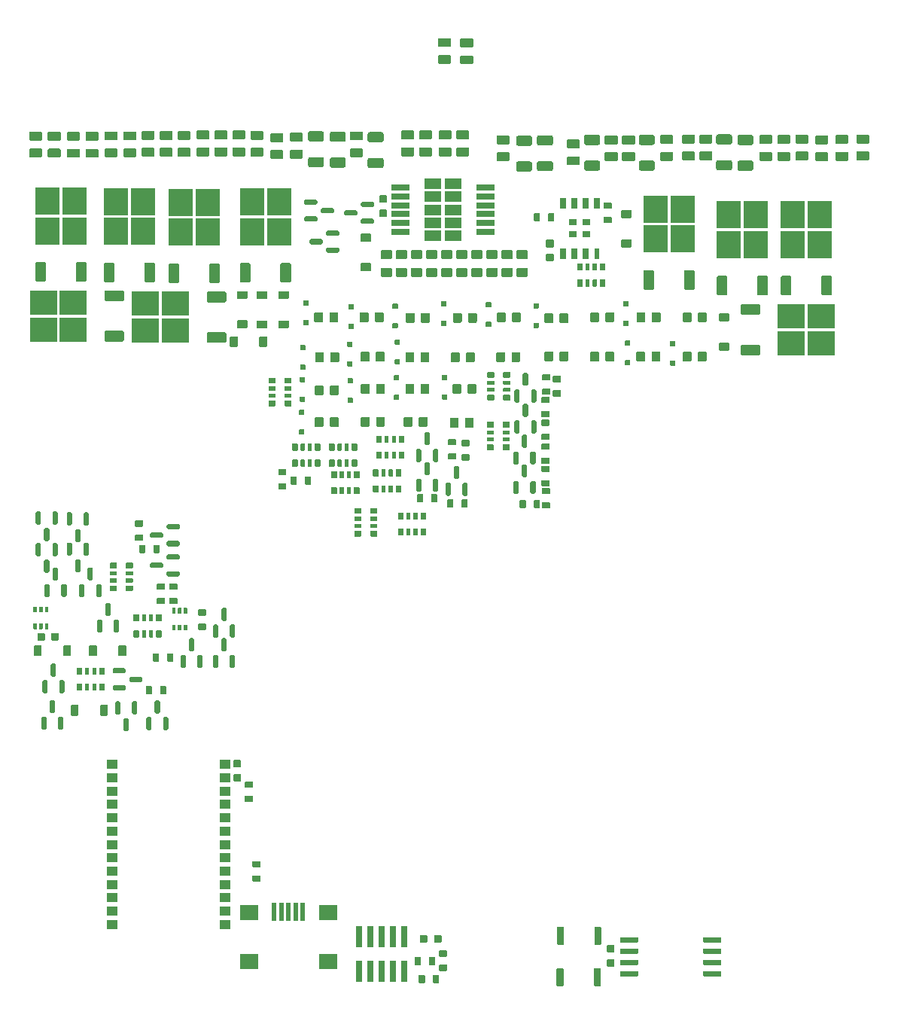
<source format=gtp>
G04 #@! TF.GenerationSoftware,KiCad,Pcbnew,(6.0.1)*
G04 #@! TF.CreationDate,2022-03-14T23:01:45+02:00*
G04 #@! TF.ProjectId,alphax_4ch,616c7068-6178-45f3-9463-682e6b696361,a*
G04 #@! TF.SameCoordinates,PX141f5e0PYa2cace0*
G04 #@! TF.FileFunction,Paste,Top*
G04 #@! TF.FilePolarity,Positive*
%FSLAX46Y46*%
G04 Gerber Fmt 4.6, Leading zero omitted, Abs format (unit mm)*
G04 Created by KiCad (PCBNEW (6.0.1)) date 2022-03-14 23:01:45*
%MOMM*%
%LPD*%
G01*
G04 APERTURE LIST*
%ADD10R,2.750000X3.050000*%
%ADD11R,0.500000X2.000000*%
%ADD12R,2.000000X1.700000*%
%ADD13R,3.050000X2.750000*%
%ADD14R,1.950000X1.160000*%
%ADD15R,2.000000X0.650000*%
%ADD16O,0.000001X0.000001*%
%ADD17R,0.650000X1.310000*%
%ADD18R,0.600000X1.310000*%
%ADD19R,0.900000X0.795000*%
%ADD20R,1.300000X1.000000*%
%ADD21R,0.740000X2.400000*%
G04 APERTURE END LIST*
G04 #@! TO.C,D53*
G36*
G01*
X25110000Y74805000D02*
X24090000Y74805000D01*
G75*
G02*
X24000000Y74895000I0J90000D01*
G01*
X24000000Y75615000D01*
G75*
G02*
X24090000Y75705000I90000J0D01*
G01*
X25110000Y75705000D01*
G75*
G02*
X25200000Y75615000I0J-90000D01*
G01*
X25200000Y74895000D01*
G75*
G02*
X25110000Y74805000I-90000J0D01*
G01*
G37*
G36*
G01*
X25110000Y78105000D02*
X24090000Y78105000D01*
G75*
G02*
X24000000Y78195000I0J90000D01*
G01*
X24000000Y78915000D01*
G75*
G02*
X24090000Y79005000I90000J0D01*
G01*
X25110000Y79005000D01*
G75*
G02*
X25200000Y78915000I0J-90000D01*
G01*
X25200000Y78195000D01*
G75*
G02*
X25110000Y78105000I-90000J0D01*
G01*
G37*
G04 #@! TD*
G04 #@! TO.C,R8*
G36*
G01*
X77375000Y93699999D02*
X76125000Y93699999D01*
G75*
G02*
X76025000Y93799999I0J100000D01*
G01*
X76025000Y94599999D01*
G75*
G02*
X76125000Y94699999I100000J0D01*
G01*
X77375000Y94699999D01*
G75*
G02*
X77475000Y94599999I0J-100000D01*
G01*
X77475000Y93799999D01*
G75*
G02*
X77375000Y93699999I-100000J0D01*
G01*
G37*
G36*
G01*
X77375000Y95600021D02*
X76125000Y95600021D01*
G75*
G02*
X76025000Y95700021I0J100000D01*
G01*
X76025000Y96500021D01*
G75*
G02*
X76125000Y96600021I100000J0D01*
G01*
X77375000Y96600021D01*
G75*
G02*
X77475000Y96500021I0J-100000D01*
G01*
X77475000Y95700021D01*
G75*
G02*
X77375000Y95600021I-100000J0D01*
G01*
G37*
G04 #@! TD*
G04 #@! TO.C,R29*
G36*
G01*
X12610000Y53200010D02*
X13390000Y53200010D01*
G75*
G02*
X13460000Y53130010I0J-70000D01*
G01*
X13460000Y52570010D01*
G75*
G02*
X13390000Y52500010I-70000J0D01*
G01*
X12610000Y52500010D01*
G75*
G02*
X12540000Y52570010I0J70000D01*
G01*
X12540000Y53130010D01*
G75*
G02*
X12610000Y53200010I70000J0D01*
G01*
G37*
G36*
G01*
X12610000Y51600010D02*
X13390000Y51600010D01*
G75*
G02*
X13460000Y51530010I0J-70000D01*
G01*
X13460000Y50970010D01*
G75*
G02*
X13390000Y50900010I-70000J0D01*
G01*
X12610000Y50900010D01*
G75*
G02*
X12540000Y50970010I0J70000D01*
G01*
X12540000Y51530010D01*
G75*
G02*
X12610000Y51600010I70000J0D01*
G01*
G37*
G04 #@! TD*
G04 #@! TO.C,R90*
G36*
G01*
X25810000Y14900000D02*
X26590000Y14900000D01*
G75*
G02*
X26660000Y14830000I0J-70000D01*
G01*
X26660000Y14270000D01*
G75*
G02*
X26590000Y14200000I-70000J0D01*
G01*
X25810000Y14200000D01*
G75*
G02*
X25740000Y14270000I0J70000D01*
G01*
X25740000Y14830000D01*
G75*
G02*
X25810000Y14900000I70000J0D01*
G01*
G37*
G36*
G01*
X25810000Y13300000D02*
X26590000Y13300000D01*
G75*
G02*
X26660000Y13230000I0J-70000D01*
G01*
X26660000Y12670000D01*
G75*
G02*
X26590000Y12600000I-70000J0D01*
G01*
X25810000Y12600000D01*
G75*
G02*
X25740000Y12670000I0J70000D01*
G01*
X25740000Y13230000D01*
G75*
G02*
X25810000Y13300000I70000J0D01*
G01*
G37*
G04 #@! TD*
G04 #@! TO.C,R2*
G36*
G01*
X34600000Y56215000D02*
X34600000Y56885000D01*
G75*
G02*
X34665000Y56950000I65000J0D01*
G01*
X35185000Y56950000D01*
G75*
G02*
X35250000Y56885000I0J-65000D01*
G01*
X35250000Y56215000D01*
G75*
G02*
X35185000Y56150000I-65000J0D01*
G01*
X34665000Y56150000D01*
G75*
G02*
X34600000Y56215000I0J65000D01*
G01*
G37*
G36*
G01*
X35575000Y56195000D02*
X35575000Y56905000D01*
G75*
G02*
X35620000Y56950000I45000J0D01*
G01*
X35980000Y56950000D01*
G75*
G02*
X36025000Y56905000I0J-45000D01*
G01*
X36025000Y56195000D01*
G75*
G02*
X35980000Y56150000I-45000J0D01*
G01*
X35620000Y56150000D01*
G75*
G02*
X35575000Y56195000I0J45000D01*
G01*
G37*
G36*
G01*
X36375000Y56195000D02*
X36375000Y56905000D01*
G75*
G02*
X36420000Y56950000I45000J0D01*
G01*
X36780000Y56950000D01*
G75*
G02*
X36825000Y56905000I0J-45000D01*
G01*
X36825000Y56195000D01*
G75*
G02*
X36780000Y56150000I-45000J0D01*
G01*
X36420000Y56150000D01*
G75*
G02*
X36375000Y56195000I0J45000D01*
G01*
G37*
G36*
G01*
X37150000Y56215000D02*
X37150000Y56885000D01*
G75*
G02*
X37215000Y56950000I65000J0D01*
G01*
X37735000Y56950000D01*
G75*
G02*
X37800000Y56885000I0J-65000D01*
G01*
X37800000Y56215000D01*
G75*
G02*
X37735000Y56150000I-65000J0D01*
G01*
X37215000Y56150000D01*
G75*
G02*
X37150000Y56215000I0J65000D01*
G01*
G37*
G36*
G01*
X37150000Y58015000D02*
X37150000Y58685000D01*
G75*
G02*
X37215000Y58750000I65000J0D01*
G01*
X37735000Y58750000D01*
G75*
G02*
X37800000Y58685000I0J-65000D01*
G01*
X37800000Y58015000D01*
G75*
G02*
X37735000Y57950000I-65000J0D01*
G01*
X37215000Y57950000D01*
G75*
G02*
X37150000Y58015000I0J65000D01*
G01*
G37*
G36*
G01*
X36375000Y57995000D02*
X36375000Y58705000D01*
G75*
G02*
X36420000Y58750000I45000J0D01*
G01*
X36780000Y58750000D01*
G75*
G02*
X36825000Y58705000I0J-45000D01*
G01*
X36825000Y57995000D01*
G75*
G02*
X36780000Y57950000I-45000J0D01*
G01*
X36420000Y57950000D01*
G75*
G02*
X36375000Y57995000I0J45000D01*
G01*
G37*
G36*
G01*
X35575000Y57995000D02*
X35575000Y58705000D01*
G75*
G02*
X35620000Y58750000I45000J0D01*
G01*
X35980000Y58750000D01*
G75*
G02*
X36025000Y58705000I0J-45000D01*
G01*
X36025000Y57995000D01*
G75*
G02*
X35980000Y57950000I-45000J0D01*
G01*
X35620000Y57950000D01*
G75*
G02*
X35575000Y57995000I0J45000D01*
G01*
G37*
G36*
G01*
X34600000Y58015000D02*
X34600000Y58685000D01*
G75*
G02*
X34665000Y58750000I65000J0D01*
G01*
X35185000Y58750000D01*
G75*
G02*
X35250000Y58685000I0J-65000D01*
G01*
X35250000Y58015000D01*
G75*
G02*
X35185000Y57950000I-65000J0D01*
G01*
X34665000Y57950000D01*
G75*
G02*
X34600000Y58015000I0J65000D01*
G01*
G37*
G04 #@! TD*
G04 #@! TO.C,D36*
G36*
G01*
X50649999Y64649998D02*
X50649999Y63749998D01*
G75*
G02*
X50549999Y63649998I-100000J0D01*
G01*
X49749999Y63649998D01*
G75*
G02*
X49649999Y63749998I0J100000D01*
G01*
X49649999Y64649998D01*
G75*
G02*
X49749999Y64749998I100000J0D01*
G01*
X50549999Y64749998D01*
G75*
G02*
X50649999Y64649998I0J-100000D01*
G01*
G37*
G36*
G01*
X48949999Y64649998D02*
X48949999Y63749998D01*
G75*
G02*
X48849999Y63649998I-100000J0D01*
G01*
X48049999Y63649998D01*
G75*
G02*
X47949999Y63749998I0J100000D01*
G01*
X47949999Y64649998D01*
G75*
G02*
X48049999Y64749998I100000J0D01*
G01*
X48849999Y64749998D01*
G75*
G02*
X48949999Y64649998I0J-100000D01*
G01*
G37*
G04 #@! TD*
G04 #@! TO.C,R4*
G36*
G01*
X54685000Y66700000D02*
X54015000Y66700000D01*
G75*
G02*
X53950000Y66765000I0J65000D01*
G01*
X53950000Y67285000D01*
G75*
G02*
X54015000Y67350000I65000J0D01*
G01*
X54685000Y67350000D01*
G75*
G02*
X54750000Y67285000I0J-65000D01*
G01*
X54750000Y66765000D01*
G75*
G02*
X54685000Y66700000I-65000J0D01*
G01*
G37*
G36*
G01*
X54705000Y67675000D02*
X53995000Y67675000D01*
G75*
G02*
X53950000Y67720000I0J45000D01*
G01*
X53950000Y68080000D01*
G75*
G02*
X53995000Y68125000I45000J0D01*
G01*
X54705000Y68125000D01*
G75*
G02*
X54750000Y68080000I0J-45000D01*
G01*
X54750000Y67720000D01*
G75*
G02*
X54705000Y67675000I-45000J0D01*
G01*
G37*
G36*
G01*
X54705000Y68475000D02*
X53995000Y68475000D01*
G75*
G02*
X53950000Y68520000I0J45000D01*
G01*
X53950000Y68880000D01*
G75*
G02*
X53995000Y68925000I45000J0D01*
G01*
X54705000Y68925000D01*
G75*
G02*
X54750000Y68880000I0J-45000D01*
G01*
X54750000Y68520000D01*
G75*
G02*
X54705000Y68475000I-45000J0D01*
G01*
G37*
G36*
G01*
X54685000Y69250000D02*
X54015000Y69250000D01*
G75*
G02*
X53950000Y69315000I0J65000D01*
G01*
X53950000Y69835000D01*
G75*
G02*
X54015000Y69900000I65000J0D01*
G01*
X54685000Y69900000D01*
G75*
G02*
X54750000Y69835000I0J-65000D01*
G01*
X54750000Y69315000D01*
G75*
G02*
X54685000Y69250000I-65000J0D01*
G01*
G37*
G36*
G01*
X52885000Y69250000D02*
X52215000Y69250000D01*
G75*
G02*
X52150000Y69315000I0J65000D01*
G01*
X52150000Y69835000D01*
G75*
G02*
X52215000Y69900000I65000J0D01*
G01*
X52885000Y69900000D01*
G75*
G02*
X52950000Y69835000I0J-65000D01*
G01*
X52950000Y69315000D01*
G75*
G02*
X52885000Y69250000I-65000J0D01*
G01*
G37*
G36*
G01*
X52905000Y68475000D02*
X52195000Y68475000D01*
G75*
G02*
X52150000Y68520000I0J45000D01*
G01*
X52150000Y68880000D01*
G75*
G02*
X52195000Y68925000I45000J0D01*
G01*
X52905000Y68925000D01*
G75*
G02*
X52950000Y68880000I0J-45000D01*
G01*
X52950000Y68520000D01*
G75*
G02*
X52905000Y68475000I-45000J0D01*
G01*
G37*
G36*
G01*
X52905000Y67675000D02*
X52195000Y67675000D01*
G75*
G02*
X52150000Y67720000I0J45000D01*
G01*
X52150000Y68080000D01*
G75*
G02*
X52195000Y68125000I45000J0D01*
G01*
X52905000Y68125000D01*
G75*
G02*
X52950000Y68080000I0J-45000D01*
G01*
X52950000Y67720000D01*
G75*
G02*
X52905000Y67675000I-45000J0D01*
G01*
G37*
G36*
G01*
X52885000Y66700000D02*
X52215000Y66700000D01*
G75*
G02*
X52150000Y66765000I0J65000D01*
G01*
X52150000Y67285000D01*
G75*
G02*
X52215000Y67350000I65000J0D01*
G01*
X52885000Y67350000D01*
G75*
G02*
X52950000Y67285000I0J-65000D01*
G01*
X52950000Y66765000D01*
G75*
G02*
X52885000Y66700000I-65000J0D01*
G01*
G37*
G04 #@! TD*
G04 #@! TO.C,D30*
G36*
G01*
X67450000Y75111499D02*
X67450000Y75591499D01*
G75*
G02*
X67510000Y75651499I60000J0D01*
G01*
X67990000Y75651499D01*
G75*
G02*
X68050000Y75591499I0J-60000D01*
G01*
X68050000Y75111499D01*
G75*
G02*
X67990000Y75051499I-60000J0D01*
G01*
X67510000Y75051499D01*
G75*
G02*
X67450000Y75111499I0J60000D01*
G01*
G37*
G36*
G01*
X67450000Y77311499D02*
X67450000Y77791499D01*
G75*
G02*
X67510000Y77851499I60000J0D01*
G01*
X67990000Y77851499D01*
G75*
G02*
X68050000Y77791499I0J-60000D01*
G01*
X68050000Y77311499D01*
G75*
G02*
X67990000Y77251499I-60000J0D01*
G01*
X67510000Y77251499D01*
G75*
G02*
X67450000Y77311499I0J60000D01*
G01*
G37*
G04 #@! TD*
G04 #@! TO.C,C3*
G36*
G01*
X23710000Y26265001D02*
X24390000Y26265001D01*
G75*
G02*
X24475000Y26180001I0J-85000D01*
G01*
X24475000Y25500001D01*
G75*
G02*
X24390000Y25415001I-85000J0D01*
G01*
X23710000Y25415001D01*
G75*
G02*
X23625000Y25500001I0J85000D01*
G01*
X23625000Y26180001D01*
G75*
G02*
X23710000Y26265001I85000J0D01*
G01*
G37*
G36*
G01*
X23710000Y24684999D02*
X24390000Y24684999D01*
G75*
G02*
X24475000Y24599999I0J-85000D01*
G01*
X24475000Y23919999D01*
G75*
G02*
X24390000Y23834999I-85000J0D01*
G01*
X23710000Y23834999D01*
G75*
G02*
X23625000Y23919999I0J85000D01*
G01*
X23625000Y24599999D01*
G75*
G02*
X23710000Y24684999I85000J0D01*
G01*
G37*
G04 #@! TD*
G04 #@! TO.C,D46*
G36*
G01*
X31650000Y69290000D02*
X31650000Y68810000D01*
G75*
G02*
X31590000Y68750000I-60000J0D01*
G01*
X31110000Y68750000D01*
G75*
G02*
X31050000Y68810000I0J60000D01*
G01*
X31050000Y69290000D01*
G75*
G02*
X31110000Y69350000I60000J0D01*
G01*
X31590000Y69350000D01*
G75*
G02*
X31650000Y69290000I0J-60000D01*
G01*
G37*
G36*
G01*
X31650000Y67090000D02*
X31650000Y66610000D01*
G75*
G02*
X31590000Y66550000I-60000J0D01*
G01*
X31110000Y66550000D01*
G75*
G02*
X31050000Y66610000I0J60000D01*
G01*
X31050000Y67090000D01*
G75*
G02*
X31110000Y67150000I60000J0D01*
G01*
X31590000Y67150000D01*
G75*
G02*
X31650000Y67090000I0J-60000D01*
G01*
G37*
G04 #@! TD*
G04 #@! TO.C,R87*
G36*
G01*
X58310000Y61850000D02*
X59090000Y61850000D01*
G75*
G02*
X59160000Y61780000I0J-70000D01*
G01*
X59160000Y61220000D01*
G75*
G02*
X59090000Y61150000I-70000J0D01*
G01*
X58310000Y61150000D01*
G75*
G02*
X58240000Y61220000I0J70000D01*
G01*
X58240000Y61780000D01*
G75*
G02*
X58310000Y61850000I70000J0D01*
G01*
G37*
G36*
G01*
X58310000Y60250000D02*
X59090000Y60250000D01*
G75*
G02*
X59160000Y60180000I0J-70000D01*
G01*
X59160000Y59620000D01*
G75*
G02*
X59090000Y59550000I-70000J0D01*
G01*
X58310000Y59550000D01*
G75*
G02*
X58240000Y59620000I0J70000D01*
G01*
X58240000Y60180000D01*
G75*
G02*
X58310000Y60250000I70000J0D01*
G01*
G37*
G04 #@! TD*
G04 #@! TO.C,D34*
G36*
G01*
X40649999Y64749998D02*
X40649999Y63849998D01*
G75*
G02*
X40549999Y63749998I-100000J0D01*
G01*
X39749999Y63749998D01*
G75*
G02*
X39649999Y63849998I0J100000D01*
G01*
X39649999Y64749998D01*
G75*
G02*
X39749999Y64849998I100000J0D01*
G01*
X40549999Y64849998D01*
G75*
G02*
X40649999Y64749998I0J-100000D01*
G01*
G37*
G36*
G01*
X38949999Y64749998D02*
X38949999Y63849998D01*
G75*
G02*
X38849999Y63749998I-100000J0D01*
G01*
X38049999Y63749998D01*
G75*
G02*
X37949999Y63849998I0J100000D01*
G01*
X37949999Y64749998D01*
G75*
G02*
X38049999Y64849998I100000J0D01*
G01*
X38849999Y64849998D01*
G75*
G02*
X38949999Y64749998I0J-100000D01*
G01*
G37*
G04 #@! TD*
G04 #@! TO.C,R59*
G36*
G01*
X44575000Y97050001D02*
X45825000Y97050001D01*
G75*
G02*
X45925000Y96950001I0J-100000D01*
G01*
X45925000Y96150001D01*
G75*
G02*
X45825000Y96050001I-100000J0D01*
G01*
X44575000Y96050001D01*
G75*
G02*
X44475000Y96150001I0J100000D01*
G01*
X44475000Y96950001D01*
G75*
G02*
X44575000Y97050001I100000J0D01*
G01*
G37*
G36*
G01*
X44575000Y95149979D02*
X45825000Y95149979D01*
G75*
G02*
X45925000Y95049979I0J-100000D01*
G01*
X45925000Y94249979D01*
G75*
G02*
X45825000Y94149979I-100000J0D01*
G01*
X44575000Y94149979D01*
G75*
G02*
X44475000Y94249979I0J100000D01*
G01*
X44475000Y95049979D01*
G75*
G02*
X44575000Y95149979I100000J0D01*
G01*
G37*
G04 #@! TD*
G04 #@! TO.C,R9*
G36*
G01*
X75425000Y93699999D02*
X74175000Y93699999D01*
G75*
G02*
X74075000Y93799999I0J100000D01*
G01*
X74075000Y94599999D01*
G75*
G02*
X74175000Y94699999I100000J0D01*
G01*
X75425000Y94699999D01*
G75*
G02*
X75525000Y94599999I0J-100000D01*
G01*
X75525000Y93799999D01*
G75*
G02*
X75425000Y93699999I-100000J0D01*
G01*
G37*
G36*
G01*
X75425000Y95600021D02*
X74175000Y95600021D01*
G75*
G02*
X74075000Y95700021I0J100000D01*
G01*
X74075000Y96500021D01*
G75*
G02*
X74175000Y96600021I100000J0D01*
G01*
X75425000Y96600021D01*
G75*
G02*
X75525000Y96500021I0J-100000D01*
G01*
X75525000Y95700021D01*
G75*
G02*
X75425000Y95600021I-100000J0D01*
G01*
G37*
G04 #@! TD*
G04 #@! TO.C,R68*
G36*
G01*
X24825000Y94149999D02*
X23575000Y94149999D01*
G75*
G02*
X23475000Y94249999I0J100000D01*
G01*
X23475000Y95049999D01*
G75*
G02*
X23575000Y95149999I100000J0D01*
G01*
X24825000Y95149999D01*
G75*
G02*
X24925000Y95049999I0J-100000D01*
G01*
X24925000Y94249999D01*
G75*
G02*
X24825000Y94149999I-100000J0D01*
G01*
G37*
G36*
G01*
X24825000Y96050021D02*
X23575000Y96050021D01*
G75*
G02*
X23475000Y96150021I0J100000D01*
G01*
X23475000Y96950021D01*
G75*
G02*
X23575000Y97050021I100000J0D01*
G01*
X24825000Y97050021D01*
G75*
G02*
X24925000Y96950021I0J-100000D01*
G01*
X24925000Y96150021D01*
G75*
G02*
X24825000Y96050021I-100000J0D01*
G01*
G37*
G04 #@! TD*
G04 #@! TO.C,R82*
G36*
G01*
X58410000Y69650000D02*
X59190000Y69650000D01*
G75*
G02*
X59260000Y69580000I0J-70000D01*
G01*
X59260000Y69020000D01*
G75*
G02*
X59190000Y68950000I-70000J0D01*
G01*
X58410000Y68950000D01*
G75*
G02*
X58340000Y69020000I0J70000D01*
G01*
X58340000Y69580000D01*
G75*
G02*
X58410000Y69650000I70000J0D01*
G01*
G37*
G36*
G01*
X58410000Y68050000D02*
X59190000Y68050000D01*
G75*
G02*
X59260000Y67980000I0J-70000D01*
G01*
X59260000Y67420000D01*
G75*
G02*
X59190000Y67350000I-70000J0D01*
G01*
X58410000Y67350000D01*
G75*
G02*
X58340000Y67420000I0J70000D01*
G01*
X58340000Y67980000D01*
G75*
G02*
X58410000Y68050000I70000J0D01*
G01*
G37*
G04 #@! TD*
G04 #@! TO.C,D49*
G36*
G01*
X31575000Y88850000D02*
X31575000Y89150000D01*
G75*
G02*
X31725000Y89300000I150000J0D01*
G01*
X32900000Y89300000D01*
G75*
G02*
X33050000Y89150000I0J-150000D01*
G01*
X33050000Y88850000D01*
G75*
G02*
X32900000Y88700000I-150000J0D01*
G01*
X31725000Y88700000D01*
G75*
G02*
X31575000Y88850000I0J150000D01*
G01*
G37*
G36*
G01*
X33450000Y87900000D02*
X33450000Y88200000D01*
G75*
G02*
X33600000Y88350000I150000J0D01*
G01*
X34775000Y88350000D01*
G75*
G02*
X34925000Y88200000I0J-150000D01*
G01*
X34925000Y87900000D01*
G75*
G02*
X34775000Y87750000I-150000J0D01*
G01*
X33600000Y87750000D01*
G75*
G02*
X33450000Y87900000I0J150000D01*
G01*
G37*
G36*
G01*
X31575000Y86950000D02*
X31575000Y87250000D01*
G75*
G02*
X31725000Y87400000I150000J0D01*
G01*
X32900000Y87400000D01*
G75*
G02*
X33050000Y87250000I0J-150000D01*
G01*
X33050000Y86950000D01*
G75*
G02*
X32900000Y86800000I-150000J0D01*
G01*
X31725000Y86800000D01*
G75*
G02*
X31575000Y86950000I0J150000D01*
G01*
G37*
G04 #@! TD*
G04 #@! TO.C,F4*
G36*
G01*
X63050000Y95655010D02*
X63050000Y96345010D01*
G75*
G02*
X63280000Y96575010I230000J0D01*
G01*
X64620000Y96575010D01*
G75*
G02*
X64850000Y96345010I0J-230000D01*
G01*
X64850000Y95655010D01*
G75*
G02*
X64620000Y95425010I-230000J0D01*
G01*
X63280000Y95425010D01*
G75*
G02*
X63050000Y95655010I0J230000D01*
G01*
G37*
G36*
G01*
X63050000Y92754990D02*
X63050000Y93444990D01*
G75*
G02*
X63280000Y93674990I230000J0D01*
G01*
X64620000Y93674990D01*
G75*
G02*
X64850000Y93444990I0J-230000D01*
G01*
X64850000Y92754990D01*
G75*
G02*
X64620000Y92524990I-230000J0D01*
G01*
X63280000Y92524990D01*
G75*
G02*
X63050000Y92754990I0J230000D01*
G01*
G37*
G04 #@! TD*
G04 #@! TO.C,Q13*
G36*
G01*
X47910000Y55975000D02*
X47610000Y55975000D01*
G75*
G02*
X47460000Y56125000I0J150000D01*
G01*
X47460000Y57300000D01*
G75*
G02*
X47610000Y57450000I150000J0D01*
G01*
X47910000Y57450000D01*
G75*
G02*
X48060000Y57300000I0J-150000D01*
G01*
X48060000Y56125000D01*
G75*
G02*
X47910000Y55975000I-150000J0D01*
G01*
G37*
G36*
G01*
X48860000Y57850000D02*
X48560000Y57850000D01*
G75*
G02*
X48410000Y58000000I0J150000D01*
G01*
X48410000Y59175000D01*
G75*
G02*
X48560000Y59325000I150000J0D01*
G01*
X48860000Y59325000D01*
G75*
G02*
X49010000Y59175000I0J-150000D01*
G01*
X49010000Y58000000D01*
G75*
G02*
X48860000Y57850000I-150000J0D01*
G01*
G37*
G36*
G01*
X49810000Y55975000D02*
X49510000Y55975000D01*
G75*
G02*
X49360000Y56125000I0J150000D01*
G01*
X49360000Y57300000D01*
G75*
G02*
X49510000Y57450000I150000J0D01*
G01*
X49810000Y57450000D01*
G75*
G02*
X49960000Y57300000I0J-150000D01*
G01*
X49960000Y56125000D01*
G75*
G02*
X49810000Y55975000I-150000J0D01*
G01*
G37*
G04 #@! TD*
G04 #@! TO.C,D1*
G36*
G01*
X67650000Y70710000D02*
X67650000Y71190000D01*
G75*
G02*
X67710000Y71250000I60000J0D01*
G01*
X68190000Y71250000D01*
G75*
G02*
X68250000Y71190000I0J-60000D01*
G01*
X68250000Y70710000D01*
G75*
G02*
X68190000Y70650000I-60000J0D01*
G01*
X67710000Y70650000D01*
G75*
G02*
X67650000Y70710000I0J60000D01*
G01*
G37*
G36*
G01*
X67650000Y72910000D02*
X67650000Y73390000D01*
G75*
G02*
X67710000Y73450000I60000J0D01*
G01*
X68190000Y73450000D01*
G75*
G02*
X68250000Y73390000I0J-60000D01*
G01*
X68250000Y72910000D01*
G75*
G02*
X68190000Y72850000I-60000J0D01*
G01*
X67710000Y72850000D01*
G75*
G02*
X67650000Y72910000I0J60000D01*
G01*
G37*
G04 #@! TD*
G04 #@! TO.C,D15*
G36*
G01*
X40499999Y76499998D02*
X40499999Y75599998D01*
G75*
G02*
X40399999Y75499998I-100000J0D01*
G01*
X39599999Y75499998D01*
G75*
G02*
X39499999Y75599998I0J100000D01*
G01*
X39499999Y76499998D01*
G75*
G02*
X39599999Y76599998I100000J0D01*
G01*
X40399999Y76599998D01*
G75*
G02*
X40499999Y76499998I0J-100000D01*
G01*
G37*
G36*
G01*
X38799999Y76499998D02*
X38799999Y75599998D01*
G75*
G02*
X38699999Y75499998I-100000J0D01*
G01*
X37899999Y75499998D01*
G75*
G02*
X37799999Y75599998I0J100000D01*
G01*
X37799999Y76499998D01*
G75*
G02*
X37899999Y76599998I100000J0D01*
G01*
X38699999Y76599998D01*
G75*
G02*
X38799999Y76499998I0J-100000D01*
G01*
G37*
G04 #@! TD*
G04 #@! TO.C,C1*
G36*
G01*
X58860000Y84765001D02*
X59540000Y84765001D01*
G75*
G02*
X59625000Y84680001I0J-85000D01*
G01*
X59625000Y84000001D01*
G75*
G02*
X59540000Y83915001I-85000J0D01*
G01*
X58860000Y83915001D01*
G75*
G02*
X58775000Y84000001I0J85000D01*
G01*
X58775000Y84680001D01*
G75*
G02*
X58860000Y84765001I85000J0D01*
G01*
G37*
G36*
G01*
X58860000Y83184999D02*
X59540000Y83184999D01*
G75*
G02*
X59625000Y83099999I0J-85000D01*
G01*
X59625000Y82419999D01*
G75*
G02*
X59540000Y82334999I-85000J0D01*
G01*
X58860000Y82334999D01*
G75*
G02*
X58775000Y82419999I0J85000D01*
G01*
X58775000Y83099999D01*
G75*
G02*
X58860000Y83184999I85000J0D01*
G01*
G37*
G04 #@! TD*
D10*
G04 #@! TO.C,Q29*
X28725000Y85675000D03*
X25675000Y85675000D03*
X25675000Y89025000D03*
X28725000Y89025000D03*
G36*
G01*
X25400000Y79950000D02*
X24440000Y79950000D01*
G75*
G02*
X24320000Y80070000I0J120000D01*
G01*
X24320000Y82030000D01*
G75*
G02*
X24440000Y82150000I120000J0D01*
G01*
X25400000Y82150000D01*
G75*
G02*
X25520000Y82030000I0J-120000D01*
G01*
X25520000Y80070000D01*
G75*
G02*
X25400000Y79950000I-120000J0D01*
G01*
G37*
G36*
G01*
X29960000Y79950000D02*
X29000000Y79950000D01*
G75*
G02*
X28880000Y80070000I0J120000D01*
G01*
X28880000Y82030000D01*
G75*
G02*
X29000000Y82150000I120000J0D01*
G01*
X29960000Y82150000D01*
G75*
G02*
X30080000Y82030000I0J-120000D01*
G01*
X30080000Y80070000D01*
G75*
G02*
X29960000Y79950000I-120000J0D01*
G01*
G37*
G04 #@! TD*
G04 #@! TO.C,S1*
G36*
G01*
X64950001Y2770000D02*
X64950001Y930000D01*
G75*
G02*
X64870001Y850000I-80000J0D01*
G01*
X64230001Y850000D01*
G75*
G02*
X64150001Y930000I0J80000D01*
G01*
X64150001Y2770000D01*
G75*
G02*
X64230001Y2850000I80000J0D01*
G01*
X64870001Y2850000D01*
G75*
G02*
X64950001Y2770000I0J-80000D01*
G01*
G37*
G36*
G01*
X60750000Y2770000D02*
X60750000Y930000D01*
G75*
G02*
X60670000Y850000I-80000J0D01*
G01*
X60030000Y850000D01*
G75*
G02*
X59950000Y930000I0J80000D01*
G01*
X59950000Y2770000D01*
G75*
G02*
X60030000Y2850000I80000J0D01*
G01*
X60670000Y2850000D01*
G75*
G02*
X60750000Y2770000I0J-80000D01*
G01*
G37*
G04 #@! TD*
G04 #@! TO.C,D6*
G36*
G01*
X41750000Y70810000D02*
X41750000Y71290000D01*
G75*
G02*
X41810000Y71350000I60000J0D01*
G01*
X42290000Y71350000D01*
G75*
G02*
X42350000Y71290000I0J-60000D01*
G01*
X42350000Y70810000D01*
G75*
G02*
X42290000Y70750000I-60000J0D01*
G01*
X41810000Y70750000D01*
G75*
G02*
X41750000Y70810000I0J60000D01*
G01*
G37*
G36*
G01*
X41750000Y73010000D02*
X41750000Y73490000D01*
G75*
G02*
X41810000Y73550000I60000J0D01*
G01*
X42290000Y73550000D01*
G75*
G02*
X42350000Y73490000I0J-60000D01*
G01*
X42350000Y73010000D01*
G75*
G02*
X42290000Y72950000I-60000J0D01*
G01*
X41810000Y72950000D01*
G75*
G02*
X41750000Y73010000I0J60000D01*
G01*
G37*
G04 #@! TD*
G04 #@! TO.C,C4*
G36*
G01*
X47015001Y6490000D02*
X47015001Y5810000D01*
G75*
G02*
X46930001Y5725000I-85000J0D01*
G01*
X46250001Y5725000D01*
G75*
G02*
X46165001Y5810000I0J85000D01*
G01*
X46165001Y6490000D01*
G75*
G02*
X46250001Y6575000I85000J0D01*
G01*
X46930001Y6575000D01*
G75*
G02*
X47015001Y6490000I0J-85000D01*
G01*
G37*
G36*
G01*
X45434999Y6490000D02*
X45434999Y5810000D01*
G75*
G02*
X45349999Y5725000I-85000J0D01*
G01*
X44669999Y5725000D01*
G75*
G02*
X44584999Y5810000I0J85000D01*
G01*
X44584999Y6490000D01*
G75*
G02*
X44669999Y6575000I85000J0D01*
G01*
X45349999Y6575000D01*
G75*
G02*
X45434999Y6490000I0J-85000D01*
G01*
G37*
G04 #@! TD*
G04 #@! TO.C,Q1*
G36*
G01*
X2450000Y29675010D02*
X2150000Y29675010D01*
G75*
G02*
X2000000Y29825010I0J150000D01*
G01*
X2000000Y31000010D01*
G75*
G02*
X2150000Y31150010I150000J0D01*
G01*
X2450000Y31150010D01*
G75*
G02*
X2600000Y31000010I0J-150000D01*
G01*
X2600000Y29825010D01*
G75*
G02*
X2450000Y29675010I-150000J0D01*
G01*
G37*
G36*
G01*
X3400000Y31550010D02*
X3100000Y31550010D01*
G75*
G02*
X2950000Y31700010I0J150000D01*
G01*
X2950000Y32875010D01*
G75*
G02*
X3100000Y33025010I150000J0D01*
G01*
X3400000Y33025010D01*
G75*
G02*
X3550000Y32875010I0J-150000D01*
G01*
X3550000Y31700010D01*
G75*
G02*
X3400000Y31550010I-150000J0D01*
G01*
G37*
G36*
G01*
X4350000Y29675010D02*
X4050000Y29675010D01*
G75*
G02*
X3900000Y29825010I0J150000D01*
G01*
X3900000Y31000010D01*
G75*
G02*
X4050000Y31150010I150000J0D01*
G01*
X4350000Y31150010D01*
G75*
G02*
X4500000Y31000010I0J-150000D01*
G01*
X4500000Y29825010D01*
G75*
G02*
X4350000Y29675010I-150000J0D01*
G01*
G37*
G04 #@! TD*
G04 #@! TO.C,R50*
G36*
G01*
X34350000Y59315000D02*
X34350000Y59985000D01*
G75*
G02*
X34415000Y60050000I65000J0D01*
G01*
X34935000Y60050000D01*
G75*
G02*
X35000000Y59985000I0J-65000D01*
G01*
X35000000Y59315000D01*
G75*
G02*
X34935000Y59250000I-65000J0D01*
G01*
X34415000Y59250000D01*
G75*
G02*
X34350000Y59315000I0J65000D01*
G01*
G37*
G36*
G01*
X35325000Y59295000D02*
X35325000Y60005000D01*
G75*
G02*
X35370000Y60050000I45000J0D01*
G01*
X35730000Y60050000D01*
G75*
G02*
X35775000Y60005000I0J-45000D01*
G01*
X35775000Y59295000D01*
G75*
G02*
X35730000Y59250000I-45000J0D01*
G01*
X35370000Y59250000D01*
G75*
G02*
X35325000Y59295000I0J45000D01*
G01*
G37*
G36*
G01*
X36125000Y59295000D02*
X36125000Y60005000D01*
G75*
G02*
X36170000Y60050000I45000J0D01*
G01*
X36530000Y60050000D01*
G75*
G02*
X36575000Y60005000I0J-45000D01*
G01*
X36575000Y59295000D01*
G75*
G02*
X36530000Y59250000I-45000J0D01*
G01*
X36170000Y59250000D01*
G75*
G02*
X36125000Y59295000I0J45000D01*
G01*
G37*
G36*
G01*
X36900000Y59315000D02*
X36900000Y59985000D01*
G75*
G02*
X36965000Y60050000I65000J0D01*
G01*
X37485000Y60050000D01*
G75*
G02*
X37550000Y59985000I0J-65000D01*
G01*
X37550000Y59315000D01*
G75*
G02*
X37485000Y59250000I-65000J0D01*
G01*
X36965000Y59250000D01*
G75*
G02*
X36900000Y59315000I0J65000D01*
G01*
G37*
G36*
G01*
X36900000Y61115000D02*
X36900000Y61785000D01*
G75*
G02*
X36965000Y61850000I65000J0D01*
G01*
X37485000Y61850000D01*
G75*
G02*
X37550000Y61785000I0J-65000D01*
G01*
X37550000Y61115000D01*
G75*
G02*
X37485000Y61050000I-65000J0D01*
G01*
X36965000Y61050000D01*
G75*
G02*
X36900000Y61115000I0J65000D01*
G01*
G37*
G36*
G01*
X36125000Y61095000D02*
X36125000Y61805000D01*
G75*
G02*
X36170000Y61850000I45000J0D01*
G01*
X36530000Y61850000D01*
G75*
G02*
X36575000Y61805000I0J-45000D01*
G01*
X36575000Y61095000D01*
G75*
G02*
X36530000Y61050000I-45000J0D01*
G01*
X36170000Y61050000D01*
G75*
G02*
X36125000Y61095000I0J45000D01*
G01*
G37*
G36*
G01*
X35325000Y61095000D02*
X35325000Y61805000D01*
G75*
G02*
X35370000Y61850000I45000J0D01*
G01*
X35730000Y61850000D01*
G75*
G02*
X35775000Y61805000I0J-45000D01*
G01*
X35775000Y61095000D01*
G75*
G02*
X35730000Y61050000I-45000J0D01*
G01*
X35370000Y61050000D01*
G75*
G02*
X35325000Y61095000I0J45000D01*
G01*
G37*
G36*
G01*
X34350000Y61115000D02*
X34350000Y61785000D01*
G75*
G02*
X34415000Y61850000I65000J0D01*
G01*
X34935000Y61850000D01*
G75*
G02*
X35000000Y61785000I0J-65000D01*
G01*
X35000000Y61115000D01*
G75*
G02*
X34935000Y61050000I-65000J0D01*
G01*
X34415000Y61050000D01*
G75*
G02*
X34350000Y61115000I0J65000D01*
G01*
G37*
G04 #@! TD*
G04 #@! TO.C,U5*
G36*
G01*
X18040000Y43375000D02*
X18360000Y43375000D01*
G75*
G02*
X18400000Y43335000I0J-40000D01*
G01*
X18400000Y42765000D01*
G75*
G02*
X18360000Y42725000I-40000J0D01*
G01*
X18040000Y42725000D01*
G75*
G02*
X18000000Y42765000I0J40000D01*
G01*
X18000000Y43335000D01*
G75*
G02*
X18040000Y43375000I40000J0D01*
G01*
G37*
G36*
G01*
X17390000Y43375000D02*
X17710000Y43375000D01*
G75*
G02*
X17750000Y43335000I0J-40000D01*
G01*
X17750000Y42765000D01*
G75*
G02*
X17710000Y42725000I-40000J0D01*
G01*
X17390000Y42725000D01*
G75*
G02*
X17350000Y42765000I0J40000D01*
G01*
X17350000Y43335000D01*
G75*
G02*
X17390000Y43375000I40000J0D01*
G01*
G37*
G36*
G01*
X16740000Y43375000D02*
X17060000Y43375000D01*
G75*
G02*
X17100000Y43335000I0J-40000D01*
G01*
X17100000Y42765000D01*
G75*
G02*
X17060000Y42725000I-40000J0D01*
G01*
X16740000Y42725000D01*
G75*
G02*
X16700000Y42765000I0J40000D01*
G01*
X16700000Y43335000D01*
G75*
G02*
X16740000Y43375000I40000J0D01*
G01*
G37*
G36*
G01*
X16740000Y41475000D02*
X17060000Y41475000D01*
G75*
G02*
X17100000Y41435000I0J-40000D01*
G01*
X17100000Y40865000D01*
G75*
G02*
X17060000Y40825000I-40000J0D01*
G01*
X16740000Y40825000D01*
G75*
G02*
X16700000Y40865000I0J40000D01*
G01*
X16700000Y41435000D01*
G75*
G02*
X16740000Y41475000I40000J0D01*
G01*
G37*
G36*
G01*
X17390000Y41475000D02*
X17710000Y41475000D01*
G75*
G02*
X17750000Y41435000I0J-40000D01*
G01*
X17750000Y40865000D01*
G75*
G02*
X17710000Y40825000I-40000J0D01*
G01*
X17390000Y40825000D01*
G75*
G02*
X17350000Y40865000I0J40000D01*
G01*
X17350000Y41435000D01*
G75*
G02*
X17390000Y41475000I40000J0D01*
G01*
G37*
G36*
G01*
X18040000Y41475000D02*
X18360000Y41475000D01*
G75*
G02*
X18400000Y41435000I0J-40000D01*
G01*
X18400000Y40865000D01*
G75*
G02*
X18360000Y40825000I-40000J0D01*
G01*
X18040000Y40825000D01*
G75*
G02*
X18000000Y40865000I0J40000D01*
G01*
X18000000Y41435000D01*
G75*
G02*
X18040000Y41475000I40000J0D01*
G01*
G37*
G04 #@! TD*
G04 #@! TO.C,D28*
G36*
G01*
X5350000Y39060010D02*
X5350000Y38040010D01*
G75*
G02*
X5260000Y37950010I-90000J0D01*
G01*
X4540000Y37950010D01*
G75*
G02*
X4450000Y38040010I0J90000D01*
G01*
X4450000Y39060010D01*
G75*
G02*
X4540000Y39150010I90000J0D01*
G01*
X5260000Y39150010D01*
G75*
G02*
X5350000Y39060010I0J-90000D01*
G01*
G37*
G36*
G01*
X2050000Y39060010D02*
X2050000Y38040010D01*
G75*
G02*
X1960000Y37950010I-90000J0D01*
G01*
X1240000Y37950010D01*
G75*
G02*
X1150000Y38040010I0J90000D01*
G01*
X1150000Y39060010D01*
G75*
G02*
X1240000Y39150010I90000J0D01*
G01*
X1960000Y39150010D01*
G75*
G02*
X2050000Y39060010I0J-90000D01*
G01*
G37*
G04 #@! TD*
G04 #@! TO.C,D12*
G36*
G01*
X61300000Y76400000D02*
X61300000Y75500000D01*
G75*
G02*
X61200000Y75400000I-100000J0D01*
G01*
X60400000Y75400000D01*
G75*
G02*
X60300000Y75500000I0J100000D01*
G01*
X60300000Y76400000D01*
G75*
G02*
X60400000Y76500000I100000J0D01*
G01*
X61200000Y76500000D01*
G75*
G02*
X61300000Y76400000I0J-100000D01*
G01*
G37*
G36*
G01*
X59600000Y76400000D02*
X59600000Y75500000D01*
G75*
G02*
X59500000Y75400000I-100000J0D01*
G01*
X58700000Y75400000D01*
G75*
G02*
X58600000Y75500000I0J100000D01*
G01*
X58600000Y76400000D01*
G75*
G02*
X58700000Y76500000I100000J0D01*
G01*
X59500000Y76500000D01*
G75*
G02*
X59600000Y76400000I0J-100000D01*
G01*
G37*
G04 #@! TD*
G04 #@! TO.C,R38*
G36*
G01*
X25740000Y21550000D02*
X24960000Y21550000D01*
G75*
G02*
X24890000Y21620000I0J70000D01*
G01*
X24890000Y22180000D01*
G75*
G02*
X24960000Y22250000I70000J0D01*
G01*
X25740000Y22250000D01*
G75*
G02*
X25810000Y22180000I0J-70000D01*
G01*
X25810000Y21620000D01*
G75*
G02*
X25740000Y21550000I-70000J0D01*
G01*
G37*
G36*
G01*
X25740000Y23150000D02*
X24960000Y23150000D01*
G75*
G02*
X24890000Y23220000I0J70000D01*
G01*
X24890000Y23780000D01*
G75*
G02*
X24960000Y23850000I70000J0D01*
G01*
X25740000Y23850000D01*
G75*
G02*
X25810000Y23780000I0J-70000D01*
G01*
X25810000Y23220000D01*
G75*
G02*
X25740000Y23150000I-70000J0D01*
G01*
G37*
G04 #@! TD*
G04 #@! TO.C,D22*
G36*
G01*
X31587498Y65591499D02*
X31587498Y65111499D01*
G75*
G02*
X31527498Y65051499I-60000J0D01*
G01*
X31047498Y65051499D01*
G75*
G02*
X30987498Y65111499I0J60000D01*
G01*
X30987498Y65591499D01*
G75*
G02*
X31047498Y65651499I60000J0D01*
G01*
X31527498Y65651499D01*
G75*
G02*
X31587498Y65591499I0J-60000D01*
G01*
G37*
G36*
G01*
X31587498Y63391499D02*
X31587498Y62911499D01*
G75*
G02*
X31527498Y62851499I-60000J0D01*
G01*
X31047498Y62851499D01*
G75*
G02*
X30987498Y62911499I0J60000D01*
G01*
X30987498Y63391499D01*
G75*
G02*
X31047498Y63451499I60000J0D01*
G01*
X31527498Y63451499D01*
G75*
G02*
X31587498Y63391499I0J-60000D01*
G01*
G37*
G04 #@! TD*
G04 #@! TO.C,R32*
G36*
G01*
X48590000Y60050000D02*
X47810000Y60050000D01*
G75*
G02*
X47740000Y60120000I0J70000D01*
G01*
X47740000Y60680000D01*
G75*
G02*
X47810000Y60750000I70000J0D01*
G01*
X48590000Y60750000D01*
G75*
G02*
X48660000Y60680000I0J-70000D01*
G01*
X48660000Y60120000D01*
G75*
G02*
X48590000Y60050000I-70000J0D01*
G01*
G37*
G36*
G01*
X48590000Y61650000D02*
X47810000Y61650000D01*
G75*
G02*
X47740000Y61720000I0J70000D01*
G01*
X47740000Y62280000D01*
G75*
G02*
X47810000Y62350000I70000J0D01*
G01*
X48590000Y62350000D01*
G75*
G02*
X48660000Y62280000I0J-70000D01*
G01*
X48660000Y61720000D01*
G75*
G02*
X48590000Y61650000I-70000J0D01*
G01*
G37*
G04 #@! TD*
G04 #@! TO.C,D11*
G36*
G01*
X71649999Y76499998D02*
X71649999Y75599998D01*
G75*
G02*
X71549999Y75499998I-100000J0D01*
G01*
X70749999Y75499998D01*
G75*
G02*
X70649999Y75599998I0J100000D01*
G01*
X70649999Y76499998D01*
G75*
G02*
X70749999Y76599998I100000J0D01*
G01*
X71549999Y76599998D01*
G75*
G02*
X71649999Y76499998I0J-100000D01*
G01*
G37*
G36*
G01*
X69949999Y76499998D02*
X69949999Y75599998D01*
G75*
G02*
X69849999Y75499998I-100000J0D01*
G01*
X69049999Y75499998D01*
G75*
G02*
X68949999Y75599998I0J100000D01*
G01*
X68949999Y76499998D01*
G75*
G02*
X69049999Y76599998I100000J0D01*
G01*
X69849999Y76599998D01*
G75*
G02*
X69949999Y76499998I0J-100000D01*
G01*
G37*
G04 #@! TD*
G04 #@! TO.C,D42*
G36*
G01*
X52000000Y75010000D02*
X52000000Y75490000D01*
G75*
G02*
X52060000Y75550000I60000J0D01*
G01*
X52540000Y75550000D01*
G75*
G02*
X52600000Y75490000I0J-60000D01*
G01*
X52600000Y75010000D01*
G75*
G02*
X52540000Y74950000I-60000J0D01*
G01*
X52060000Y74950000D01*
G75*
G02*
X52000000Y75010000I0J60000D01*
G01*
G37*
G36*
G01*
X52000000Y77210000D02*
X52000000Y77690000D01*
G75*
G02*
X52060000Y77750000I60000J0D01*
G01*
X52540000Y77750000D01*
G75*
G02*
X52600000Y77690000I0J-60000D01*
G01*
X52600000Y77210000D01*
G75*
G02*
X52540000Y77150000I-60000J0D01*
G01*
X52060000Y77150000D01*
G75*
G02*
X52000000Y77210000I0J60000D01*
G01*
G37*
G04 #@! TD*
G04 #@! TO.C,C7*
G36*
G01*
X50475000Y83600000D02*
X51525000Y83600000D01*
G75*
G02*
X51625000Y83500000I0J-100000D01*
G01*
X51625000Y82700000D01*
G75*
G02*
X51525000Y82600000I-100000J0D01*
G01*
X50475000Y82600000D01*
G75*
G02*
X50375000Y82700000I0J100000D01*
G01*
X50375000Y83500000D01*
G75*
G02*
X50475000Y83600000I100000J0D01*
G01*
G37*
G36*
G01*
X50475000Y81600000D02*
X51525000Y81600000D01*
G75*
G02*
X51625000Y81500000I0J-100000D01*
G01*
X51625000Y80700000D01*
G75*
G02*
X51525000Y80600000I-100000J0D01*
G01*
X50475000Y80600000D01*
G75*
G02*
X50375000Y80700000I0J100000D01*
G01*
X50375000Y81500000D01*
G75*
G02*
X50475000Y81600000I100000J0D01*
G01*
G37*
G04 #@! TD*
G04 #@! TO.C,R11*
G36*
G01*
X47975000Y104549999D02*
X46725000Y104549999D01*
G75*
G02*
X46625000Y104649999I0J100000D01*
G01*
X46625000Y105449999D01*
G75*
G02*
X46725000Y105549999I100000J0D01*
G01*
X47975000Y105549999D01*
G75*
G02*
X48075000Y105449999I0J-100000D01*
G01*
X48075000Y104649999D01*
G75*
G02*
X47975000Y104549999I-100000J0D01*
G01*
G37*
G36*
G01*
X47975000Y106450021D02*
X46725000Y106450021D01*
G75*
G02*
X46625000Y106550021I0J100000D01*
G01*
X46625000Y107350021D01*
G75*
G02*
X46725000Y107450021I100000J0D01*
G01*
X47975000Y107450021D01*
G75*
G02*
X48075000Y107350021I0J-100000D01*
G01*
X48075000Y106550021D01*
G75*
G02*
X47975000Y106450021I-100000J0D01*
G01*
G37*
G04 #@! TD*
G04 #@! TO.C,R6*
G36*
G01*
X92675000Y93649999D02*
X91425000Y93649999D01*
G75*
G02*
X91325000Y93749999I0J100000D01*
G01*
X91325000Y94549999D01*
G75*
G02*
X91425000Y94649999I100000J0D01*
G01*
X92675000Y94649999D01*
G75*
G02*
X92775000Y94549999I0J-100000D01*
G01*
X92775000Y93749999D01*
G75*
G02*
X92675000Y93649999I-100000J0D01*
G01*
G37*
G36*
G01*
X92675000Y95550021D02*
X91425000Y95550021D01*
G75*
G02*
X91325000Y95650021I0J100000D01*
G01*
X91325000Y96450021D01*
G75*
G02*
X91425000Y96550021I100000J0D01*
G01*
X92675000Y96550021D01*
G75*
G02*
X92775000Y96450021I0J-100000D01*
G01*
X92775000Y95650021D01*
G75*
G02*
X92675000Y95550021I-100000J0D01*
G01*
G37*
G04 #@! TD*
G04 #@! TO.C,Q35*
G36*
G01*
X55650000Y62975000D02*
X55350000Y62975000D01*
G75*
G02*
X55200000Y63125000I0J150000D01*
G01*
X55200000Y64300000D01*
G75*
G02*
X55350000Y64450000I150000J0D01*
G01*
X55650000Y64450000D01*
G75*
G02*
X55800000Y64300000I0J-150000D01*
G01*
X55800000Y63125000D01*
G75*
G02*
X55650000Y62975000I-150000J0D01*
G01*
G37*
G36*
G01*
X56600000Y64850000D02*
X56300000Y64850000D01*
G75*
G02*
X56150000Y65000000I0J150000D01*
G01*
X56150000Y66175000D01*
G75*
G02*
X56300000Y66325000I150000J0D01*
G01*
X56600000Y66325000D01*
G75*
G02*
X56750000Y66175000I0J-150000D01*
G01*
X56750000Y65000000D01*
G75*
G02*
X56600000Y64850000I-150000J0D01*
G01*
G37*
G36*
G01*
X57550000Y62975000D02*
X57250000Y62975000D01*
G75*
G02*
X57100000Y63125000I0J150000D01*
G01*
X57100000Y64300000D01*
G75*
G02*
X57250000Y64450000I150000J0D01*
G01*
X57550000Y64450000D01*
G75*
G02*
X57700000Y64300000I0J-150000D01*
G01*
X57700000Y63125000D01*
G75*
G02*
X57550000Y62975000I-150000J0D01*
G01*
G37*
G04 #@! TD*
G04 #@! TO.C,R60*
G36*
G01*
X43825000Y94149999D02*
X42575000Y94149999D01*
G75*
G02*
X42475000Y94249999I0J100000D01*
G01*
X42475000Y95049999D01*
G75*
G02*
X42575000Y95149999I100000J0D01*
G01*
X43825000Y95149999D01*
G75*
G02*
X43925000Y95049999I0J-100000D01*
G01*
X43925000Y94249999D01*
G75*
G02*
X43825000Y94149999I-100000J0D01*
G01*
G37*
G36*
G01*
X43825000Y96050021D02*
X42575000Y96050021D01*
G75*
G02*
X42475000Y96150021I0J100000D01*
G01*
X42475000Y96950021D01*
G75*
G02*
X42575000Y97050021I100000J0D01*
G01*
X43825000Y97050021D01*
G75*
G02*
X43925000Y96950021I0J-100000D01*
G01*
X43925000Y96150021D01*
G75*
G02*
X43825000Y96050021I-100000J0D01*
G01*
G37*
G04 #@! TD*
D11*
G04 #@! TO.C,J1*
X28200000Y9200000D03*
X29000000Y9200000D03*
X29800000Y9200000D03*
X30600000Y9200000D03*
X31400000Y9200000D03*
D12*
X25350000Y9100000D03*
X34250000Y9100000D03*
X25350000Y3650000D03*
X34250000Y3650000D03*
G04 #@! TD*
G04 #@! TO.C,R88*
G36*
G01*
X59090000Y62250000D02*
X58310000Y62250000D01*
G75*
G02*
X58240000Y62320000I0J70000D01*
G01*
X58240000Y62880000D01*
G75*
G02*
X58310000Y62950000I70000J0D01*
G01*
X59090000Y62950000D01*
G75*
G02*
X59160000Y62880000I0J-70000D01*
G01*
X59160000Y62320000D01*
G75*
G02*
X59090000Y62250000I-70000J0D01*
G01*
G37*
G36*
G01*
X59090000Y63850000D02*
X58310000Y63850000D01*
G75*
G02*
X58240000Y63920000I0J70000D01*
G01*
X58240000Y64480000D01*
G75*
G02*
X58310000Y64550000I70000J0D01*
G01*
X59090000Y64550000D01*
G75*
G02*
X59160000Y64480000I0J-70000D01*
G01*
X59160000Y63920000D01*
G75*
G02*
X59090000Y63850000I-70000J0D01*
G01*
G37*
G04 #@! TD*
D13*
G04 #@! TO.C,Q8*
X89725000Y73125000D03*
X86375000Y73125000D03*
X86375000Y76175000D03*
X89725000Y76175000D03*
G36*
G01*
X80650000Y76450000D02*
X80650000Y77410000D01*
G75*
G02*
X80770000Y77530000I120000J0D01*
G01*
X82730000Y77530000D01*
G75*
G02*
X82850000Y77410000I0J-120000D01*
G01*
X82850000Y76450000D01*
G75*
G02*
X82730000Y76330000I-120000J0D01*
G01*
X80770000Y76330000D01*
G75*
G02*
X80650000Y76450000I0J120000D01*
G01*
G37*
G36*
G01*
X80650000Y71890000D02*
X80650000Y72850000D01*
G75*
G02*
X80770000Y72970000I120000J0D01*
G01*
X82730000Y72970000D01*
G75*
G02*
X82850000Y72850000I0J-120000D01*
G01*
X82850000Y71890000D01*
G75*
G02*
X82730000Y71770000I-120000J0D01*
G01*
X80770000Y71770000D01*
G75*
G02*
X80650000Y71890000I0J120000D01*
G01*
G37*
G04 #@! TD*
G04 #@! TO.C,Q4*
G36*
G01*
X3400000Y50675010D02*
X3700000Y50675010D01*
G75*
G02*
X3850000Y50525010I0J-150000D01*
G01*
X3850000Y49350010D01*
G75*
G02*
X3700000Y49200010I-150000J0D01*
G01*
X3400000Y49200010D01*
G75*
G02*
X3250000Y49350010I0J150000D01*
G01*
X3250000Y50525010D01*
G75*
G02*
X3400000Y50675010I150000J0D01*
G01*
G37*
G36*
G01*
X2450000Y48800010D02*
X2750000Y48800010D01*
G75*
G02*
X2900000Y48650010I0J-150000D01*
G01*
X2900000Y47475010D01*
G75*
G02*
X2750000Y47325010I-150000J0D01*
G01*
X2450000Y47325010D01*
G75*
G02*
X2300000Y47475010I0J150000D01*
G01*
X2300000Y48650010D01*
G75*
G02*
X2450000Y48800010I150000J0D01*
G01*
G37*
G36*
G01*
X1500000Y50675010D02*
X1800000Y50675010D01*
G75*
G02*
X1950000Y50525010I0J-150000D01*
G01*
X1950000Y49350010D01*
G75*
G02*
X1800000Y49200010I-150000J0D01*
G01*
X1500000Y49200010D01*
G75*
G02*
X1350000Y49350010I0J150000D01*
G01*
X1350000Y50525010D01*
G75*
G02*
X1500000Y50675010I150000J0D01*
G01*
G37*
G04 #@! TD*
G04 #@! TO.C,Q3*
G36*
G01*
X2550000Y33775010D02*
X2250000Y33775010D01*
G75*
G02*
X2100000Y33925010I0J150000D01*
G01*
X2100000Y35100010D01*
G75*
G02*
X2250000Y35250010I150000J0D01*
G01*
X2550000Y35250010D01*
G75*
G02*
X2700000Y35100010I0J-150000D01*
G01*
X2700000Y33925010D01*
G75*
G02*
X2550000Y33775010I-150000J0D01*
G01*
G37*
G36*
G01*
X3500000Y35650010D02*
X3200000Y35650010D01*
G75*
G02*
X3050000Y35800010I0J150000D01*
G01*
X3050000Y36975010D01*
G75*
G02*
X3200000Y37125010I150000J0D01*
G01*
X3500000Y37125010D01*
G75*
G02*
X3650000Y36975010I0J-150000D01*
G01*
X3650000Y35800010D01*
G75*
G02*
X3500000Y35650010I-150000J0D01*
G01*
G37*
G36*
G01*
X4450000Y33775010D02*
X4150000Y33775010D01*
G75*
G02*
X4000000Y33925010I0J150000D01*
G01*
X4000000Y35100010D01*
G75*
G02*
X4150000Y35250010I150000J0D01*
G01*
X4450000Y35250010D01*
G75*
G02*
X4600000Y35100010I0J-150000D01*
G01*
X4600000Y33925010D01*
G75*
G02*
X4450000Y33775010I-150000J0D01*
G01*
G37*
G04 #@! TD*
D14*
G04 #@! TO.C,U6*
X48325000Y86690000D03*
X48325000Y91070000D03*
X48325000Y85230000D03*
X46075000Y91070000D03*
X46075000Y89610000D03*
X46075000Y88150000D03*
X46075000Y85230000D03*
X48325000Y88150000D03*
X48325000Y89610000D03*
X46075000Y86690000D03*
D15*
X42400000Y90650000D03*
X42400000Y89650000D03*
X42400000Y88650000D03*
X42400000Y87650000D03*
X42400000Y86650000D03*
X42400000Y85650000D03*
X52000000Y85650000D03*
X52000000Y86650000D03*
X52000000Y87650000D03*
X52000000Y88650000D03*
X52000000Y89650000D03*
X52000000Y90650000D03*
G04 #@! TD*
G04 #@! TO.C,Q31*
G36*
G01*
X21750000Y36625000D02*
X21450000Y36625000D01*
G75*
G02*
X21300000Y36775000I0J150000D01*
G01*
X21300000Y37950000D01*
G75*
G02*
X21450000Y38100000I150000J0D01*
G01*
X21750000Y38100000D01*
G75*
G02*
X21900000Y37950000I0J-150000D01*
G01*
X21900000Y36775000D01*
G75*
G02*
X21750000Y36625000I-150000J0D01*
G01*
G37*
G36*
G01*
X22700000Y38500000D02*
X22400000Y38500000D01*
G75*
G02*
X22250000Y38650000I0J150000D01*
G01*
X22250000Y39825000D01*
G75*
G02*
X22400000Y39975000I150000J0D01*
G01*
X22700000Y39975000D01*
G75*
G02*
X22850000Y39825000I0J-150000D01*
G01*
X22850000Y38650000D01*
G75*
G02*
X22700000Y38500000I-150000J0D01*
G01*
G37*
G36*
G01*
X23650000Y36625000D02*
X23350000Y36625000D01*
G75*
G02*
X23200000Y36775000I0J150000D01*
G01*
X23200000Y37950000D01*
G75*
G02*
X23350000Y38100000I150000J0D01*
G01*
X23650000Y38100000D01*
G75*
G02*
X23800000Y37950000I0J-150000D01*
G01*
X23800000Y36775000D01*
G75*
G02*
X23650000Y36625000I-150000J0D01*
G01*
G37*
G04 #@! TD*
G04 #@! TO.C,C16*
G36*
G01*
X56625000Y80600000D02*
X55575000Y80600000D01*
G75*
G02*
X55475000Y80700000I0J100000D01*
G01*
X55475000Y81500000D01*
G75*
G02*
X55575000Y81600000I100000J0D01*
G01*
X56625000Y81600000D01*
G75*
G02*
X56725000Y81500000I0J-100000D01*
G01*
X56725000Y80700000D01*
G75*
G02*
X56625000Y80600000I-100000J0D01*
G01*
G37*
G36*
G01*
X56625000Y82600000D02*
X55575000Y82600000D01*
G75*
G02*
X55475000Y82700000I0J100000D01*
G01*
X55475000Y83500000D01*
G75*
G02*
X55575000Y83600000I100000J0D01*
G01*
X56625000Y83600000D01*
G75*
G02*
X56725000Y83500000I0J-100000D01*
G01*
X56725000Y82700000D01*
G75*
G02*
X56625000Y82600000I-100000J0D01*
G01*
G37*
G04 #@! TD*
G04 #@! TO.C,R30*
G36*
G01*
X44250000Y55310000D02*
X44250000Y56090000D01*
G75*
G02*
X44320000Y56160000I70000J0D01*
G01*
X44880000Y56160000D01*
G75*
G02*
X44950000Y56090000I0J-70000D01*
G01*
X44950000Y55310000D01*
G75*
G02*
X44880000Y55240000I-70000J0D01*
G01*
X44320000Y55240000D01*
G75*
G02*
X44250000Y55310000I0J70000D01*
G01*
G37*
G36*
G01*
X45850000Y55310000D02*
X45850000Y56090000D01*
G75*
G02*
X45920000Y56160000I70000J0D01*
G01*
X46480000Y56160000D01*
G75*
G02*
X46550000Y56090000I0J-70000D01*
G01*
X46550000Y55310000D01*
G75*
G02*
X46480000Y55240000I-70000J0D01*
G01*
X45920000Y55240000D01*
G75*
G02*
X45850000Y55310000I0J70000D01*
G01*
G37*
G04 #@! TD*
G04 #@! TO.C,R41*
G36*
G01*
X15060000Y46100000D02*
X15840000Y46100000D01*
G75*
G02*
X15910000Y46030000I0J-70000D01*
G01*
X15910000Y45470000D01*
G75*
G02*
X15840000Y45400000I-70000J0D01*
G01*
X15060000Y45400000D01*
G75*
G02*
X14990000Y45470000I0J70000D01*
G01*
X14990000Y46030000D01*
G75*
G02*
X15060000Y46100000I70000J0D01*
G01*
G37*
G36*
G01*
X15060000Y44500000D02*
X15840000Y44500000D01*
G75*
G02*
X15910000Y44430000I0J-70000D01*
G01*
X15910000Y43870000D01*
G75*
G02*
X15840000Y43800000I-70000J0D01*
G01*
X15060000Y43800000D01*
G75*
G02*
X14990000Y43870000I0J70000D01*
G01*
X14990000Y44430000D01*
G75*
G02*
X15060000Y44500000I70000J0D01*
G01*
G37*
G04 #@! TD*
G04 #@! TO.C,U2*
G36*
G01*
X2440000Y43525010D02*
X2760000Y43525010D01*
G75*
G02*
X2800000Y43485010I0J-40000D01*
G01*
X2800000Y42915010D01*
G75*
G02*
X2760000Y42875010I-40000J0D01*
G01*
X2440000Y42875010D01*
G75*
G02*
X2400000Y42915010I0J40000D01*
G01*
X2400000Y43485010D01*
G75*
G02*
X2440000Y43525010I40000J0D01*
G01*
G37*
G36*
G01*
X1790000Y43525010D02*
X2110000Y43525010D01*
G75*
G02*
X2150000Y43485010I0J-40000D01*
G01*
X2150000Y42915010D01*
G75*
G02*
X2110000Y42875010I-40000J0D01*
G01*
X1790000Y42875010D01*
G75*
G02*
X1750000Y42915010I0J40000D01*
G01*
X1750000Y43485010D01*
G75*
G02*
X1790000Y43525010I40000J0D01*
G01*
G37*
G36*
G01*
X1140000Y43525010D02*
X1460000Y43525010D01*
G75*
G02*
X1500000Y43485010I0J-40000D01*
G01*
X1500000Y42915010D01*
G75*
G02*
X1460000Y42875010I-40000J0D01*
G01*
X1140000Y42875010D01*
G75*
G02*
X1100000Y42915010I0J40000D01*
G01*
X1100000Y43485010D01*
G75*
G02*
X1140000Y43525010I40000J0D01*
G01*
G37*
G36*
G01*
X1140000Y41625010D02*
X1460000Y41625010D01*
G75*
G02*
X1500000Y41585010I0J-40000D01*
G01*
X1500000Y41015010D01*
G75*
G02*
X1460000Y40975010I-40000J0D01*
G01*
X1140000Y40975010D01*
G75*
G02*
X1100000Y41015010I0J40000D01*
G01*
X1100000Y41585010D01*
G75*
G02*
X1140000Y41625010I40000J0D01*
G01*
G37*
G36*
G01*
X1790000Y41625010D02*
X2110000Y41625010D01*
G75*
G02*
X2150000Y41585010I0J-40000D01*
G01*
X2150000Y41015010D01*
G75*
G02*
X2110000Y40975010I-40000J0D01*
G01*
X1790000Y40975010D01*
G75*
G02*
X1750000Y41015010I0J40000D01*
G01*
X1750000Y41585010D01*
G75*
G02*
X1790000Y41625010I40000J0D01*
G01*
G37*
G36*
G01*
X2440000Y41625010D02*
X2760000Y41625010D01*
G75*
G02*
X2800000Y41585010I0J-40000D01*
G01*
X2800000Y41015010D01*
G75*
G02*
X2760000Y40975010I-40000J0D01*
G01*
X2440000Y40975010D01*
G75*
G02*
X2400000Y41015010I0J40000D01*
G01*
X2400000Y41585010D01*
G75*
G02*
X2440000Y41625010I40000J0D01*
G01*
G37*
G04 #@! TD*
G04 #@! TO.C,R66*
G36*
G01*
X4075000Y94016700D02*
X2825000Y94016700D01*
G75*
G02*
X2725000Y94116700I0J100000D01*
G01*
X2725000Y94916700D01*
G75*
G02*
X2825000Y95016700I100000J0D01*
G01*
X4075000Y95016700D01*
G75*
G02*
X4175000Y94916700I0J-100000D01*
G01*
X4175000Y94116700D01*
G75*
G02*
X4075000Y94016700I-100000J0D01*
G01*
G37*
G36*
G01*
X4075000Y95916722D02*
X2825000Y95916722D01*
G75*
G02*
X2725000Y96016722I0J100000D01*
G01*
X2725000Y96816722D01*
G75*
G02*
X2825000Y96916722I100000J0D01*
G01*
X4075000Y96916722D01*
G75*
G02*
X4175000Y96816722I0J-100000D01*
G01*
X4175000Y96016722D01*
G75*
G02*
X4075000Y95916722I-100000J0D01*
G01*
G37*
G04 #@! TD*
G04 #@! TO.C,Q15*
G36*
G01*
X6700000Y44575000D02*
X6400000Y44575000D01*
G75*
G02*
X6250000Y44725000I0J150000D01*
G01*
X6250000Y45900000D01*
G75*
G02*
X6400000Y46050000I150000J0D01*
G01*
X6700000Y46050000D01*
G75*
G02*
X6850000Y45900000I0J-150000D01*
G01*
X6850000Y44725000D01*
G75*
G02*
X6700000Y44575000I-150000J0D01*
G01*
G37*
G36*
G01*
X7650000Y46450000D02*
X7350000Y46450000D01*
G75*
G02*
X7200000Y46600000I0J150000D01*
G01*
X7200000Y47775000D01*
G75*
G02*
X7350000Y47925000I150000J0D01*
G01*
X7650000Y47925000D01*
G75*
G02*
X7800000Y47775000I0J-150000D01*
G01*
X7800000Y46600000D01*
G75*
G02*
X7650000Y46450000I-150000J0D01*
G01*
G37*
G36*
G01*
X8600000Y44575000D02*
X8300000Y44575000D01*
G75*
G02*
X8150000Y44725000I0J150000D01*
G01*
X8150000Y45900000D01*
G75*
G02*
X8300000Y46050000I150000J0D01*
G01*
X8600000Y46050000D01*
G75*
G02*
X8750000Y45900000I0J-150000D01*
G01*
X8750000Y44725000D01*
G75*
G02*
X8600000Y44575000I-150000J0D01*
G01*
G37*
G04 #@! TD*
G04 #@! TO.C,R17*
G36*
G01*
X68675000Y93599999D02*
X67425000Y93599999D01*
G75*
G02*
X67325000Y93699999I0J100000D01*
G01*
X67325000Y94499999D01*
G75*
G02*
X67425000Y94599999I100000J0D01*
G01*
X68675000Y94599999D01*
G75*
G02*
X68775000Y94499999I0J-100000D01*
G01*
X68775000Y93699999D01*
G75*
G02*
X68675000Y93599999I-100000J0D01*
G01*
G37*
G36*
G01*
X68675000Y95500021D02*
X67425000Y95500021D01*
G75*
G02*
X67325000Y95600021I0J100000D01*
G01*
X67325000Y96400021D01*
G75*
G02*
X67425000Y96500021I100000J0D01*
G01*
X68675000Y96500021D01*
G75*
G02*
X68775000Y96400021I0J-100000D01*
G01*
X68775000Y95600021D01*
G75*
G02*
X68675000Y95500021I-100000J0D01*
G01*
G37*
G04 #@! TD*
G04 #@! TO.C,R79*
G36*
G01*
X59140000Y54550000D02*
X58360000Y54550000D01*
G75*
G02*
X58290000Y54620000I0J70000D01*
G01*
X58290000Y55180000D01*
G75*
G02*
X58360000Y55250000I70000J0D01*
G01*
X59140000Y55250000D01*
G75*
G02*
X59210000Y55180000I0J-70000D01*
G01*
X59210000Y54620000D01*
G75*
G02*
X59140000Y54550000I-70000J0D01*
G01*
G37*
G36*
G01*
X59140000Y56150000D02*
X58360000Y56150000D01*
G75*
G02*
X58290000Y56220000I0J70000D01*
G01*
X58290000Y56780000D01*
G75*
G02*
X58360000Y56850000I70000J0D01*
G01*
X59140000Y56850000D01*
G75*
G02*
X59210000Y56780000I0J-70000D01*
G01*
X59210000Y56220000D01*
G75*
G02*
X59140000Y56150000I-70000J0D01*
G01*
G37*
G04 #@! TD*
G04 #@! TO.C,R33*
G36*
G01*
X50114000Y59950000D02*
X49334000Y59950000D01*
G75*
G02*
X49264000Y60020000I0J70000D01*
G01*
X49264000Y60580000D01*
G75*
G02*
X49334000Y60650000I70000J0D01*
G01*
X50114000Y60650000D01*
G75*
G02*
X50184000Y60580000I0J-70000D01*
G01*
X50184000Y60020000D01*
G75*
G02*
X50114000Y59950000I-70000J0D01*
G01*
G37*
G36*
G01*
X50114000Y61550000D02*
X49334000Y61550000D01*
G75*
G02*
X49264000Y61620000I0J70000D01*
G01*
X49264000Y62180000D01*
G75*
G02*
X49334000Y62250000I70000J0D01*
G01*
X50114000Y62250000D01*
G75*
G02*
X50184000Y62180000I0J-70000D01*
G01*
X50184000Y61620000D01*
G75*
G02*
X50114000Y61550000I-70000J0D01*
G01*
G37*
G04 #@! TD*
G04 #@! TO.C,R81*
G36*
G01*
X59090000Y64800000D02*
X58310000Y64800000D01*
G75*
G02*
X58240000Y64870000I0J70000D01*
G01*
X58240000Y65430000D01*
G75*
G02*
X58310000Y65500000I70000J0D01*
G01*
X59090000Y65500000D01*
G75*
G02*
X59160000Y65430000I0J-70000D01*
G01*
X59160000Y64870000D01*
G75*
G02*
X59090000Y64800000I-70000J0D01*
G01*
G37*
G36*
G01*
X59090000Y66400000D02*
X58310000Y66400000D01*
G75*
G02*
X58240000Y66470000I0J70000D01*
G01*
X58240000Y67030000D01*
G75*
G02*
X58310000Y67100000I70000J0D01*
G01*
X59090000Y67100000D01*
G75*
G02*
X59160000Y67030000I0J-70000D01*
G01*
X59160000Y66470000D01*
G75*
G02*
X59090000Y66400000I-70000J0D01*
G01*
G37*
G04 #@! TD*
G04 #@! TO.C,Q33*
G36*
G01*
X55550000Y56175000D02*
X55250000Y56175000D01*
G75*
G02*
X55100000Y56325000I0J150000D01*
G01*
X55100000Y57500000D01*
G75*
G02*
X55250000Y57650000I150000J0D01*
G01*
X55550000Y57650000D01*
G75*
G02*
X55700000Y57500000I0J-150000D01*
G01*
X55700000Y56325000D01*
G75*
G02*
X55550000Y56175000I-150000J0D01*
G01*
G37*
G36*
G01*
X56500000Y58050000D02*
X56200000Y58050000D01*
G75*
G02*
X56050000Y58200000I0J150000D01*
G01*
X56050000Y59375000D01*
G75*
G02*
X56200000Y59525000I150000J0D01*
G01*
X56500000Y59525000D01*
G75*
G02*
X56650000Y59375000I0J-150000D01*
G01*
X56650000Y58200000D01*
G75*
G02*
X56500000Y58050000I-150000J0D01*
G01*
G37*
G36*
G01*
X57450000Y56175000D02*
X57150000Y56175000D01*
G75*
G02*
X57000000Y56325000I0J150000D01*
G01*
X57000000Y57500000D01*
G75*
G02*
X57150000Y57650000I150000J0D01*
G01*
X57450000Y57650000D01*
G75*
G02*
X57600000Y57500000I0J-150000D01*
G01*
X57600000Y56325000D01*
G75*
G02*
X57450000Y56175000I-150000J0D01*
G01*
G37*
G04 #@! TD*
G04 #@! TO.C,Q19*
G36*
G01*
X14250000Y29625000D02*
X13950000Y29625000D01*
G75*
G02*
X13800000Y29775000I0J150000D01*
G01*
X13800000Y30950000D01*
G75*
G02*
X13950000Y31100000I150000J0D01*
G01*
X14250000Y31100000D01*
G75*
G02*
X14400000Y30950000I0J-150000D01*
G01*
X14400000Y29775000D01*
G75*
G02*
X14250000Y29625000I-150000J0D01*
G01*
G37*
G36*
G01*
X15200000Y31500000D02*
X14900000Y31500000D01*
G75*
G02*
X14750000Y31650000I0J150000D01*
G01*
X14750000Y32825000D01*
G75*
G02*
X14900000Y32975000I150000J0D01*
G01*
X15200000Y32975000D01*
G75*
G02*
X15350000Y32825000I0J-150000D01*
G01*
X15350000Y31650000D01*
G75*
G02*
X15200000Y31500000I-150000J0D01*
G01*
G37*
G36*
G01*
X16150000Y29625000D02*
X15850000Y29625000D01*
G75*
G02*
X15700000Y29775000I0J150000D01*
G01*
X15700000Y30950000D01*
G75*
G02*
X15850000Y31100000I150000J0D01*
G01*
X16150000Y31100000D01*
G75*
G02*
X16300000Y30950000I0J-150000D01*
G01*
X16300000Y29775000D01*
G75*
G02*
X16150000Y29625000I-150000J0D01*
G01*
G37*
G04 #@! TD*
G04 #@! TO.C,S2*
G36*
G01*
X65000001Y7420000D02*
X65000001Y5580000D01*
G75*
G02*
X64920001Y5500000I-80000J0D01*
G01*
X64280001Y5500000D01*
G75*
G02*
X64200001Y5580000I0J80000D01*
G01*
X64200001Y7420000D01*
G75*
G02*
X64280001Y7500000I80000J0D01*
G01*
X64920001Y7500000D01*
G75*
G02*
X65000001Y7420000I0J-80000D01*
G01*
G37*
G36*
G01*
X60800000Y7420000D02*
X60800000Y5580000D01*
G75*
G02*
X60720000Y5500000I-80000J0D01*
G01*
X60080000Y5500000D01*
G75*
G02*
X60000000Y5580000I0J80000D01*
G01*
X60000000Y7420000D01*
G75*
G02*
X60080000Y7500000I80000J0D01*
G01*
X60720000Y7500000D01*
G75*
G02*
X60800000Y7420000I0J-80000D01*
G01*
G37*
G04 #@! TD*
G04 #@! TO.C,D47*
G36*
G01*
X50999999Y76449998D02*
X50999999Y75549998D01*
G75*
G02*
X50899999Y75449998I-100000J0D01*
G01*
X50099999Y75449998D01*
G75*
G02*
X49999999Y75549998I0J100000D01*
G01*
X49999999Y76449998D01*
G75*
G02*
X50099999Y76549998I100000J0D01*
G01*
X50899999Y76549998D01*
G75*
G02*
X50999999Y76449998I0J-100000D01*
G01*
G37*
G36*
G01*
X49299999Y76449998D02*
X49299999Y75549998D01*
G75*
G02*
X49199999Y75449998I-100000J0D01*
G01*
X48399999Y75449998D01*
G75*
G02*
X48299999Y75549998I0J100000D01*
G01*
X48299999Y76449998D01*
G75*
G02*
X48399999Y76549998I100000J0D01*
G01*
X49199999Y76549998D01*
G75*
G02*
X49299999Y76449998I0J-100000D01*
G01*
G37*
G04 #@! TD*
G04 #@! TO.C,Q32*
G36*
G01*
X21750000Y40025000D02*
X21450000Y40025000D01*
G75*
G02*
X21300000Y40175000I0J150000D01*
G01*
X21300000Y41350000D01*
G75*
G02*
X21450000Y41500000I150000J0D01*
G01*
X21750000Y41500000D01*
G75*
G02*
X21900000Y41350000I0J-150000D01*
G01*
X21900000Y40175000D01*
G75*
G02*
X21750000Y40025000I-150000J0D01*
G01*
G37*
G36*
G01*
X22700000Y41900000D02*
X22400000Y41900000D01*
G75*
G02*
X22250000Y42050000I0J150000D01*
G01*
X22250000Y43225000D01*
G75*
G02*
X22400000Y43375000I150000J0D01*
G01*
X22700000Y43375000D01*
G75*
G02*
X22850000Y43225000I0J-150000D01*
G01*
X22850000Y42050000D01*
G75*
G02*
X22700000Y41900000I-150000J0D01*
G01*
G37*
G36*
G01*
X23650000Y40025000D02*
X23350000Y40025000D01*
G75*
G02*
X23200000Y40175000I0J150000D01*
G01*
X23200000Y41350000D01*
G75*
G02*
X23350000Y41500000I150000J0D01*
G01*
X23650000Y41500000D01*
G75*
G02*
X23800000Y41350000I0J-150000D01*
G01*
X23800000Y40175000D01*
G75*
G02*
X23650000Y40025000I-150000J0D01*
G01*
G37*
G04 #@! TD*
G04 #@! TO.C,D39*
G36*
G01*
X35499999Y71999998D02*
X35499999Y71099998D01*
G75*
G02*
X35399999Y70999998I-100000J0D01*
G01*
X34599999Y70999998D01*
G75*
G02*
X34499999Y71099998I0J100000D01*
G01*
X34499999Y71999998D01*
G75*
G02*
X34599999Y72099998I100000J0D01*
G01*
X35399999Y72099998D01*
G75*
G02*
X35499999Y71999998I0J-100000D01*
G01*
G37*
G36*
G01*
X33799999Y71999998D02*
X33799999Y71099998D01*
G75*
G02*
X33699999Y70999998I-100000J0D01*
G01*
X32899999Y70999998D01*
G75*
G02*
X32799999Y71099998I0J100000D01*
G01*
X32799999Y71999998D01*
G75*
G02*
X32899999Y72099998I100000J0D01*
G01*
X33699999Y72099998D01*
G75*
G02*
X33799999Y71999998I0J-100000D01*
G01*
G37*
G04 #@! TD*
G04 #@! TO.C,R63*
G36*
G01*
X22825000Y94149999D02*
X21575000Y94149999D01*
G75*
G02*
X21475000Y94249999I0J100000D01*
G01*
X21475000Y95049999D01*
G75*
G02*
X21575000Y95149999I100000J0D01*
G01*
X22825000Y95149999D01*
G75*
G02*
X22925000Y95049999I0J-100000D01*
G01*
X22925000Y94249999D01*
G75*
G02*
X22825000Y94149999I-100000J0D01*
G01*
G37*
G36*
G01*
X22825000Y96050021D02*
X21575000Y96050021D01*
G75*
G02*
X21475000Y96150021I0J100000D01*
G01*
X21475000Y96950021D01*
G75*
G02*
X21575000Y97050021I100000J0D01*
G01*
X22825000Y97050021D01*
G75*
G02*
X22925000Y96950021I0J-100000D01*
G01*
X22925000Y96150021D01*
G75*
G02*
X22825000Y96050021I-100000J0D01*
G01*
G37*
G04 #@! TD*
G04 #@! TO.C,Q18*
G36*
G01*
X12350000Y32875000D02*
X12650000Y32875000D01*
G75*
G02*
X12800000Y32725000I0J-150000D01*
G01*
X12800000Y31550000D01*
G75*
G02*
X12650000Y31400000I-150000J0D01*
G01*
X12350000Y31400000D01*
G75*
G02*
X12200000Y31550000I0J150000D01*
G01*
X12200000Y32725000D01*
G75*
G02*
X12350000Y32875000I150000J0D01*
G01*
G37*
G36*
G01*
X11400000Y31000000D02*
X11700000Y31000000D01*
G75*
G02*
X11850000Y30850000I0J-150000D01*
G01*
X11850000Y29675000D01*
G75*
G02*
X11700000Y29525000I-150000J0D01*
G01*
X11400000Y29525000D01*
G75*
G02*
X11250000Y29675000I0J150000D01*
G01*
X11250000Y30850000D01*
G75*
G02*
X11400000Y31000000I150000J0D01*
G01*
G37*
G36*
G01*
X10450000Y32875000D02*
X10750000Y32875000D01*
G75*
G02*
X10900000Y32725000I0J-150000D01*
G01*
X10900000Y31550000D01*
G75*
G02*
X10750000Y31400000I-150000J0D01*
G01*
X10450000Y31400000D01*
G75*
G02*
X10300000Y31550000I0J150000D01*
G01*
X10300000Y32725000D01*
G75*
G02*
X10450000Y32875000I150000J0D01*
G01*
G37*
G04 #@! TD*
G04 #@! TO.C,R74*
G36*
G01*
X16850000Y38190000D02*
X16850000Y37410000D01*
G75*
G02*
X16780000Y37340000I-70000J0D01*
G01*
X16220000Y37340000D01*
G75*
G02*
X16150000Y37410000I0J70000D01*
G01*
X16150000Y38190000D01*
G75*
G02*
X16220000Y38260000I70000J0D01*
G01*
X16780000Y38260000D01*
G75*
G02*
X16850000Y38190000I0J-70000D01*
G01*
G37*
G36*
G01*
X15250000Y38190000D02*
X15250000Y37410000D01*
G75*
G02*
X15180000Y37340000I-70000J0D01*
G01*
X14620000Y37340000D01*
G75*
G02*
X14550000Y37410000I0J70000D01*
G01*
X14550000Y38190000D01*
G75*
G02*
X14620000Y38260000I70000J0D01*
G01*
X15180000Y38260000D01*
G75*
G02*
X15250000Y38190000I0J-70000D01*
G01*
G37*
G04 #@! TD*
G04 #@! TO.C,D48*
G36*
G01*
X55949999Y76499998D02*
X55949999Y75599998D01*
G75*
G02*
X55849999Y75499998I-100000J0D01*
G01*
X55049999Y75499998D01*
G75*
G02*
X54949999Y75599998I0J100000D01*
G01*
X54949999Y76499998D01*
G75*
G02*
X55049999Y76599998I100000J0D01*
G01*
X55849999Y76599998D01*
G75*
G02*
X55949999Y76499998I0J-100000D01*
G01*
G37*
G36*
G01*
X54249999Y76499998D02*
X54249999Y75599998D01*
G75*
G02*
X54149999Y75499998I-100000J0D01*
G01*
X53349999Y75499998D01*
G75*
G02*
X53249999Y75599998I0J100000D01*
G01*
X53249999Y76499998D01*
G75*
G02*
X53349999Y76599998I100000J0D01*
G01*
X54149999Y76599998D01*
G75*
G02*
X54249999Y76499998I0J-100000D01*
G01*
G37*
G04 #@! TD*
G04 #@! TO.C,D26*
G36*
G01*
X67290000Y88105000D02*
X68310000Y88105000D01*
G75*
G02*
X68400000Y88015000I0J-90000D01*
G01*
X68400000Y87295000D01*
G75*
G02*
X68310000Y87205000I-90000J0D01*
G01*
X67290000Y87205000D01*
G75*
G02*
X67200000Y87295000I0J90000D01*
G01*
X67200000Y88015000D01*
G75*
G02*
X67290000Y88105000I90000J0D01*
G01*
G37*
G36*
G01*
X67290000Y84805000D02*
X68310000Y84805000D01*
G75*
G02*
X68400000Y84715000I0J-90000D01*
G01*
X68400000Y83995000D01*
G75*
G02*
X68310000Y83905000I-90000J0D01*
G01*
X67290000Y83905000D01*
G75*
G02*
X67200000Y83995000I0J90000D01*
G01*
X67200000Y84715000D01*
G75*
G02*
X67290000Y84805000I90000J0D01*
G01*
G37*
G04 #@! TD*
G04 #@! TO.C,R16*
G36*
G01*
X72975000Y93649999D02*
X71725000Y93649999D01*
G75*
G02*
X71625000Y93749999I0J100000D01*
G01*
X71625000Y94549999D01*
G75*
G02*
X71725000Y94649999I100000J0D01*
G01*
X72975000Y94649999D01*
G75*
G02*
X73075000Y94549999I0J-100000D01*
G01*
X73075000Y93749999D01*
G75*
G02*
X72975000Y93649999I-100000J0D01*
G01*
G37*
G36*
G01*
X72975000Y95550021D02*
X71725000Y95550021D01*
G75*
G02*
X71625000Y95650021I0J100000D01*
G01*
X71625000Y96450021D01*
G75*
G02*
X71725000Y96550021I100000J0D01*
G01*
X72975000Y96550021D01*
G75*
G02*
X73075000Y96450021I0J-100000D01*
G01*
X73075000Y95650021D01*
G75*
G02*
X72975000Y95550021I-100000J0D01*
G01*
G37*
G04 #@! TD*
G04 #@! TO.C,R70*
G36*
G01*
X12575000Y94049999D02*
X11325000Y94049999D01*
G75*
G02*
X11225000Y94149999I0J100000D01*
G01*
X11225000Y94949999D01*
G75*
G02*
X11325000Y95049999I100000J0D01*
G01*
X12575000Y95049999D01*
G75*
G02*
X12675000Y94949999I0J-100000D01*
G01*
X12675000Y94149999D01*
G75*
G02*
X12575000Y94049999I-100000J0D01*
G01*
G37*
G36*
G01*
X12575000Y95950021D02*
X11325000Y95950021D01*
G75*
G02*
X11225000Y96050021I0J100000D01*
G01*
X11225000Y96850021D01*
G75*
G02*
X11325000Y96950021I100000J0D01*
G01*
X12575000Y96950021D01*
G75*
G02*
X12675000Y96850021I0J-100000D01*
G01*
X12675000Y96050021D01*
G75*
G02*
X12575000Y95950021I-100000J0D01*
G01*
G37*
G04 #@! TD*
G04 #@! TO.C,D33*
G36*
G01*
X76849999Y76499998D02*
X76849999Y75599998D01*
G75*
G02*
X76749999Y75499998I-100000J0D01*
G01*
X75949999Y75499998D01*
G75*
G02*
X75849999Y75599998I0J100000D01*
G01*
X75849999Y76499998D01*
G75*
G02*
X75949999Y76599998I100000J0D01*
G01*
X76749999Y76599998D01*
G75*
G02*
X76849999Y76499998I0J-100000D01*
G01*
G37*
G36*
G01*
X75149999Y76499998D02*
X75149999Y75599998D01*
G75*
G02*
X75049999Y75499998I-100000J0D01*
G01*
X74249999Y75499998D01*
G75*
G02*
X74149999Y75599998I0J100000D01*
G01*
X74149999Y76499998D01*
G75*
G02*
X74249999Y76599998I100000J0D01*
G01*
X75049999Y76599998D01*
G75*
G02*
X75149999Y76499998I0J-100000D01*
G01*
G37*
G04 #@! TD*
D16*
G04 #@! TO.C,M7*
X53075001Y7024997D03*
G04 #@! TD*
G04 #@! TO.C,D9*
G36*
G01*
X71638000Y72074000D02*
X71638000Y71174000D01*
G75*
G02*
X71538000Y71074000I-100000J0D01*
G01*
X70738000Y71074000D01*
G75*
G02*
X70638000Y71174000I0J100000D01*
G01*
X70638000Y72074000D01*
G75*
G02*
X70738000Y72174000I100000J0D01*
G01*
X71538000Y72174000D01*
G75*
G02*
X71638000Y72074000I0J-100000D01*
G01*
G37*
G36*
G01*
X69938000Y72074000D02*
X69938000Y71174000D01*
G75*
G02*
X69838000Y71074000I-100000J0D01*
G01*
X69038000Y71074000D01*
G75*
G02*
X68938000Y71174000I0J100000D01*
G01*
X68938000Y72074000D01*
G75*
G02*
X69038000Y72174000I100000J0D01*
G01*
X69838000Y72174000D01*
G75*
G02*
X69938000Y72074000I0J-100000D01*
G01*
G37*
G04 #@! TD*
G04 #@! TO.C,D44*
G36*
G01*
X35399999Y76499998D02*
X35399999Y75599998D01*
G75*
G02*
X35299999Y75499998I-100000J0D01*
G01*
X34499999Y75499998D01*
G75*
G02*
X34399999Y75599998I0J100000D01*
G01*
X34399999Y76499998D01*
G75*
G02*
X34499999Y76599998I100000J0D01*
G01*
X35299999Y76599998D01*
G75*
G02*
X35399999Y76499998I0J-100000D01*
G01*
G37*
G36*
G01*
X33699999Y76499998D02*
X33699999Y75599998D01*
G75*
G02*
X33599999Y75499998I-100000J0D01*
G01*
X32799999Y75499998D01*
G75*
G02*
X32699999Y75599998I0J100000D01*
G01*
X32699999Y76499998D01*
G75*
G02*
X32799999Y76599998I100000J0D01*
G01*
X33599999Y76599998D01*
G75*
G02*
X33699999Y76499998I0J-100000D01*
G01*
G37*
G04 #@! TD*
D10*
G04 #@! TO.C,Q30*
X2675000Y85775000D03*
X5725000Y85775000D03*
X2675000Y89125000D03*
X5725000Y89125000D03*
G36*
G01*
X2400000Y80050000D02*
X1440000Y80050000D01*
G75*
G02*
X1320000Y80170000I0J120000D01*
G01*
X1320000Y82130000D01*
G75*
G02*
X1440000Y82250000I120000J0D01*
G01*
X2400000Y82250000D01*
G75*
G02*
X2520000Y82130000I0J-120000D01*
G01*
X2520000Y80170000D01*
G75*
G02*
X2400000Y80050000I-120000J0D01*
G01*
G37*
G36*
G01*
X6960000Y80050000D02*
X6000000Y80050000D01*
G75*
G02*
X5880000Y80170000I0J120000D01*
G01*
X5880000Y82130000D01*
G75*
G02*
X6000000Y82250000I120000J0D01*
G01*
X6960000Y82250000D01*
G75*
G02*
X7080000Y82130000I0J-120000D01*
G01*
X7080000Y80170000D01*
G75*
G02*
X6960000Y80050000I-120000J0D01*
G01*
G37*
G04 #@! TD*
G04 #@! TO.C,D8*
G36*
G01*
X41500000Y74860000D02*
X41500000Y75340000D01*
G75*
G02*
X41560000Y75400000I60000J0D01*
G01*
X42040000Y75400000D01*
G75*
G02*
X42100000Y75340000I0J-60000D01*
G01*
X42100000Y74860000D01*
G75*
G02*
X42040000Y74800000I-60000J0D01*
G01*
X41560000Y74800000D01*
G75*
G02*
X41500000Y74860000I0J60000D01*
G01*
G37*
G36*
G01*
X41500000Y77060000D02*
X41500000Y77540000D01*
G75*
G02*
X41560000Y77600000I60000J0D01*
G01*
X42040000Y77600000D01*
G75*
G02*
X42100000Y77540000I0J-60000D01*
G01*
X42100000Y77060000D01*
G75*
G02*
X42040000Y77000000I-60000J0D01*
G01*
X41560000Y77000000D01*
G75*
G02*
X41500000Y77060000I0J60000D01*
G01*
G37*
G04 #@! TD*
G04 #@! TO.C,R49*
G36*
G01*
X39300000Y56415000D02*
X39300000Y57085000D01*
G75*
G02*
X39365000Y57150000I65000J0D01*
G01*
X39885000Y57150000D01*
G75*
G02*
X39950000Y57085000I0J-65000D01*
G01*
X39950000Y56415000D01*
G75*
G02*
X39885000Y56350000I-65000J0D01*
G01*
X39365000Y56350000D01*
G75*
G02*
X39300000Y56415000I0J65000D01*
G01*
G37*
G36*
G01*
X40275000Y56395000D02*
X40275000Y57105000D01*
G75*
G02*
X40320000Y57150000I45000J0D01*
G01*
X40680000Y57150000D01*
G75*
G02*
X40725000Y57105000I0J-45000D01*
G01*
X40725000Y56395000D01*
G75*
G02*
X40680000Y56350000I-45000J0D01*
G01*
X40320000Y56350000D01*
G75*
G02*
X40275000Y56395000I0J45000D01*
G01*
G37*
G36*
G01*
X41075000Y56395000D02*
X41075000Y57105000D01*
G75*
G02*
X41120000Y57150000I45000J0D01*
G01*
X41480000Y57150000D01*
G75*
G02*
X41525000Y57105000I0J-45000D01*
G01*
X41525000Y56395000D01*
G75*
G02*
X41480000Y56350000I-45000J0D01*
G01*
X41120000Y56350000D01*
G75*
G02*
X41075000Y56395000I0J45000D01*
G01*
G37*
G36*
G01*
X41850000Y56415000D02*
X41850000Y57085000D01*
G75*
G02*
X41915000Y57150000I65000J0D01*
G01*
X42435000Y57150000D01*
G75*
G02*
X42500000Y57085000I0J-65000D01*
G01*
X42500000Y56415000D01*
G75*
G02*
X42435000Y56350000I-65000J0D01*
G01*
X41915000Y56350000D01*
G75*
G02*
X41850000Y56415000I0J65000D01*
G01*
G37*
G36*
G01*
X41850000Y58215000D02*
X41850000Y58885000D01*
G75*
G02*
X41915000Y58950000I65000J0D01*
G01*
X42435000Y58950000D01*
G75*
G02*
X42500000Y58885000I0J-65000D01*
G01*
X42500000Y58215000D01*
G75*
G02*
X42435000Y58150000I-65000J0D01*
G01*
X41915000Y58150000D01*
G75*
G02*
X41850000Y58215000I0J65000D01*
G01*
G37*
G36*
G01*
X41075000Y58195000D02*
X41075000Y58905000D01*
G75*
G02*
X41120000Y58950000I45000J0D01*
G01*
X41480000Y58950000D01*
G75*
G02*
X41525000Y58905000I0J-45000D01*
G01*
X41525000Y58195000D01*
G75*
G02*
X41480000Y58150000I-45000J0D01*
G01*
X41120000Y58150000D01*
G75*
G02*
X41075000Y58195000I0J45000D01*
G01*
G37*
G36*
G01*
X40275000Y58195000D02*
X40275000Y58905000D01*
G75*
G02*
X40320000Y58950000I45000J0D01*
G01*
X40680000Y58950000D01*
G75*
G02*
X40725000Y58905000I0J-45000D01*
G01*
X40725000Y58195000D01*
G75*
G02*
X40680000Y58150000I-45000J0D01*
G01*
X40320000Y58150000D01*
G75*
G02*
X40275000Y58195000I0J45000D01*
G01*
G37*
G36*
G01*
X39300000Y58215000D02*
X39300000Y58885000D01*
G75*
G02*
X39365000Y58950000I65000J0D01*
G01*
X39885000Y58950000D01*
G75*
G02*
X39950000Y58885000I0J-65000D01*
G01*
X39950000Y58215000D01*
G75*
G02*
X39885000Y58150000I-65000J0D01*
G01*
X39365000Y58150000D01*
G75*
G02*
X39300000Y58215000I0J65000D01*
G01*
G37*
G04 #@! TD*
G04 #@! TO.C,D14*
G36*
G01*
X45649999Y71999998D02*
X45649999Y71099998D01*
G75*
G02*
X45549999Y70999998I-100000J0D01*
G01*
X44749999Y70999998D01*
G75*
G02*
X44649999Y71099998I0J100000D01*
G01*
X44649999Y71999998D01*
G75*
G02*
X44749999Y72099998I100000J0D01*
G01*
X45549999Y72099998D01*
G75*
G02*
X45649999Y71999998I0J-100000D01*
G01*
G37*
G36*
G01*
X43949999Y71999998D02*
X43949999Y71099998D01*
G75*
G02*
X43849999Y70999998I-100000J0D01*
G01*
X43049999Y70999998D01*
G75*
G02*
X42949999Y71099998I0J100000D01*
G01*
X42949999Y71999998D01*
G75*
G02*
X43049999Y72099998I100000J0D01*
G01*
X43849999Y72099998D01*
G75*
G02*
X43949999Y71999998I0J-100000D01*
G01*
G37*
G04 #@! TD*
D16*
G04 #@! TO.C,M1*
X32437887Y27258985D03*
X37940452Y27173784D03*
G36*
G01*
X42362884Y18433989D02*
X42362884Y18433989D01*
X42362884Y18433989D01*
X42362884Y18433989D01*
X42362884Y18433989D01*
G37*
X39362887Y17933980D03*
G04 #@! TD*
G04 #@! TO.C,Q14*
G36*
G01*
X44600000Y59775000D02*
X44300000Y59775000D01*
G75*
G02*
X44150000Y59925000I0J150000D01*
G01*
X44150000Y61100000D01*
G75*
G02*
X44300000Y61250000I150000J0D01*
G01*
X44600000Y61250000D01*
G75*
G02*
X44750000Y61100000I0J-150000D01*
G01*
X44750000Y59925000D01*
G75*
G02*
X44600000Y59775000I-150000J0D01*
G01*
G37*
G36*
G01*
X45550000Y61650000D02*
X45250000Y61650000D01*
G75*
G02*
X45100000Y61800000I0J150000D01*
G01*
X45100000Y62975000D01*
G75*
G02*
X45250000Y63125000I150000J0D01*
G01*
X45550000Y63125000D01*
G75*
G02*
X45700000Y62975000I0J-150000D01*
G01*
X45700000Y61800000D01*
G75*
G02*
X45550000Y61650000I-150000J0D01*
G01*
G37*
G36*
G01*
X46500000Y59775000D02*
X46200000Y59775000D01*
G75*
G02*
X46050000Y59925000I0J150000D01*
G01*
X46050000Y61100000D01*
G75*
G02*
X46200000Y61250000I150000J0D01*
G01*
X46500000Y61250000D01*
G75*
G02*
X46650000Y61100000I0J-150000D01*
G01*
X46650000Y59925000D01*
G75*
G02*
X46500000Y59775000I-150000J0D01*
G01*
G37*
G04 #@! TD*
G04 #@! TO.C,Q27*
G36*
G01*
X39425000Y87000000D02*
X39425000Y86700000D01*
G75*
G02*
X39275000Y86550000I-150000J0D01*
G01*
X38100000Y86550000D01*
G75*
G02*
X37950000Y86700000I0J150000D01*
G01*
X37950000Y87000000D01*
G75*
G02*
X38100000Y87150000I150000J0D01*
G01*
X39275000Y87150000D01*
G75*
G02*
X39425000Y87000000I0J-150000D01*
G01*
G37*
G36*
G01*
X37550000Y87950000D02*
X37550000Y87650000D01*
G75*
G02*
X37400000Y87500000I-150000J0D01*
G01*
X36225000Y87500000D01*
G75*
G02*
X36075000Y87650000I0J150000D01*
G01*
X36075000Y87950000D01*
G75*
G02*
X36225000Y88100000I150000J0D01*
G01*
X37400000Y88100000D01*
G75*
G02*
X37550000Y87950000I0J-150000D01*
G01*
G37*
G36*
G01*
X39425000Y88900000D02*
X39425000Y88600000D01*
G75*
G02*
X39275000Y88450000I-150000J0D01*
G01*
X38100000Y88450000D01*
G75*
G02*
X37950000Y88600000I0J150000D01*
G01*
X37950000Y88900000D01*
G75*
G02*
X38100000Y89050000I150000J0D01*
G01*
X39275000Y89050000D01*
G75*
G02*
X39425000Y88900000I0J-150000D01*
G01*
G37*
G04 #@! TD*
G04 #@! TO.C,D29*
G36*
G01*
X5300000Y31340000D02*
X5300000Y32360000D01*
G75*
G02*
X5390000Y32450000I90000J0D01*
G01*
X6110000Y32450000D01*
G75*
G02*
X6200000Y32360000I0J-90000D01*
G01*
X6200000Y31340000D01*
G75*
G02*
X6110000Y31250000I-90000J0D01*
G01*
X5390000Y31250000D01*
G75*
G02*
X5300000Y31340000I0J90000D01*
G01*
G37*
G36*
G01*
X8600000Y31340000D02*
X8600000Y32360000D01*
G75*
G02*
X8690000Y32450000I90000J0D01*
G01*
X9410000Y32450000D01*
G75*
G02*
X9500000Y32360000I0J-90000D01*
G01*
X9500000Y31340000D01*
G75*
G02*
X9410000Y31250000I-90000J0D01*
G01*
X8690000Y31250000D01*
G75*
G02*
X8600000Y31340000I0J90000D01*
G01*
G37*
G04 #@! TD*
G04 #@! TO.C,Q34*
G36*
G01*
X55550000Y59487500D02*
X55250000Y59487500D01*
G75*
G02*
X55100000Y59637500I0J150000D01*
G01*
X55100000Y60812500D01*
G75*
G02*
X55250000Y60962500I150000J0D01*
G01*
X55550000Y60962500D01*
G75*
G02*
X55700000Y60812500I0J-150000D01*
G01*
X55700000Y59637500D01*
G75*
G02*
X55550000Y59487500I-150000J0D01*
G01*
G37*
G36*
G01*
X56500000Y61362500D02*
X56200000Y61362500D01*
G75*
G02*
X56050000Y61512500I0J150000D01*
G01*
X56050000Y62687500D01*
G75*
G02*
X56200000Y62837500I150000J0D01*
G01*
X56500000Y62837500D01*
G75*
G02*
X56650000Y62687500I0J-150000D01*
G01*
X56650000Y61512500D01*
G75*
G02*
X56500000Y61362500I-150000J0D01*
G01*
G37*
G36*
G01*
X57450000Y59487500D02*
X57150000Y59487500D01*
G75*
G02*
X57000000Y59637500I0J150000D01*
G01*
X57000000Y60812500D01*
G75*
G02*
X57150000Y60962500I150000J0D01*
G01*
X57450000Y60962500D01*
G75*
G02*
X57600000Y60812500I0J-150000D01*
G01*
X57600000Y59637500D01*
G75*
G02*
X57450000Y59487500I-150000J0D01*
G01*
G37*
G04 #@! TD*
G04 #@! TO.C,D32*
G36*
G01*
X50949999Y68449998D02*
X50949999Y67549998D01*
G75*
G02*
X50849999Y67449998I-100000J0D01*
G01*
X50049999Y67449998D01*
G75*
G02*
X49949999Y67549998I0J100000D01*
G01*
X49949999Y68449998D01*
G75*
G02*
X50049999Y68549998I100000J0D01*
G01*
X50849999Y68549998D01*
G75*
G02*
X50949999Y68449998I0J-100000D01*
G01*
G37*
G36*
G01*
X49249999Y68449998D02*
X49249999Y67549998D01*
G75*
G02*
X49149999Y67449998I-100000J0D01*
G01*
X48349999Y67449998D01*
G75*
G02*
X48249999Y67549998I0J100000D01*
G01*
X48249999Y68449998D01*
G75*
G02*
X48349999Y68549998I100000J0D01*
G01*
X49149999Y68549998D01*
G75*
G02*
X49249999Y68449998I0J-100000D01*
G01*
G37*
G04 #@! TD*
G04 #@! TO.C,C9*
G36*
G01*
X40275000Y83600000D02*
X41325000Y83600000D01*
G75*
G02*
X41425000Y83500000I0J-100000D01*
G01*
X41425000Y82700000D01*
G75*
G02*
X41325000Y82600000I-100000J0D01*
G01*
X40275000Y82600000D01*
G75*
G02*
X40175000Y82700000I0J100000D01*
G01*
X40175000Y83500000D01*
G75*
G02*
X40275000Y83600000I100000J0D01*
G01*
G37*
G36*
G01*
X40275000Y81600000D02*
X41325000Y81600000D01*
G75*
G02*
X41425000Y81500000I0J-100000D01*
G01*
X41425000Y80700000D01*
G75*
G02*
X41325000Y80600000I-100000J0D01*
G01*
X40275000Y80600000D01*
G75*
G02*
X40175000Y80700000I0J100000D01*
G01*
X40175000Y81500000D01*
G75*
G02*
X40275000Y81600000I100000J0D01*
G01*
G37*
G04 #@! TD*
G04 #@! TO.C,C5*
G36*
G01*
X3975001Y40478010D02*
X3975001Y39798010D01*
G75*
G02*
X3890001Y39713010I-85000J0D01*
G01*
X3210001Y39713010D01*
G75*
G02*
X3125001Y39798010I0J85000D01*
G01*
X3125001Y40478010D01*
G75*
G02*
X3210001Y40563010I85000J0D01*
G01*
X3890001Y40563010D01*
G75*
G02*
X3975001Y40478010I0J-85000D01*
G01*
G37*
G36*
G01*
X2394999Y40478010D02*
X2394999Y39798010D01*
G75*
G02*
X2309999Y39713010I-85000J0D01*
G01*
X1629999Y39713010D01*
G75*
G02*
X1544999Y39798010I0J85000D01*
G01*
X1544999Y40478010D01*
G75*
G02*
X1629999Y40563010I85000J0D01*
G01*
X2309999Y40563010D01*
G75*
G02*
X2394999Y40478010I0J-85000D01*
G01*
G37*
G04 #@! TD*
G04 #@! TO.C,D16*
G36*
G01*
X45699997Y76449998D02*
X45699997Y75549998D01*
G75*
G02*
X45599997Y75449998I-100000J0D01*
G01*
X44799997Y75449998D01*
G75*
G02*
X44699997Y75549998I0J100000D01*
G01*
X44699997Y76449998D01*
G75*
G02*
X44799997Y76549998I100000J0D01*
G01*
X45599997Y76549998D01*
G75*
G02*
X45699997Y76449998I0J-100000D01*
G01*
G37*
G36*
G01*
X43999997Y76449998D02*
X43999997Y75549998D01*
G75*
G02*
X43899997Y75449998I-100000J0D01*
G01*
X43099997Y75449998D01*
G75*
G02*
X42999997Y75549998I0J100000D01*
G01*
X42999997Y76449998D01*
G75*
G02*
X43099997Y76549998I100000J0D01*
G01*
X43899997Y76549998D01*
G75*
G02*
X43999997Y76449998I0J-100000D01*
G01*
G37*
G04 #@! TD*
G04 #@! TO.C,D24*
G36*
G01*
X66449999Y72049998D02*
X66449999Y71149998D01*
G75*
G02*
X66349999Y71049998I-100000J0D01*
G01*
X65549999Y71049998D01*
G75*
G02*
X65449999Y71149998I0J100000D01*
G01*
X65449999Y72049998D01*
G75*
G02*
X65549999Y72149998I100000J0D01*
G01*
X66349999Y72149998D01*
G75*
G02*
X66449999Y72049998I0J-100000D01*
G01*
G37*
G36*
G01*
X64749999Y72049998D02*
X64749999Y71149998D01*
G75*
G02*
X64649999Y71049998I-100000J0D01*
G01*
X63849999Y71049998D01*
G75*
G02*
X63749999Y71149998I0J100000D01*
G01*
X63749999Y72049998D01*
G75*
G02*
X63849999Y72149998I100000J0D01*
G01*
X64649999Y72149998D01*
G75*
G02*
X64749999Y72049998I0J-100000D01*
G01*
G37*
G04 #@! TD*
G04 #@! TO.C,R3*
G36*
G01*
X65310000Y88950000D02*
X66090000Y88950000D01*
G75*
G02*
X66160000Y88880000I0J-70000D01*
G01*
X66160000Y88320000D01*
G75*
G02*
X66090000Y88250000I-70000J0D01*
G01*
X65310000Y88250000D01*
G75*
G02*
X65240000Y88320000I0J70000D01*
G01*
X65240000Y88880000D01*
G75*
G02*
X65310000Y88950000I70000J0D01*
G01*
G37*
G36*
G01*
X65310000Y87350000D02*
X66090000Y87350000D01*
G75*
G02*
X66160000Y87280000I0J-70000D01*
G01*
X66160000Y86720000D01*
G75*
G02*
X66090000Y86650000I-70000J0D01*
G01*
X65310000Y86650000D01*
G75*
G02*
X65240000Y86720000I0J70000D01*
G01*
X65240000Y87280000D01*
G75*
G02*
X65310000Y87350000I70000J0D01*
G01*
G37*
G04 #@! TD*
G04 #@! TO.C,D50*
G36*
G01*
X27310000Y74800000D02*
X26290000Y74800000D01*
G75*
G02*
X26200000Y74890000I0J90000D01*
G01*
X26200000Y75610000D01*
G75*
G02*
X26290000Y75700000I90000J0D01*
G01*
X27310000Y75700000D01*
G75*
G02*
X27400000Y75610000I0J-90000D01*
G01*
X27400000Y74890000D01*
G75*
G02*
X27310000Y74800000I-90000J0D01*
G01*
G37*
G36*
G01*
X27310000Y78100000D02*
X26290000Y78100000D01*
G75*
G02*
X26200000Y78190000I0J90000D01*
G01*
X26200000Y78910000D01*
G75*
G02*
X26290000Y79000000I90000J0D01*
G01*
X27310000Y79000000D01*
G75*
G02*
X27400000Y78910000I0J-90000D01*
G01*
X27400000Y78190000D01*
G75*
G02*
X27310000Y78100000I-90000J0D01*
G01*
G37*
G04 #@! TD*
G04 #@! TO.C,R10*
G36*
G01*
X66725000Y93599999D02*
X65475000Y93599999D01*
G75*
G02*
X65375000Y93699999I0J100000D01*
G01*
X65375000Y94499999D01*
G75*
G02*
X65475000Y94599999I100000J0D01*
G01*
X66725000Y94599999D01*
G75*
G02*
X66825000Y94499999I0J-100000D01*
G01*
X66825000Y93699999D01*
G75*
G02*
X66725000Y93599999I-100000J0D01*
G01*
G37*
G36*
G01*
X66725000Y95500021D02*
X65475000Y95500021D01*
G75*
G02*
X65375000Y95600021I0J100000D01*
G01*
X65375000Y96400021D01*
G75*
G02*
X65475000Y96500021I100000J0D01*
G01*
X66725000Y96500021D01*
G75*
G02*
X66825000Y96400021I0J-100000D01*
G01*
X66825000Y95600021D01*
G75*
G02*
X66725000Y95500021I-100000J0D01*
G01*
G37*
G04 #@! TD*
G04 #@! TO.C,R76*
G36*
G01*
X20490000Y40900000D02*
X19710000Y40900000D01*
G75*
G02*
X19640000Y40970000I0J70000D01*
G01*
X19640000Y41530000D01*
G75*
G02*
X19710000Y41600000I70000J0D01*
G01*
X20490000Y41600000D01*
G75*
G02*
X20560000Y41530000I0J-70000D01*
G01*
X20560000Y40970000D01*
G75*
G02*
X20490000Y40900000I-70000J0D01*
G01*
G37*
G36*
G01*
X20490000Y42500000D02*
X19710000Y42500000D01*
G75*
G02*
X19640000Y42570000I0J70000D01*
G01*
X19640000Y43130000D01*
G75*
G02*
X19710000Y43200000I70000J0D01*
G01*
X20490000Y43200000D01*
G75*
G02*
X20560000Y43130000I0J-70000D01*
G01*
X20560000Y42570000D01*
G75*
G02*
X20490000Y42500000I-70000J0D01*
G01*
G37*
G04 #@! TD*
G04 #@! TO.C,D19*
G36*
G01*
X55888000Y72024000D02*
X55888000Y71124000D01*
G75*
G02*
X55788000Y71024000I-100000J0D01*
G01*
X54988000Y71024000D01*
G75*
G02*
X54888000Y71124000I0J100000D01*
G01*
X54888000Y72024000D01*
G75*
G02*
X54988000Y72124000I100000J0D01*
G01*
X55788000Y72124000D01*
G75*
G02*
X55888000Y72024000I0J-100000D01*
G01*
G37*
G36*
G01*
X54188000Y72024000D02*
X54188000Y71124000D01*
G75*
G02*
X54088000Y71024000I-100000J0D01*
G01*
X53288000Y71024000D01*
G75*
G02*
X53188000Y71124000I0J100000D01*
G01*
X53188000Y72024000D01*
G75*
G02*
X53288000Y72124000I100000J0D01*
G01*
X54088000Y72124000D01*
G75*
G02*
X54188000Y72024000I0J-100000D01*
G01*
G37*
G04 #@! TD*
G04 #@! TO.C,D21*
G36*
G01*
X36412503Y70561498D02*
X36412503Y71041498D01*
G75*
G02*
X36472503Y71101498I60000J0D01*
G01*
X36952503Y71101498D01*
G75*
G02*
X37012503Y71041498I0J-60000D01*
G01*
X37012503Y70561498D01*
G75*
G02*
X36952503Y70501498I-60000J0D01*
G01*
X36472503Y70501498D01*
G75*
G02*
X36412503Y70561498I0J60000D01*
G01*
G37*
G36*
G01*
X36412503Y72761498D02*
X36412503Y73241498D01*
G75*
G02*
X36472503Y73301498I60000J0D01*
G01*
X36952503Y73301498D01*
G75*
G02*
X37012503Y73241498I0J-60000D01*
G01*
X37012503Y72761498D01*
G75*
G02*
X36952503Y72701498I-60000J0D01*
G01*
X36472503Y72701498D01*
G75*
G02*
X36412503Y72761498I0J60000D01*
G01*
G37*
G04 #@! TD*
G04 #@! TO.C,R62*
G36*
G01*
X29125000Y93849999D02*
X27875000Y93849999D01*
G75*
G02*
X27775000Y93949999I0J100000D01*
G01*
X27775000Y94749999D01*
G75*
G02*
X27875000Y94849999I100000J0D01*
G01*
X29125000Y94849999D01*
G75*
G02*
X29225000Y94749999I0J-100000D01*
G01*
X29225000Y93949999D01*
G75*
G02*
X29125000Y93849999I-100000J0D01*
G01*
G37*
G36*
G01*
X29125000Y95750021D02*
X27875000Y95750021D01*
G75*
G02*
X27775000Y95850021I0J100000D01*
G01*
X27775000Y96650021D01*
G75*
G02*
X27875000Y96750021I100000J0D01*
G01*
X29125000Y96750021D01*
G75*
G02*
X29225000Y96650021I0J-100000D01*
G01*
X29225000Y95850021D01*
G75*
G02*
X29125000Y95750021I-100000J0D01*
G01*
G37*
G04 #@! TD*
G04 #@! TO.C,D23*
G36*
G01*
X61299999Y72099998D02*
X61299999Y71199998D01*
G75*
G02*
X61199999Y71099998I-100000J0D01*
G01*
X60399999Y71099998D01*
G75*
G02*
X60299999Y71199998I0J100000D01*
G01*
X60299999Y72099998D01*
G75*
G02*
X60399999Y72199998I100000J0D01*
G01*
X61199999Y72199998D01*
G75*
G02*
X61299999Y72099998I0J-100000D01*
G01*
G37*
G36*
G01*
X59599999Y72099998D02*
X59599999Y71199998D01*
G75*
G02*
X59499999Y71099998I-100000J0D01*
G01*
X58699999Y71099998D01*
G75*
G02*
X58599999Y71199998I0J100000D01*
G01*
X58599999Y72099998D01*
G75*
G02*
X58699999Y72199998I100000J0D01*
G01*
X59499999Y72199998D01*
G75*
G02*
X59599999Y72099998I0J-100000D01*
G01*
G37*
G04 #@! TD*
G04 #@! TO.C,R65*
G36*
G01*
X10475000Y94049999D02*
X9225000Y94049999D01*
G75*
G02*
X9125000Y94149999I0J100000D01*
G01*
X9125000Y94949999D01*
G75*
G02*
X9225000Y95049999I100000J0D01*
G01*
X10475000Y95049999D01*
G75*
G02*
X10575000Y94949999I0J-100000D01*
G01*
X10575000Y94149999D01*
G75*
G02*
X10475000Y94049999I-100000J0D01*
G01*
G37*
G36*
G01*
X10475000Y95950021D02*
X9225000Y95950021D01*
G75*
G02*
X9125000Y96050021I0J100000D01*
G01*
X9125000Y96850021D01*
G75*
G02*
X9225000Y96950021I100000J0D01*
G01*
X10475000Y96950021D01*
G75*
G02*
X10575000Y96850021I0J-100000D01*
G01*
X10575000Y96050021D01*
G75*
G02*
X10475000Y95950021I-100000J0D01*
G01*
G37*
G04 #@! TD*
G04 #@! TO.C,D41*
G36*
G01*
X46950000Y75111499D02*
X46950000Y75591499D01*
G75*
G02*
X47010000Y75651499I60000J0D01*
G01*
X47490000Y75651499D01*
G75*
G02*
X47550000Y75591499I0J-60000D01*
G01*
X47550000Y75111499D01*
G75*
G02*
X47490000Y75051499I-60000J0D01*
G01*
X47010000Y75051499D01*
G75*
G02*
X46950000Y75111499I0J60000D01*
G01*
G37*
G36*
G01*
X46950000Y77311499D02*
X46950000Y77791499D01*
G75*
G02*
X47010000Y77851499I60000J0D01*
G01*
X47490000Y77851499D01*
G75*
G02*
X47550000Y77791499I0J-60000D01*
G01*
X47550000Y77311499D01*
G75*
G02*
X47490000Y77251499I-60000J0D01*
G01*
X47010000Y77251499D01*
G75*
G02*
X46950000Y77311499I0J60000D01*
G01*
G37*
G04 #@! TD*
G04 #@! TO.C,R31*
G36*
G01*
X47660000Y54710000D02*
X47660000Y55490000D01*
G75*
G02*
X47730000Y55560000I70000J0D01*
G01*
X48290000Y55560000D01*
G75*
G02*
X48360000Y55490000I0J-70000D01*
G01*
X48360000Y54710000D01*
G75*
G02*
X48290000Y54640000I-70000J0D01*
G01*
X47730000Y54640000D01*
G75*
G02*
X47660000Y54710000I0J70000D01*
G01*
G37*
G36*
G01*
X49260000Y54710000D02*
X49260000Y55490000D01*
G75*
G02*
X49330000Y55560000I70000J0D01*
G01*
X49890000Y55560000D01*
G75*
G02*
X49960000Y55490000I0J-70000D01*
G01*
X49960000Y54710000D01*
G75*
G02*
X49890000Y54640000I-70000J0D01*
G01*
X49330000Y54640000D01*
G75*
G02*
X49260000Y54710000I0J70000D01*
G01*
G37*
G04 #@! TD*
G04 #@! TO.C,F7*
G36*
G01*
X32000000Y96054989D02*
X32000000Y96744989D01*
G75*
G02*
X32230000Y96974989I230000J0D01*
G01*
X33570000Y96974989D01*
G75*
G02*
X33800000Y96744989I0J-230000D01*
G01*
X33800000Y96054989D01*
G75*
G02*
X33570000Y95824989I-230000J0D01*
G01*
X32230000Y95824989D01*
G75*
G02*
X32000000Y96054989I0J230000D01*
G01*
G37*
G36*
G01*
X32000000Y93154969D02*
X32000000Y93844969D01*
G75*
G02*
X32230000Y94074969I230000J0D01*
G01*
X33570000Y94074969D01*
G75*
G02*
X33800000Y93844969I0J-230000D01*
G01*
X33800000Y93154969D01*
G75*
G02*
X33570000Y92924969I-230000J0D01*
G01*
X32230000Y92924969D01*
G75*
G02*
X32000000Y93154969I0J230000D01*
G01*
G37*
G04 #@! TD*
D17*
G04 #@! TO.C,U1*
X60645000Y83205000D03*
X61915000Y83205000D03*
X63185000Y83205000D03*
D18*
X64455000Y83205000D03*
D17*
X64455000Y88895000D03*
X63185000Y88895000D03*
X61915000Y88895000D03*
X60645000Y88895000D03*
D19*
X61800000Y86712500D03*
X63300000Y85387500D03*
X61800000Y85387500D03*
X63300000Y86712500D03*
G04 #@! TD*
G04 #@! TO.C,Q17*
G36*
G01*
X6900000Y54125010D02*
X7200000Y54125010D01*
G75*
G02*
X7350000Y53975010I0J-150000D01*
G01*
X7350000Y52800010D01*
G75*
G02*
X7200000Y52650010I-150000J0D01*
G01*
X6900000Y52650010D01*
G75*
G02*
X6750000Y52800010I0J150000D01*
G01*
X6750000Y53975010D01*
G75*
G02*
X6900000Y54125010I150000J0D01*
G01*
G37*
G36*
G01*
X5950000Y52250010D02*
X6250000Y52250010D01*
G75*
G02*
X6400000Y52100010I0J-150000D01*
G01*
X6400000Y50925010D01*
G75*
G02*
X6250000Y50775010I-150000J0D01*
G01*
X5950000Y50775010D01*
G75*
G02*
X5800000Y50925010I0J150000D01*
G01*
X5800000Y52100010D01*
G75*
G02*
X5950000Y52250010I150000J0D01*
G01*
G37*
G36*
G01*
X5000000Y54125010D02*
X5300000Y54125010D01*
G75*
G02*
X5450000Y53975010I0J-150000D01*
G01*
X5450000Y52800010D01*
G75*
G02*
X5300000Y52650010I-150000J0D01*
G01*
X5000000Y52650010D01*
G75*
G02*
X4850000Y52800010I0J150000D01*
G01*
X4850000Y53975010D01*
G75*
G02*
X5000000Y54125010I150000J0D01*
G01*
G37*
G04 #@! TD*
G04 #@! TO.C,R5*
G36*
G01*
X27615000Y69250000D02*
X28285000Y69250000D01*
G75*
G02*
X28350000Y69185000I0J-65000D01*
G01*
X28350000Y68665000D01*
G75*
G02*
X28285000Y68600000I-65000J0D01*
G01*
X27615000Y68600000D01*
G75*
G02*
X27550000Y68665000I0J65000D01*
G01*
X27550000Y69185000D01*
G75*
G02*
X27615000Y69250000I65000J0D01*
G01*
G37*
G36*
G01*
X27595000Y68275000D02*
X28305000Y68275000D01*
G75*
G02*
X28350000Y68230000I0J-45000D01*
G01*
X28350000Y67870000D01*
G75*
G02*
X28305000Y67825000I-45000J0D01*
G01*
X27595000Y67825000D01*
G75*
G02*
X27550000Y67870000I0J45000D01*
G01*
X27550000Y68230000D01*
G75*
G02*
X27595000Y68275000I45000J0D01*
G01*
G37*
G36*
G01*
X27595000Y67475000D02*
X28305000Y67475000D01*
G75*
G02*
X28350000Y67430000I0J-45000D01*
G01*
X28350000Y67070000D01*
G75*
G02*
X28305000Y67025000I-45000J0D01*
G01*
X27595000Y67025000D01*
G75*
G02*
X27550000Y67070000I0J45000D01*
G01*
X27550000Y67430000D01*
G75*
G02*
X27595000Y67475000I45000J0D01*
G01*
G37*
G36*
G01*
X27615000Y66700000D02*
X28285000Y66700000D01*
G75*
G02*
X28350000Y66635000I0J-65000D01*
G01*
X28350000Y66115000D01*
G75*
G02*
X28285000Y66050000I-65000J0D01*
G01*
X27615000Y66050000D01*
G75*
G02*
X27550000Y66115000I0J65000D01*
G01*
X27550000Y66635000D01*
G75*
G02*
X27615000Y66700000I65000J0D01*
G01*
G37*
G36*
G01*
X29415000Y66700000D02*
X30085000Y66700000D01*
G75*
G02*
X30150000Y66635000I0J-65000D01*
G01*
X30150000Y66115000D01*
G75*
G02*
X30085000Y66050000I-65000J0D01*
G01*
X29415000Y66050000D01*
G75*
G02*
X29350000Y66115000I0J65000D01*
G01*
X29350000Y66635000D01*
G75*
G02*
X29415000Y66700000I65000J0D01*
G01*
G37*
G36*
G01*
X29395000Y67475000D02*
X30105000Y67475000D01*
G75*
G02*
X30150000Y67430000I0J-45000D01*
G01*
X30150000Y67070000D01*
G75*
G02*
X30105000Y67025000I-45000J0D01*
G01*
X29395000Y67025000D01*
G75*
G02*
X29350000Y67070000I0J45000D01*
G01*
X29350000Y67430000D01*
G75*
G02*
X29395000Y67475000I45000J0D01*
G01*
G37*
G36*
G01*
X29395000Y68275000D02*
X30105000Y68275000D01*
G75*
G02*
X30150000Y68230000I0J-45000D01*
G01*
X30150000Y67870000D01*
G75*
G02*
X30105000Y67825000I-45000J0D01*
G01*
X29395000Y67825000D01*
G75*
G02*
X29350000Y67870000I0J45000D01*
G01*
X29350000Y68230000D01*
G75*
G02*
X29395000Y68275000I45000J0D01*
G01*
G37*
G36*
G01*
X29415000Y69250000D02*
X30085000Y69250000D01*
G75*
G02*
X30150000Y69185000I0J-65000D01*
G01*
X30150000Y68665000D01*
G75*
G02*
X30085000Y68600000I-65000J0D01*
G01*
X29415000Y68600000D01*
G75*
G02*
X29350000Y68665000I0J65000D01*
G01*
X29350000Y69185000D01*
G75*
G02*
X29415000Y69250000I65000J0D01*
G01*
G37*
G04 #@! TD*
G04 #@! TO.C,D2*
G36*
G01*
X42262503Y69490000D02*
X42262503Y69010000D01*
G75*
G02*
X42202503Y68950000I-60000J0D01*
G01*
X41722503Y68950000D01*
G75*
G02*
X41662503Y69010000I0J60000D01*
G01*
X41662503Y69490000D01*
G75*
G02*
X41722503Y69550000I60000J0D01*
G01*
X42202503Y69550000D01*
G75*
G02*
X42262503Y69490000I0J-60000D01*
G01*
G37*
G36*
G01*
X42262503Y67290000D02*
X42262503Y66810000D01*
G75*
G02*
X42202503Y66750000I-60000J0D01*
G01*
X41722503Y66750000D01*
G75*
G02*
X41662503Y66810000I0J60000D01*
G01*
X41662503Y67290000D01*
G75*
G02*
X41722503Y67350000I60000J0D01*
G01*
X42202503Y67350000D01*
G75*
G02*
X42262503Y67290000I0J-60000D01*
G01*
G37*
G04 #@! TD*
G04 #@! TO.C,R43*
G36*
G01*
X16460000Y46100000D02*
X17240000Y46100000D01*
G75*
G02*
X17310000Y46030000I0J-70000D01*
G01*
X17310000Y45470000D01*
G75*
G02*
X17240000Y45400000I-70000J0D01*
G01*
X16460000Y45400000D01*
G75*
G02*
X16390000Y45470000I0J70000D01*
G01*
X16390000Y46030000D01*
G75*
G02*
X16460000Y46100000I70000J0D01*
G01*
G37*
G36*
G01*
X16460000Y44500000D02*
X17240000Y44500000D01*
G75*
G02*
X17310000Y44430000I0J-70000D01*
G01*
X17310000Y43870000D01*
G75*
G02*
X17240000Y43800000I-70000J0D01*
G01*
X16460000Y43800000D01*
G75*
G02*
X16390000Y43870000I0J70000D01*
G01*
X16390000Y44430000D01*
G75*
G02*
X16460000Y44500000I70000J0D01*
G01*
G37*
G04 #@! TD*
G04 #@! TO.C,R58*
G36*
G01*
X1972390Y94016700D02*
X722390Y94016700D01*
G75*
G02*
X622390Y94116700I0J100000D01*
G01*
X622390Y94916700D01*
G75*
G02*
X722390Y95016700I100000J0D01*
G01*
X1972390Y95016700D01*
G75*
G02*
X2072390Y94916700I0J-100000D01*
G01*
X2072390Y94116700D01*
G75*
G02*
X1972390Y94016700I-100000J0D01*
G01*
G37*
G36*
G01*
X1972390Y95916722D02*
X722390Y95916722D01*
G75*
G02*
X622390Y96016722I0J100000D01*
G01*
X622390Y96816722D01*
G75*
G02*
X722390Y96916722I100000J0D01*
G01*
X1972390Y96916722D01*
G75*
G02*
X2072390Y96816722I0J-100000D01*
G01*
X2072390Y96016722D01*
G75*
G02*
X1972390Y95916722I-100000J0D01*
G01*
G37*
G04 #@! TD*
G04 #@! TO.C,D43*
G36*
G01*
X40649999Y68449998D02*
X40649999Y67549998D01*
G75*
G02*
X40549999Y67449998I-100000J0D01*
G01*
X39749999Y67449998D01*
G75*
G02*
X39649999Y67549998I0J100000D01*
G01*
X39649999Y68449998D01*
G75*
G02*
X39749999Y68549998I100000J0D01*
G01*
X40549999Y68549998D01*
G75*
G02*
X40649999Y68449998I0J-100000D01*
G01*
G37*
G36*
G01*
X38949999Y68449998D02*
X38949999Y67549998D01*
G75*
G02*
X38849999Y67449998I-100000J0D01*
G01*
X38049999Y67449998D01*
G75*
G02*
X37949999Y67549998I0J100000D01*
G01*
X37949999Y68449998D01*
G75*
G02*
X38049999Y68549998I100000J0D01*
G01*
X38849999Y68549998D01*
G75*
G02*
X38949999Y68449998I0J-100000D01*
G01*
G37*
G04 #@! TD*
G04 #@! TO.C,D10*
G36*
G01*
X66449999Y76499998D02*
X66449999Y75599998D01*
G75*
G02*
X66349999Y75499998I-100000J0D01*
G01*
X65549999Y75499998D01*
G75*
G02*
X65449999Y75599998I0J100000D01*
G01*
X65449999Y76499998D01*
G75*
G02*
X65549999Y76599998I100000J0D01*
G01*
X66349999Y76599998D01*
G75*
G02*
X66449999Y76499998I0J-100000D01*
G01*
G37*
G36*
G01*
X64749999Y76499998D02*
X64749999Y75599998D01*
G75*
G02*
X64649999Y75499998I-100000J0D01*
G01*
X63849999Y75499998D01*
G75*
G02*
X63749999Y75599998I0J100000D01*
G01*
X63749999Y76499998D01*
G75*
G02*
X63849999Y76599998I100000J0D01*
G01*
X64649999Y76599998D01*
G75*
G02*
X64749999Y76499998I0J-100000D01*
G01*
G37*
G04 #@! TD*
G04 #@! TO.C,R56*
G36*
G01*
X14625000Y94099999D02*
X13375000Y94099999D01*
G75*
G02*
X13275000Y94199999I0J100000D01*
G01*
X13275000Y94999999D01*
G75*
G02*
X13375000Y95099999I100000J0D01*
G01*
X14625000Y95099999D01*
G75*
G02*
X14725000Y94999999I0J-100000D01*
G01*
X14725000Y94199999D01*
G75*
G02*
X14625000Y94099999I-100000J0D01*
G01*
G37*
G36*
G01*
X14625000Y96000021D02*
X13375000Y96000021D01*
G75*
G02*
X13275000Y96100021I0J100000D01*
G01*
X13275000Y96900021D01*
G75*
G02*
X13375000Y97000021I100000J0D01*
G01*
X14625000Y97000021D01*
G75*
G02*
X14725000Y96900021I0J-100000D01*
G01*
X14725000Y96100021D01*
G75*
G02*
X14625000Y96000021I-100000J0D01*
G01*
G37*
G04 #@! TD*
G04 #@! TO.C,Q20*
G36*
G01*
X17575000Y50750010D02*
X17575000Y50450010D01*
G75*
G02*
X17425000Y50300010I-150000J0D01*
G01*
X16250000Y50300010D01*
G75*
G02*
X16100000Y50450010I0J150000D01*
G01*
X16100000Y50750010D01*
G75*
G02*
X16250000Y50900010I150000J0D01*
G01*
X17425000Y50900010D01*
G75*
G02*
X17575000Y50750010I0J-150000D01*
G01*
G37*
G36*
G01*
X15700000Y51700010D02*
X15700000Y51400010D01*
G75*
G02*
X15550000Y51250010I-150000J0D01*
G01*
X14375000Y51250010D01*
G75*
G02*
X14225000Y51400010I0J150000D01*
G01*
X14225000Y51700010D01*
G75*
G02*
X14375000Y51850010I150000J0D01*
G01*
X15550000Y51850010D01*
G75*
G02*
X15700000Y51700010I0J-150000D01*
G01*
G37*
G36*
G01*
X17575000Y52650010D02*
X17575000Y52350010D01*
G75*
G02*
X17425000Y52200010I-150000J0D01*
G01*
X16250000Y52200010D01*
G75*
G02*
X16100000Y52350010I0J150000D01*
G01*
X16100000Y52650010D01*
G75*
G02*
X16250000Y52800010I150000J0D01*
G01*
X17425000Y52800010D01*
G75*
G02*
X17575000Y52650010I0J-150000D01*
G01*
G37*
G04 #@! TD*
D10*
G04 #@! TO.C,Q26*
X10375000Y85725000D03*
X10375000Y89075000D03*
X13425000Y85725000D03*
X13425000Y89075000D03*
G36*
G01*
X10100000Y80000000D02*
X9140000Y80000000D01*
G75*
G02*
X9020000Y80120000I0J120000D01*
G01*
X9020000Y82080000D01*
G75*
G02*
X9140000Y82200000I120000J0D01*
G01*
X10100000Y82200000D01*
G75*
G02*
X10220000Y82080000I0J-120000D01*
G01*
X10220000Y80120000D01*
G75*
G02*
X10100000Y80000000I-120000J0D01*
G01*
G37*
G36*
G01*
X14660000Y80000000D02*
X13700000Y80000000D01*
G75*
G02*
X13580000Y80120000I0J120000D01*
G01*
X13580000Y82080000D01*
G75*
G02*
X13700000Y82200000I120000J0D01*
G01*
X14660000Y82200000D01*
G75*
G02*
X14780000Y82080000I0J-120000D01*
G01*
X14780000Y80120000D01*
G75*
G02*
X14660000Y80000000I-120000J0D01*
G01*
G37*
G04 #@! TD*
G04 #@! TO.C,C8*
G36*
G01*
X47075000Y83600000D02*
X48125000Y83600000D01*
G75*
G02*
X48225000Y83500000I0J-100000D01*
G01*
X48225000Y82700000D01*
G75*
G02*
X48125000Y82600000I-100000J0D01*
G01*
X47075000Y82600000D01*
G75*
G02*
X46975000Y82700000I0J100000D01*
G01*
X46975000Y83500000D01*
G75*
G02*
X47075000Y83600000I100000J0D01*
G01*
G37*
G36*
G01*
X47075000Y81600000D02*
X48125000Y81600000D01*
G75*
G02*
X48225000Y81500000I0J-100000D01*
G01*
X48225000Y80700000D01*
G75*
G02*
X48125000Y80600000I-100000J0D01*
G01*
X47075000Y80600000D01*
G75*
G02*
X46975000Y80700000I0J100000D01*
G01*
X46975000Y81500000D01*
G75*
G02*
X47075000Y81600000I100000J0D01*
G01*
G37*
G04 #@! TD*
G04 #@! TO.C,D17*
G36*
G01*
X40599999Y72049998D02*
X40599999Y71149998D01*
G75*
G02*
X40499999Y71049998I-100000J0D01*
G01*
X39699999Y71049998D01*
G75*
G02*
X39599999Y71149998I0J100000D01*
G01*
X39599999Y72049998D01*
G75*
G02*
X39699999Y72149998I100000J0D01*
G01*
X40499999Y72149998D01*
G75*
G02*
X40599999Y72049998I0J-100000D01*
G01*
G37*
G36*
G01*
X38899999Y72049998D02*
X38899999Y71149998D01*
G75*
G02*
X38799999Y71049998I-100000J0D01*
G01*
X37999999Y71049998D01*
G75*
G02*
X37899999Y71149998I0J100000D01*
G01*
X37899999Y72049998D01*
G75*
G02*
X37999999Y72149998I100000J0D01*
G01*
X38799999Y72149998D01*
G75*
G02*
X38899999Y72049998I0J-100000D01*
G01*
G37*
G04 #@! TD*
G04 #@! TO.C,R89*
G36*
G01*
X60390000Y67150000D02*
X59610000Y67150000D01*
G75*
G02*
X59540000Y67220000I0J70000D01*
G01*
X59540000Y67780000D01*
G75*
G02*
X59610000Y67850000I70000J0D01*
G01*
X60390000Y67850000D01*
G75*
G02*
X60460000Y67780000I0J-70000D01*
G01*
X60460000Y67220000D01*
G75*
G02*
X60390000Y67150000I-70000J0D01*
G01*
G37*
G36*
G01*
X60390000Y68750000D02*
X59610000Y68750000D01*
G75*
G02*
X59540000Y68820000I0J70000D01*
G01*
X59540000Y69380000D01*
G75*
G02*
X59610000Y69450000I70000J0D01*
G01*
X60390000Y69450000D01*
G75*
G02*
X60460000Y69380000I0J-70000D01*
G01*
X60460000Y68820000D01*
G75*
G02*
X60390000Y68750000I-70000J0D01*
G01*
G37*
G04 #@! TD*
G04 #@! TO.C,R19*
G36*
G01*
X54575000Y93599999D02*
X53325000Y93599999D01*
G75*
G02*
X53225000Y93699999I0J100000D01*
G01*
X53225000Y94499999D01*
G75*
G02*
X53325000Y94599999I100000J0D01*
G01*
X54575000Y94599999D01*
G75*
G02*
X54675000Y94499999I0J-100000D01*
G01*
X54675000Y93699999D01*
G75*
G02*
X54575000Y93599999I-100000J0D01*
G01*
G37*
G36*
G01*
X54575000Y95500021D02*
X53325000Y95500021D01*
G75*
G02*
X53225000Y95600021I0J100000D01*
G01*
X53225000Y96400021D01*
G75*
G02*
X53325000Y96500021I100000J0D01*
G01*
X54575000Y96500021D01*
G75*
G02*
X54675000Y96400021I0J-100000D01*
G01*
X54675000Y95600021D01*
G75*
G02*
X54575000Y95500021I-100000J0D01*
G01*
G37*
G04 #@! TD*
G04 #@! TO.C,Q5*
G36*
G01*
X3400000Y54225010D02*
X3700000Y54225010D01*
G75*
G02*
X3850000Y54075010I0J-150000D01*
G01*
X3850000Y52900010D01*
G75*
G02*
X3700000Y52750010I-150000J0D01*
G01*
X3400000Y52750010D01*
G75*
G02*
X3250000Y52900010I0J150000D01*
G01*
X3250000Y54075010D01*
G75*
G02*
X3400000Y54225010I150000J0D01*
G01*
G37*
G36*
G01*
X2450000Y52350010D02*
X2750000Y52350010D01*
G75*
G02*
X2900000Y52200010I0J-150000D01*
G01*
X2900000Y51025010D01*
G75*
G02*
X2750000Y50875010I-150000J0D01*
G01*
X2450000Y50875010D01*
G75*
G02*
X2300000Y51025010I0J150000D01*
G01*
X2300000Y52200010D01*
G75*
G02*
X2450000Y52350010I150000J0D01*
G01*
G37*
G36*
G01*
X1500000Y54225010D02*
X1800000Y54225010D01*
G75*
G02*
X1950000Y54075010I0J-150000D01*
G01*
X1950000Y52900010D01*
G75*
G02*
X1800000Y52750010I-150000J0D01*
G01*
X1500000Y52750010D01*
G75*
G02*
X1350000Y52900010I0J150000D01*
G01*
X1350000Y54075010D01*
G75*
G02*
X1500000Y54225010I150000J0D01*
G01*
G37*
G04 #@! TD*
G04 #@! TO.C,Q12*
G36*
G01*
X44600000Y56425000D02*
X44300000Y56425000D01*
G75*
G02*
X44150000Y56575000I0J150000D01*
G01*
X44150000Y57750000D01*
G75*
G02*
X44300000Y57900000I150000J0D01*
G01*
X44600000Y57900000D01*
G75*
G02*
X44750000Y57750000I0J-150000D01*
G01*
X44750000Y56575000D01*
G75*
G02*
X44600000Y56425000I-150000J0D01*
G01*
G37*
G36*
G01*
X45550000Y58300000D02*
X45250000Y58300000D01*
G75*
G02*
X45100000Y58450000I0J150000D01*
G01*
X45100000Y59625000D01*
G75*
G02*
X45250000Y59775000I150000J0D01*
G01*
X45550000Y59775000D01*
G75*
G02*
X45700000Y59625000I0J-150000D01*
G01*
X45700000Y58450000D01*
G75*
G02*
X45550000Y58300000I-150000J0D01*
G01*
G37*
G36*
G01*
X46500000Y56425000D02*
X46200000Y56425000D01*
G75*
G02*
X46050000Y56575000I0J150000D01*
G01*
X46050000Y57750000D01*
G75*
G02*
X46200000Y57900000I150000J0D01*
G01*
X46500000Y57900000D01*
G75*
G02*
X46650000Y57750000I0J-150000D01*
G01*
X46650000Y56575000D01*
G75*
G02*
X46500000Y56425000I-150000J0D01*
G01*
G37*
G04 #@! TD*
G04 #@! TO.C,C11*
G36*
G01*
X52175000Y83600000D02*
X53225000Y83600000D01*
G75*
G02*
X53325000Y83500000I0J-100000D01*
G01*
X53325000Y82700000D01*
G75*
G02*
X53225000Y82600000I-100000J0D01*
G01*
X52175000Y82600000D01*
G75*
G02*
X52075000Y82700000I0J100000D01*
G01*
X52075000Y83500000D01*
G75*
G02*
X52175000Y83600000I100000J0D01*
G01*
G37*
G36*
G01*
X52175000Y81600000D02*
X53225000Y81600000D01*
G75*
G02*
X53325000Y81500000I0J-100000D01*
G01*
X53325000Y80700000D01*
G75*
G02*
X53225000Y80600000I-100000J0D01*
G01*
X52175000Y80600000D01*
G75*
G02*
X52075000Y80700000I0J100000D01*
G01*
X52075000Y81500000D01*
G75*
G02*
X52175000Y81600000I100000J0D01*
G01*
G37*
G04 #@! TD*
G04 #@! TO.C,Q2*
G36*
G01*
X2800000Y44575010D02*
X2500000Y44575010D01*
G75*
G02*
X2350000Y44725010I0J150000D01*
G01*
X2350000Y45900010D01*
G75*
G02*
X2500000Y46050010I150000J0D01*
G01*
X2800000Y46050010D01*
G75*
G02*
X2950000Y45900010I0J-150000D01*
G01*
X2950000Y44725010D01*
G75*
G02*
X2800000Y44575010I-150000J0D01*
G01*
G37*
G36*
G01*
X3750000Y46450010D02*
X3450000Y46450010D01*
G75*
G02*
X3300000Y46600010I0J150000D01*
G01*
X3300000Y47775010D01*
G75*
G02*
X3450000Y47925010I150000J0D01*
G01*
X3750000Y47925010D01*
G75*
G02*
X3900000Y47775010I0J-150000D01*
G01*
X3900000Y46600010D01*
G75*
G02*
X3750000Y46450010I-150000J0D01*
G01*
G37*
G36*
G01*
X4700000Y44575010D02*
X4400000Y44575010D01*
G75*
G02*
X4250000Y44725010I0J150000D01*
G01*
X4250000Y45900010D01*
G75*
G02*
X4400000Y46050010I150000J0D01*
G01*
X4700000Y46050010D01*
G75*
G02*
X4850000Y45900010I0J-150000D01*
G01*
X4850000Y44725010D01*
G75*
G02*
X4700000Y44575010I-150000J0D01*
G01*
G37*
G04 #@! TD*
G04 #@! TO.C,D38*
G36*
G01*
X31450000Y75210000D02*
X31450000Y75690000D01*
G75*
G02*
X31510000Y75750000I60000J0D01*
G01*
X31990000Y75750000D01*
G75*
G02*
X32050000Y75690000I0J-60000D01*
G01*
X32050000Y75210000D01*
G75*
G02*
X31990000Y75150000I-60000J0D01*
G01*
X31510000Y75150000D01*
G75*
G02*
X31450000Y75210000I0J60000D01*
G01*
G37*
G36*
G01*
X31450000Y77410000D02*
X31450000Y77890000D01*
G75*
G02*
X31510000Y77950000I60000J0D01*
G01*
X31990000Y77950000D01*
G75*
G02*
X32050000Y77890000I0J-60000D01*
G01*
X32050000Y77410000D01*
G75*
G02*
X31990000Y77350000I-60000J0D01*
G01*
X31510000Y77350000D01*
G75*
G02*
X31450000Y77410000I0J60000D01*
G01*
G37*
G04 #@! TD*
G04 #@! TO.C,D3*
G36*
G01*
X47050000Y66860000D02*
X47050000Y67340000D01*
G75*
G02*
X47110000Y67400000I60000J0D01*
G01*
X47590000Y67400000D01*
G75*
G02*
X47650000Y67340000I0J-60000D01*
G01*
X47650000Y66860000D01*
G75*
G02*
X47590000Y66800000I-60000J0D01*
G01*
X47110000Y66800000D01*
G75*
G02*
X47050000Y66860000I0J60000D01*
G01*
G37*
G36*
G01*
X47050000Y69060000D02*
X47050000Y69540000D01*
G75*
G02*
X47110000Y69600000I60000J0D01*
G01*
X47590000Y69600000D01*
G75*
G02*
X47650000Y69540000I0J-60000D01*
G01*
X47650000Y69060000D01*
G75*
G02*
X47590000Y69000000I-60000J0D01*
G01*
X47110000Y69000000D01*
G75*
G02*
X47050000Y69060000I0J60000D01*
G01*
G37*
G04 #@! TD*
G04 #@! TO.C,U3*
G36*
G01*
X67110000Y5801300D02*
X67110000Y6308700D01*
G75*
G02*
X67151300Y6350000I41300J0D01*
G01*
X69088700Y6350000D01*
G75*
G02*
X69130000Y6308700I0J-41300D01*
G01*
X69130000Y5801300D01*
G75*
G02*
X69088700Y5760000I-41300J0D01*
G01*
X67151300Y5760000D01*
G75*
G02*
X67110000Y5801300I0J41300D01*
G01*
G37*
G36*
G01*
X67110000Y4531300D02*
X67110000Y5038700D01*
G75*
G02*
X67151300Y5080000I41300J0D01*
G01*
X69088700Y5080000D01*
G75*
G02*
X69130000Y5038700I0J-41300D01*
G01*
X69130000Y4531300D01*
G75*
G02*
X69088700Y4490000I-41300J0D01*
G01*
X67151300Y4490000D01*
G75*
G02*
X67110000Y4531300I0J41300D01*
G01*
G37*
G36*
G01*
X67110000Y3261300D02*
X67110000Y3768700D01*
G75*
G02*
X67151300Y3810000I41300J0D01*
G01*
X69088700Y3810000D01*
G75*
G02*
X69130000Y3768700I0J-41300D01*
G01*
X69130000Y3261300D01*
G75*
G02*
X69088700Y3220000I-41300J0D01*
G01*
X67151300Y3220000D01*
G75*
G02*
X67110000Y3261300I0J41300D01*
G01*
G37*
G36*
G01*
X67110000Y1991300D02*
X67110000Y2498700D01*
G75*
G02*
X67151300Y2540000I41300J0D01*
G01*
X69088700Y2540000D01*
G75*
G02*
X69130000Y2498700I0J-41300D01*
G01*
X69130000Y1991300D01*
G75*
G02*
X69088700Y1950000I-41300J0D01*
G01*
X67151300Y1950000D01*
G75*
G02*
X67110000Y1991300I0J41300D01*
G01*
G37*
G36*
G01*
X76470000Y1991300D02*
X76470000Y2498700D01*
G75*
G02*
X76511300Y2540000I41300J0D01*
G01*
X78448700Y2540000D01*
G75*
G02*
X78490000Y2498700I0J-41300D01*
G01*
X78490000Y1991300D01*
G75*
G02*
X78448700Y1950000I-41300J0D01*
G01*
X76511300Y1950000D01*
G75*
G02*
X76470000Y1991300I0J41300D01*
G01*
G37*
G36*
G01*
X76470000Y3261300D02*
X76470000Y3768700D01*
G75*
G02*
X76511300Y3810000I41300J0D01*
G01*
X78448700Y3810000D01*
G75*
G02*
X78490000Y3768700I0J-41300D01*
G01*
X78490000Y3261300D01*
G75*
G02*
X78448700Y3220000I-41300J0D01*
G01*
X76511300Y3220000D01*
G75*
G02*
X76470000Y3261300I0J41300D01*
G01*
G37*
G36*
G01*
X76470000Y4531300D02*
X76470000Y5038700D01*
G75*
G02*
X76511300Y5080000I41300J0D01*
G01*
X78448700Y5080000D01*
G75*
G02*
X78490000Y5038700I0J-41300D01*
G01*
X78490000Y4531300D01*
G75*
G02*
X78448700Y4490000I-41300J0D01*
G01*
X76511300Y4490000D01*
G75*
G02*
X76470000Y4531300I0J41300D01*
G01*
G37*
G36*
G01*
X76470000Y5801300D02*
X76470000Y6308700D01*
G75*
G02*
X76511300Y6350000I41300J0D01*
G01*
X78448700Y6350000D01*
G75*
G02*
X78490000Y6308700I0J-41300D01*
G01*
X78490000Y5801300D01*
G75*
G02*
X78448700Y5760000I-41300J0D01*
G01*
X76511300Y5760000D01*
G75*
G02*
X76470000Y5801300I0J41300D01*
G01*
G37*
G04 #@! TD*
G04 #@! TO.C,Q16*
G36*
G01*
X6900000Y50725010D02*
X7200000Y50725010D01*
G75*
G02*
X7350000Y50575010I0J-150000D01*
G01*
X7350000Y49400010D01*
G75*
G02*
X7200000Y49250010I-150000J0D01*
G01*
X6900000Y49250010D01*
G75*
G02*
X6750000Y49400010I0J150000D01*
G01*
X6750000Y50575010D01*
G75*
G02*
X6900000Y50725010I150000J0D01*
G01*
G37*
G36*
G01*
X5950000Y48850010D02*
X6250000Y48850010D01*
G75*
G02*
X6400000Y48700010I0J-150000D01*
G01*
X6400000Y47525010D01*
G75*
G02*
X6250000Y47375010I-150000J0D01*
G01*
X5950000Y47375010D01*
G75*
G02*
X5800000Y47525010I0J150000D01*
G01*
X5800000Y48700010D01*
G75*
G02*
X5950000Y48850010I150000J0D01*
G01*
G37*
G36*
G01*
X5000000Y50725010D02*
X5300000Y50725010D01*
G75*
G02*
X5450000Y50575010I0J-150000D01*
G01*
X5450000Y49400010D01*
G75*
G02*
X5300000Y49250010I-150000J0D01*
G01*
X5000000Y49250010D01*
G75*
G02*
X4850000Y49400010I0J150000D01*
G01*
X4850000Y50575010D01*
G75*
G02*
X5000000Y50725010I150000J0D01*
G01*
G37*
G04 #@! TD*
G04 #@! TO.C,R67*
G36*
G01*
X26875000Y94099999D02*
X25625000Y94099999D01*
G75*
G02*
X25525000Y94199999I0J100000D01*
G01*
X25525000Y94999999D01*
G75*
G02*
X25625000Y95099999I100000J0D01*
G01*
X26875000Y95099999D01*
G75*
G02*
X26975000Y94999999I0J-100000D01*
G01*
X26975000Y94199999D01*
G75*
G02*
X26875000Y94099999I-100000J0D01*
G01*
G37*
G36*
G01*
X26875000Y96000021D02*
X25625000Y96000021D01*
G75*
G02*
X25525000Y96100021I0J100000D01*
G01*
X25525000Y96900021D01*
G75*
G02*
X25625000Y97000021I100000J0D01*
G01*
X26875000Y97000021D01*
G75*
G02*
X26975000Y96900021I0J-100000D01*
G01*
X26975000Y96100021D01*
G75*
G02*
X26875000Y96000021I-100000J0D01*
G01*
G37*
G04 #@! TD*
D20*
G04 #@! TO.C,U4*
X22700000Y7775000D03*
X22700000Y9275000D03*
X22700000Y10775000D03*
X22700000Y12275000D03*
X22700000Y13775000D03*
X22700000Y15275000D03*
X22700000Y16775000D03*
X22700000Y18275000D03*
X22700000Y19775000D03*
X22700000Y21275000D03*
X22700000Y22775000D03*
X22700000Y24275000D03*
X22700000Y25775000D03*
X10000000Y25775000D03*
X10000000Y24275000D03*
X10000000Y22775000D03*
X10000000Y21275000D03*
X10000000Y19775000D03*
X10000000Y18275000D03*
X10000000Y16775000D03*
X10000000Y15275000D03*
X10000000Y13775000D03*
X10000000Y12275000D03*
X10000000Y10775000D03*
X10000000Y9275000D03*
X10000000Y7775000D03*
G04 #@! TD*
G04 #@! TO.C,D51*
G36*
G01*
X27400000Y73810000D02*
X27400000Y72790000D01*
G75*
G02*
X27310000Y72700000I-90000J0D01*
G01*
X26590000Y72700000D01*
G75*
G02*
X26500000Y72790000I0J90000D01*
G01*
X26500000Y73810000D01*
G75*
G02*
X26590000Y73900000I90000J0D01*
G01*
X27310000Y73900000D01*
G75*
G02*
X27400000Y73810000I0J-90000D01*
G01*
G37*
G36*
G01*
X24100000Y73810000D02*
X24100000Y72790000D01*
G75*
G02*
X24010000Y72700000I-90000J0D01*
G01*
X23290000Y72700000D01*
G75*
G02*
X23200000Y72790000I0J90000D01*
G01*
X23200000Y73810000D01*
G75*
G02*
X23290000Y73900000I90000J0D01*
G01*
X24010000Y73900000D01*
G75*
G02*
X24100000Y73810000I0J-90000D01*
G01*
G37*
G04 #@! TD*
G04 #@! TO.C,F1*
G36*
G01*
X80296000Y95650010D02*
X80296000Y96340010D01*
G75*
G02*
X80526000Y96570010I230000J0D01*
G01*
X81866000Y96570010D01*
G75*
G02*
X82096000Y96340010I0J-230000D01*
G01*
X82096000Y95650010D01*
G75*
G02*
X81866000Y95420010I-230000J0D01*
G01*
X80526000Y95420010D01*
G75*
G02*
X80296000Y95650010I0J230000D01*
G01*
G37*
G36*
G01*
X80296000Y92749990D02*
X80296000Y93439990D01*
G75*
G02*
X80526000Y93669990I230000J0D01*
G01*
X81866000Y93669990D01*
G75*
G02*
X82096000Y93439990I0J-230000D01*
G01*
X82096000Y92749990D01*
G75*
G02*
X81866000Y92519990I-230000J0D01*
G01*
X80526000Y92519990D01*
G75*
G02*
X80296000Y92749990I0J230000D01*
G01*
G37*
G04 #@! TD*
G04 #@! TO.C,R14*
G36*
G01*
X89175000Y96500001D02*
X90425000Y96500001D01*
G75*
G02*
X90525000Y96400001I0J-100000D01*
G01*
X90525000Y95600001D01*
G75*
G02*
X90425000Y95500001I-100000J0D01*
G01*
X89175000Y95500001D01*
G75*
G02*
X89075000Y95600001I0J100000D01*
G01*
X89075000Y96400001D01*
G75*
G02*
X89175000Y96500001I100000J0D01*
G01*
G37*
G36*
G01*
X89175000Y94599979D02*
X90425000Y94599979D01*
G75*
G02*
X90525000Y94499979I0J-100000D01*
G01*
X90525000Y93699979D01*
G75*
G02*
X90425000Y93599979I-100000J0D01*
G01*
X89175000Y93599979D01*
G75*
G02*
X89075000Y93699979I0J100000D01*
G01*
X89075000Y94499979D01*
G75*
G02*
X89175000Y94599979I100000J0D01*
G01*
G37*
G04 #@! TD*
G04 #@! TO.C,D5*
G36*
G01*
X72712503Y70661498D02*
X72712503Y71141498D01*
G75*
G02*
X72772503Y71201498I60000J0D01*
G01*
X73252503Y71201498D01*
G75*
G02*
X73312503Y71141498I0J-60000D01*
G01*
X73312503Y70661498D01*
G75*
G02*
X73252503Y70601498I-60000J0D01*
G01*
X72772503Y70601498D01*
G75*
G02*
X72712503Y70661498I0J60000D01*
G01*
G37*
G36*
G01*
X72712503Y72861498D02*
X72712503Y73341498D01*
G75*
G02*
X72772503Y73401498I60000J0D01*
G01*
X73252503Y73401498D01*
G75*
G02*
X73312503Y73341498I0J-60000D01*
G01*
X73312503Y72861498D01*
G75*
G02*
X73252503Y72801498I-60000J0D01*
G01*
X72772503Y72801498D01*
G75*
G02*
X72712503Y72861498I0J60000D01*
G01*
G37*
G04 #@! TD*
G04 #@! TO.C,R85*
G36*
G01*
X57400000Y86910000D02*
X57400000Y87690000D01*
G75*
G02*
X57470000Y87760000I70000J0D01*
G01*
X58030000Y87760000D01*
G75*
G02*
X58100000Y87690000I0J-70000D01*
G01*
X58100000Y86910000D01*
G75*
G02*
X58030000Y86840000I-70000J0D01*
G01*
X57470000Y86840000D01*
G75*
G02*
X57400000Y86910000I0J70000D01*
G01*
G37*
G36*
G01*
X59000000Y86910000D02*
X59000000Y87690000D01*
G75*
G02*
X59070000Y87760000I70000J0D01*
G01*
X59630000Y87760000D01*
G75*
G02*
X59700000Y87690000I0J-70000D01*
G01*
X59700000Y86910000D01*
G75*
G02*
X59630000Y86840000I-70000J0D01*
G01*
X59070000Y86840000D01*
G75*
G02*
X59000000Y86910000I0J70000D01*
G01*
G37*
G04 #@! TD*
G04 #@! TO.C,R64*
G36*
G01*
X16675000Y94099999D02*
X15425000Y94099999D01*
G75*
G02*
X15325000Y94199999I0J100000D01*
G01*
X15325000Y94999999D01*
G75*
G02*
X15425000Y95099999I100000J0D01*
G01*
X16675000Y95099999D01*
G75*
G02*
X16775000Y94999999I0J-100000D01*
G01*
X16775000Y94199999D01*
G75*
G02*
X16675000Y94099999I-100000J0D01*
G01*
G37*
G36*
G01*
X16675000Y96000021D02*
X15425000Y96000021D01*
G75*
G02*
X15325000Y96100021I0J100000D01*
G01*
X15325000Y96900021D01*
G75*
G02*
X15425000Y97000021I100000J0D01*
G01*
X16675000Y97000021D01*
G75*
G02*
X16775000Y96900021I0J-100000D01*
G01*
X16775000Y96100021D01*
G75*
G02*
X16675000Y96000021I-100000J0D01*
G01*
G37*
G04 #@! TD*
G04 #@! TO.C,D31*
G36*
G01*
X45649999Y68449998D02*
X45649999Y67549998D01*
G75*
G02*
X45549999Y67449998I-100000J0D01*
G01*
X44749999Y67449998D01*
G75*
G02*
X44649999Y67549998I0J100000D01*
G01*
X44649999Y68449998D01*
G75*
G02*
X44749999Y68549998I100000J0D01*
G01*
X45549999Y68549998D01*
G75*
G02*
X45649999Y68449998I0J-100000D01*
G01*
G37*
G36*
G01*
X43949999Y68449998D02*
X43949999Y67549998D01*
G75*
G02*
X43849999Y67449998I-100000J0D01*
G01*
X43049999Y67449998D01*
G75*
G02*
X42949999Y67549998I0J100000D01*
G01*
X42949999Y68449998D01*
G75*
G02*
X43049999Y68549998I100000J0D01*
G01*
X43849999Y68549998D01*
G75*
G02*
X43949999Y68449998I0J-100000D01*
G01*
G37*
G04 #@! TD*
G04 #@! TO.C,F3*
G36*
G01*
X69200000Y95655010D02*
X69200000Y96345010D01*
G75*
G02*
X69430000Y96575010I230000J0D01*
G01*
X70770000Y96575010D01*
G75*
G02*
X71000000Y96345010I0J-230000D01*
G01*
X71000000Y95655010D01*
G75*
G02*
X70770000Y95425010I-230000J0D01*
G01*
X69430000Y95425010D01*
G75*
G02*
X69200000Y95655010I0J230000D01*
G01*
G37*
G36*
G01*
X69200000Y92754990D02*
X69200000Y93444990D01*
G75*
G02*
X69430000Y93674990I230000J0D01*
G01*
X70770000Y93674990D01*
G75*
G02*
X71000000Y93444990I0J-230000D01*
G01*
X71000000Y92754990D01*
G75*
G02*
X70770000Y92524990I-230000J0D01*
G01*
X69430000Y92524990D01*
G75*
G02*
X69200000Y92754990I0J230000D01*
G01*
G37*
G04 #@! TD*
G04 #@! TO.C,R71*
G36*
G01*
X6225000Y93999999D02*
X4975000Y93999999D01*
G75*
G02*
X4875000Y94099999I0J100000D01*
G01*
X4875000Y94899999D01*
G75*
G02*
X4975000Y94999999I100000J0D01*
G01*
X6225000Y94999999D01*
G75*
G02*
X6325000Y94899999I0J-100000D01*
G01*
X6325000Y94099999D01*
G75*
G02*
X6225000Y93999999I-100000J0D01*
G01*
G37*
G36*
G01*
X6225000Y95900021D02*
X4975000Y95900021D01*
G75*
G02*
X4875000Y96000021I0J100000D01*
G01*
X4875000Y96800021D01*
G75*
G02*
X4975000Y96900021I100000J0D01*
G01*
X6225000Y96900021D01*
G75*
G02*
X6325000Y96800021I0J-100000D01*
G01*
X6325000Y96000021D01*
G75*
G02*
X6225000Y95900021I-100000J0D01*
G01*
G37*
G04 #@! TD*
G04 #@! TO.C,R61*
G36*
G01*
X31325000Y93899999D02*
X30075000Y93899999D01*
G75*
G02*
X29975000Y93999999I0J100000D01*
G01*
X29975000Y94799999D01*
G75*
G02*
X30075000Y94899999I100000J0D01*
G01*
X31325000Y94899999D01*
G75*
G02*
X31425000Y94799999I0J-100000D01*
G01*
X31425000Y93999999D01*
G75*
G02*
X31325000Y93899999I-100000J0D01*
G01*
G37*
G36*
G01*
X31325000Y95800021D02*
X30075000Y95800021D01*
G75*
G02*
X29975000Y95900021I0J100000D01*
G01*
X29975000Y96700021D01*
G75*
G02*
X30075000Y96800021I100000J0D01*
G01*
X31325000Y96800021D01*
G75*
G02*
X31425000Y96700021I0J-100000D01*
G01*
X31425000Y95900021D01*
G75*
G02*
X31325000Y95800021I-100000J0D01*
G01*
G37*
G04 #@! TD*
D10*
G04 #@! TO.C,Q28*
X20725000Y85625000D03*
X17675000Y85625000D03*
X17675000Y88975000D03*
X20725000Y88975000D03*
G36*
G01*
X17400000Y79900000D02*
X16440000Y79900000D01*
G75*
G02*
X16320000Y80020000I0J120000D01*
G01*
X16320000Y81980000D01*
G75*
G02*
X16440000Y82100000I120000J0D01*
G01*
X17400000Y82100000D01*
G75*
G02*
X17520000Y81980000I0J-120000D01*
G01*
X17520000Y80020000D01*
G75*
G02*
X17400000Y79900000I-120000J0D01*
G01*
G37*
G36*
G01*
X21960000Y79900000D02*
X21000000Y79900000D01*
G75*
G02*
X20880000Y80020000I0J120000D01*
G01*
X20880000Y81980000D01*
G75*
G02*
X21000000Y82100000I120000J0D01*
G01*
X21960000Y82100000D01*
G75*
G02*
X22080000Y81980000I0J-120000D01*
G01*
X22080000Y80020000D01*
G75*
G02*
X21960000Y79900000I-120000J0D01*
G01*
G37*
G04 #@! TD*
G04 #@! TO.C,Q7*
X82375000Y84225000D03*
X79325000Y87575000D03*
X82375000Y87575000D03*
X79325000Y84225000D03*
G36*
G01*
X79050000Y78500000D02*
X78090000Y78500000D01*
G75*
G02*
X77970000Y78620000I0J120000D01*
G01*
X77970000Y80580000D01*
G75*
G02*
X78090000Y80700000I120000J0D01*
G01*
X79050000Y80700000D01*
G75*
G02*
X79170000Y80580000I0J-120000D01*
G01*
X79170000Y78620000D01*
G75*
G02*
X79050000Y78500000I-120000J0D01*
G01*
G37*
G36*
G01*
X83610000Y78500000D02*
X82650000Y78500000D01*
G75*
G02*
X82530000Y78620000I0J120000D01*
G01*
X82530000Y80580000D01*
G75*
G02*
X82650000Y80700000I120000J0D01*
G01*
X83610000Y80700000D01*
G75*
G02*
X83730000Y80580000I0J-120000D01*
G01*
X83730000Y78620000D01*
G75*
G02*
X83610000Y78500000I-120000J0D01*
G01*
G37*
G04 #@! TD*
G04 #@! TO.C,Q6*
X74125000Y84875000D03*
X74125000Y88225000D03*
X71075000Y88225000D03*
X71075000Y84875000D03*
G36*
G01*
X70800000Y79150000D02*
X69840000Y79150000D01*
G75*
G02*
X69720000Y79270000I0J120000D01*
G01*
X69720000Y81230000D01*
G75*
G02*
X69840000Y81350000I120000J0D01*
G01*
X70800000Y81350000D01*
G75*
G02*
X70920000Y81230000I0J-120000D01*
G01*
X70920000Y79270000D01*
G75*
G02*
X70800000Y79150000I-120000J0D01*
G01*
G37*
G36*
G01*
X75360000Y79150000D02*
X74400000Y79150000D01*
G75*
G02*
X74280000Y79270000I0J120000D01*
G01*
X74280000Y81230000D01*
G75*
G02*
X74400000Y81350000I120000J0D01*
G01*
X75360000Y81350000D01*
G75*
G02*
X75480000Y81230000I0J-120000D01*
G01*
X75480000Y79270000D01*
G75*
G02*
X75360000Y79150000I-120000J0D01*
G01*
G37*
G04 #@! TD*
G04 #@! TO.C,Q21*
G36*
G01*
X17575000Y47350010D02*
X17575000Y47050010D01*
G75*
G02*
X17425000Y46900010I-150000J0D01*
G01*
X16250000Y46900010D01*
G75*
G02*
X16100000Y47050010I0J150000D01*
G01*
X16100000Y47350010D01*
G75*
G02*
X16250000Y47500010I150000J0D01*
G01*
X17425000Y47500010D01*
G75*
G02*
X17575000Y47350010I0J-150000D01*
G01*
G37*
G36*
G01*
X15700000Y48300010D02*
X15700000Y48000010D01*
G75*
G02*
X15550000Y47850010I-150000J0D01*
G01*
X14375000Y47850010D01*
G75*
G02*
X14225000Y48000010I0J150000D01*
G01*
X14225000Y48300010D01*
G75*
G02*
X14375000Y48450010I150000J0D01*
G01*
X15550000Y48450010D01*
G75*
G02*
X15700000Y48300010I0J-150000D01*
G01*
G37*
G36*
G01*
X17575000Y49250010D02*
X17575000Y48950010D01*
G75*
G02*
X17425000Y48800010I-150000J0D01*
G01*
X16250000Y48800010D01*
G75*
G02*
X16100000Y48950010I0J150000D01*
G01*
X16100000Y49250010D01*
G75*
G02*
X16250000Y49400010I150000J0D01*
G01*
X17425000Y49400010D01*
G75*
G02*
X17575000Y49250010I0J-150000D01*
G01*
G37*
G04 #@! TD*
G04 #@! TO.C,D18*
G36*
G01*
X50749999Y71999998D02*
X50749999Y71099998D01*
G75*
G02*
X50649999Y70999998I-100000J0D01*
G01*
X49849999Y70999998D01*
G75*
G02*
X49749999Y71099998I0J100000D01*
G01*
X49749999Y71999998D01*
G75*
G02*
X49849999Y72099998I100000J0D01*
G01*
X50649999Y72099998D01*
G75*
G02*
X50749999Y71999998I0J-100000D01*
G01*
G37*
G36*
G01*
X49049999Y71999998D02*
X49049999Y71099998D01*
G75*
G02*
X48949999Y70999998I-100000J0D01*
G01*
X48149999Y70999998D01*
G75*
G02*
X48049999Y71099998I0J100000D01*
G01*
X48049999Y71999998D01*
G75*
G02*
X48149999Y72099998I100000J0D01*
G01*
X48949999Y72099998D01*
G75*
G02*
X49049999Y71999998I0J-100000D01*
G01*
G37*
G04 #@! TD*
G04 #@! TO.C,D20*
G36*
G01*
X35449999Y64699998D02*
X35449999Y63799998D01*
G75*
G02*
X35349999Y63699998I-100000J0D01*
G01*
X34549999Y63699998D01*
G75*
G02*
X34449999Y63799998I0J100000D01*
G01*
X34449999Y64699998D01*
G75*
G02*
X34549999Y64799998I100000J0D01*
G01*
X35349999Y64799998D01*
G75*
G02*
X35449999Y64699998I0J-100000D01*
G01*
G37*
G36*
G01*
X33749999Y64699998D02*
X33749999Y63799998D01*
G75*
G02*
X33649999Y63699998I-100000J0D01*
G01*
X32849999Y63699998D01*
G75*
G02*
X32749999Y63799998I0J100000D01*
G01*
X32749999Y64699998D01*
G75*
G02*
X32849999Y64799998I100000J0D01*
G01*
X33649999Y64799998D01*
G75*
G02*
X33749999Y64699998I0J-100000D01*
G01*
G37*
G04 #@! TD*
G04 #@! TO.C,D27*
G36*
G01*
X7350000Y38040010D02*
X7350000Y39060010D01*
G75*
G02*
X7440000Y39150010I90000J0D01*
G01*
X8160000Y39150010D01*
G75*
G02*
X8250000Y39060010I0J-90000D01*
G01*
X8250000Y38040010D01*
G75*
G02*
X8160000Y37950010I-90000J0D01*
G01*
X7440000Y37950010D01*
G75*
G02*
X7350000Y38040010I0J90000D01*
G01*
G37*
G36*
G01*
X10650000Y38040010D02*
X10650000Y39060010D01*
G75*
G02*
X10740000Y39150010I90000J0D01*
G01*
X11460000Y39150010D01*
G75*
G02*
X11550000Y39060010I0J-90000D01*
G01*
X11550000Y38040010D01*
G75*
G02*
X11460000Y37950010I-90000J0D01*
G01*
X10740000Y37950010D01*
G75*
G02*
X10650000Y38040010I0J90000D01*
G01*
G37*
G04 #@! TD*
G04 #@! TO.C,D35*
G36*
G01*
X45449999Y64749998D02*
X45449999Y63849998D01*
G75*
G02*
X45349999Y63749998I-100000J0D01*
G01*
X44549999Y63749998D01*
G75*
G02*
X44449999Y63849998I0J100000D01*
G01*
X44449999Y64749998D01*
G75*
G02*
X44549999Y64849998I100000J0D01*
G01*
X45349999Y64849998D01*
G75*
G02*
X45449999Y64749998I0J-100000D01*
G01*
G37*
G36*
G01*
X43749999Y64749998D02*
X43749999Y63849998D01*
G75*
G02*
X43649999Y63749998I-100000J0D01*
G01*
X42849999Y63749998D01*
G75*
G02*
X42749999Y63849998I0J100000D01*
G01*
X42749999Y64749998D01*
G75*
G02*
X42849999Y64849998I100000J0D01*
G01*
X43649999Y64849998D01*
G75*
G02*
X43749999Y64749998I0J-100000D01*
G01*
G37*
G04 #@! TD*
G04 #@! TO.C,Q24*
G36*
G01*
X35525000Y83750000D02*
X35525000Y83450000D01*
G75*
G02*
X35375000Y83300000I-150000J0D01*
G01*
X34200000Y83300000D01*
G75*
G02*
X34050000Y83450000I0J150000D01*
G01*
X34050000Y83750000D01*
G75*
G02*
X34200000Y83900000I150000J0D01*
G01*
X35375000Y83900000D01*
G75*
G02*
X35525000Y83750000I0J-150000D01*
G01*
G37*
G36*
G01*
X33650000Y84700000D02*
X33650000Y84400000D01*
G75*
G02*
X33500000Y84250000I-150000J0D01*
G01*
X32325000Y84250000D01*
G75*
G02*
X32175000Y84400000I0J150000D01*
G01*
X32175000Y84700000D01*
G75*
G02*
X32325000Y84850000I150000J0D01*
G01*
X33500000Y84850000D01*
G75*
G02*
X33650000Y84700000I0J-150000D01*
G01*
G37*
G36*
G01*
X35525000Y85650000D02*
X35525000Y85350000D01*
G75*
G02*
X35375000Y85200000I-150000J0D01*
G01*
X34200000Y85200000D01*
G75*
G02*
X34050000Y85350000I0J150000D01*
G01*
X34050000Y85650000D01*
G75*
G02*
X34200000Y85800000I150000J0D01*
G01*
X35375000Y85800000D01*
G75*
G02*
X35525000Y85650000I0J-150000D01*
G01*
G37*
G04 #@! TD*
G04 #@! TO.C,R45*
G36*
G01*
X32350000Y58090000D02*
X32350000Y57310000D01*
G75*
G02*
X32280000Y57240000I-70000J0D01*
G01*
X31720000Y57240000D01*
G75*
G02*
X31650000Y57310000I0J70000D01*
G01*
X31650000Y58090000D01*
G75*
G02*
X31720000Y58160000I70000J0D01*
G01*
X32280000Y58160000D01*
G75*
G02*
X32350000Y58090000I0J-70000D01*
G01*
G37*
G36*
G01*
X30750000Y58090000D02*
X30750000Y57310000D01*
G75*
G02*
X30680000Y57240000I-70000J0D01*
G01*
X30120000Y57240000D01*
G75*
G02*
X30050000Y57310000I0J70000D01*
G01*
X30050000Y58090000D01*
G75*
G02*
X30120000Y58160000I70000J0D01*
G01*
X30680000Y58160000D01*
G75*
G02*
X30750000Y58090000I0J-70000D01*
G01*
G37*
G04 #@! TD*
G04 #@! TO.C,C10*
G36*
G01*
X45375000Y83600000D02*
X46425000Y83600000D01*
G75*
G02*
X46525000Y83500000I0J-100000D01*
G01*
X46525000Y82700000D01*
G75*
G02*
X46425000Y82600000I-100000J0D01*
G01*
X45375000Y82600000D01*
G75*
G02*
X45275000Y82700000I0J100000D01*
G01*
X45275000Y83500000D01*
G75*
G02*
X45375000Y83600000I100000J0D01*
G01*
G37*
G36*
G01*
X45375000Y81600000D02*
X46425000Y81600000D01*
G75*
G02*
X46525000Y81500000I0J-100000D01*
G01*
X46525000Y80700000D01*
G75*
G02*
X46425000Y80600000I-100000J0D01*
G01*
X45375000Y80600000D01*
G75*
G02*
X45275000Y80700000I0J100000D01*
G01*
X45275000Y81500000D01*
G75*
G02*
X45375000Y81600000I100000J0D01*
G01*
G37*
G04 #@! TD*
G04 #@! TO.C,C14*
G36*
G01*
X53875000Y83600000D02*
X54925000Y83600000D01*
G75*
G02*
X55025000Y83500000I0J-100000D01*
G01*
X55025000Y82700000D01*
G75*
G02*
X54925000Y82600000I-100000J0D01*
G01*
X53875000Y82600000D01*
G75*
G02*
X53775000Y82700000I0J100000D01*
G01*
X53775000Y83500000D01*
G75*
G02*
X53875000Y83600000I100000J0D01*
G01*
G37*
G36*
G01*
X53875000Y81600000D02*
X54925000Y81600000D01*
G75*
G02*
X55025000Y81500000I0J-100000D01*
G01*
X55025000Y80700000D01*
G75*
G02*
X54925000Y80600000I-100000J0D01*
G01*
X53875000Y80600000D01*
G75*
G02*
X53775000Y80700000I0J100000D01*
G01*
X53775000Y81500000D01*
G75*
G02*
X53875000Y81600000I100000J0D01*
G01*
G37*
G04 #@! TD*
G04 #@! TO.C,R28*
G36*
G01*
X42100000Y51565000D02*
X42100000Y52235000D01*
G75*
G02*
X42165000Y52300000I65000J0D01*
G01*
X42685000Y52300000D01*
G75*
G02*
X42750000Y52235000I0J-65000D01*
G01*
X42750000Y51565000D01*
G75*
G02*
X42685000Y51500000I-65000J0D01*
G01*
X42165000Y51500000D01*
G75*
G02*
X42100000Y51565000I0J65000D01*
G01*
G37*
G36*
G01*
X43075000Y51545000D02*
X43075000Y52255000D01*
G75*
G02*
X43120000Y52300000I45000J0D01*
G01*
X43480000Y52300000D01*
G75*
G02*
X43525000Y52255000I0J-45000D01*
G01*
X43525000Y51545000D01*
G75*
G02*
X43480000Y51500000I-45000J0D01*
G01*
X43120000Y51500000D01*
G75*
G02*
X43075000Y51545000I0J45000D01*
G01*
G37*
G36*
G01*
X43875000Y51545000D02*
X43875000Y52255000D01*
G75*
G02*
X43920000Y52300000I45000J0D01*
G01*
X44280000Y52300000D01*
G75*
G02*
X44325000Y52255000I0J-45000D01*
G01*
X44325000Y51545000D01*
G75*
G02*
X44280000Y51500000I-45000J0D01*
G01*
X43920000Y51500000D01*
G75*
G02*
X43875000Y51545000I0J45000D01*
G01*
G37*
G36*
G01*
X44650000Y51565000D02*
X44650000Y52235000D01*
G75*
G02*
X44715000Y52300000I65000J0D01*
G01*
X45235000Y52300000D01*
G75*
G02*
X45300000Y52235000I0J-65000D01*
G01*
X45300000Y51565000D01*
G75*
G02*
X45235000Y51500000I-65000J0D01*
G01*
X44715000Y51500000D01*
G75*
G02*
X44650000Y51565000I0J65000D01*
G01*
G37*
G36*
G01*
X44650000Y53365000D02*
X44650000Y54035000D01*
G75*
G02*
X44715000Y54100000I65000J0D01*
G01*
X45235000Y54100000D01*
G75*
G02*
X45300000Y54035000I0J-65000D01*
G01*
X45300000Y53365000D01*
G75*
G02*
X45235000Y53300000I-65000J0D01*
G01*
X44715000Y53300000D01*
G75*
G02*
X44650000Y53365000I0J65000D01*
G01*
G37*
G36*
G01*
X43875000Y53345000D02*
X43875000Y54055000D01*
G75*
G02*
X43920000Y54100000I45000J0D01*
G01*
X44280000Y54100000D01*
G75*
G02*
X44325000Y54055000I0J-45000D01*
G01*
X44325000Y53345000D01*
G75*
G02*
X44280000Y53300000I-45000J0D01*
G01*
X43920000Y53300000D01*
G75*
G02*
X43875000Y53345000I0J45000D01*
G01*
G37*
G36*
G01*
X43075000Y53345000D02*
X43075000Y54055000D01*
G75*
G02*
X43120000Y54100000I45000J0D01*
G01*
X43480000Y54100000D01*
G75*
G02*
X43525000Y54055000I0J-45000D01*
G01*
X43525000Y53345000D01*
G75*
G02*
X43480000Y53300000I-45000J0D01*
G01*
X43120000Y53300000D01*
G75*
G02*
X43075000Y53345000I0J45000D01*
G01*
G37*
G36*
G01*
X42100000Y53365000D02*
X42100000Y54035000D01*
G75*
G02*
X42165000Y54100000I65000J0D01*
G01*
X42685000Y54100000D01*
G75*
G02*
X42750000Y54035000I0J-65000D01*
G01*
X42750000Y53365000D01*
G75*
G02*
X42685000Y53300000I-65000J0D01*
G01*
X42165000Y53300000D01*
G75*
G02*
X42100000Y53365000I0J65000D01*
G01*
G37*
G04 #@! TD*
G04 #@! TO.C,R26*
G36*
G01*
X12235000Y45250000D02*
X11565000Y45250000D01*
G75*
G02*
X11500000Y45315000I0J65000D01*
G01*
X11500000Y45835000D01*
G75*
G02*
X11565000Y45900000I65000J0D01*
G01*
X12235000Y45900000D01*
G75*
G02*
X12300000Y45835000I0J-65000D01*
G01*
X12300000Y45315000D01*
G75*
G02*
X12235000Y45250000I-65000J0D01*
G01*
G37*
G36*
G01*
X12255000Y46225000D02*
X11545000Y46225000D01*
G75*
G02*
X11500000Y46270000I0J45000D01*
G01*
X11500000Y46630000D01*
G75*
G02*
X11545000Y46675000I45000J0D01*
G01*
X12255000Y46675000D01*
G75*
G02*
X12300000Y46630000I0J-45000D01*
G01*
X12300000Y46270000D01*
G75*
G02*
X12255000Y46225000I-45000J0D01*
G01*
G37*
G36*
G01*
X12255000Y47025000D02*
X11545000Y47025000D01*
G75*
G02*
X11500000Y47070000I0J45000D01*
G01*
X11500000Y47430000D01*
G75*
G02*
X11545000Y47475000I45000J0D01*
G01*
X12255000Y47475000D01*
G75*
G02*
X12300000Y47430000I0J-45000D01*
G01*
X12300000Y47070000D01*
G75*
G02*
X12255000Y47025000I-45000J0D01*
G01*
G37*
G36*
G01*
X12235000Y47800000D02*
X11565000Y47800000D01*
G75*
G02*
X11500000Y47865000I0J65000D01*
G01*
X11500000Y48385000D01*
G75*
G02*
X11565000Y48450000I65000J0D01*
G01*
X12235000Y48450000D01*
G75*
G02*
X12300000Y48385000I0J-65000D01*
G01*
X12300000Y47865000D01*
G75*
G02*
X12235000Y47800000I-65000J0D01*
G01*
G37*
G36*
G01*
X10435000Y47800000D02*
X9765000Y47800000D01*
G75*
G02*
X9700000Y47865000I0J65000D01*
G01*
X9700000Y48385000D01*
G75*
G02*
X9765000Y48450000I65000J0D01*
G01*
X10435000Y48450000D01*
G75*
G02*
X10500000Y48385000I0J-65000D01*
G01*
X10500000Y47865000D01*
G75*
G02*
X10435000Y47800000I-65000J0D01*
G01*
G37*
G36*
G01*
X10455000Y47025000D02*
X9745000Y47025000D01*
G75*
G02*
X9700000Y47070000I0J45000D01*
G01*
X9700000Y47430000D01*
G75*
G02*
X9745000Y47475000I45000J0D01*
G01*
X10455000Y47475000D01*
G75*
G02*
X10500000Y47430000I0J-45000D01*
G01*
X10500000Y47070000D01*
G75*
G02*
X10455000Y47025000I-45000J0D01*
G01*
G37*
G36*
G01*
X10455000Y46225000D02*
X9745000Y46225000D01*
G75*
G02*
X9700000Y46270000I0J45000D01*
G01*
X9700000Y46630000D01*
G75*
G02*
X9745000Y46675000I45000J0D01*
G01*
X10455000Y46675000D01*
G75*
G02*
X10500000Y46630000I0J-45000D01*
G01*
X10500000Y46270000D01*
G75*
G02*
X10455000Y46225000I-45000J0D01*
G01*
G37*
G36*
G01*
X10435000Y45250000D02*
X9765000Y45250000D01*
G75*
G02*
X9700000Y45315000I0J65000D01*
G01*
X9700000Y45835000D01*
G75*
G02*
X9765000Y45900000I65000J0D01*
G01*
X10435000Y45900000D01*
G75*
G02*
X10500000Y45835000I0J-65000D01*
G01*
X10500000Y45315000D01*
G75*
G02*
X10435000Y45250000I-65000J0D01*
G01*
G37*
G04 #@! TD*
G04 #@! TO.C,R25*
G36*
G01*
X5950000Y34115010D02*
X5950000Y34785010D01*
G75*
G02*
X6015000Y34850010I65000J0D01*
G01*
X6535000Y34850010D01*
G75*
G02*
X6600000Y34785010I0J-65000D01*
G01*
X6600000Y34115010D01*
G75*
G02*
X6535000Y34050010I-65000J0D01*
G01*
X6015000Y34050010D01*
G75*
G02*
X5950000Y34115010I0J65000D01*
G01*
G37*
G36*
G01*
X6925000Y34095010D02*
X6925000Y34805010D01*
G75*
G02*
X6970000Y34850010I45000J0D01*
G01*
X7330000Y34850010D01*
G75*
G02*
X7375000Y34805010I0J-45000D01*
G01*
X7375000Y34095010D01*
G75*
G02*
X7330000Y34050010I-45000J0D01*
G01*
X6970000Y34050010D01*
G75*
G02*
X6925000Y34095010I0J45000D01*
G01*
G37*
G36*
G01*
X7725000Y34095010D02*
X7725000Y34805010D01*
G75*
G02*
X7770000Y34850010I45000J0D01*
G01*
X8130000Y34850010D01*
G75*
G02*
X8175000Y34805010I0J-45000D01*
G01*
X8175000Y34095010D01*
G75*
G02*
X8130000Y34050010I-45000J0D01*
G01*
X7770000Y34050010D01*
G75*
G02*
X7725000Y34095010I0J45000D01*
G01*
G37*
G36*
G01*
X8500000Y34115010D02*
X8500000Y34785010D01*
G75*
G02*
X8565000Y34850010I65000J0D01*
G01*
X9085000Y34850010D01*
G75*
G02*
X9150000Y34785010I0J-65000D01*
G01*
X9150000Y34115010D01*
G75*
G02*
X9085000Y34050010I-65000J0D01*
G01*
X8565000Y34050010D01*
G75*
G02*
X8500000Y34115010I0J65000D01*
G01*
G37*
G36*
G01*
X8500000Y35915010D02*
X8500000Y36585010D01*
G75*
G02*
X8565000Y36650010I65000J0D01*
G01*
X9085000Y36650010D01*
G75*
G02*
X9150000Y36585010I0J-65000D01*
G01*
X9150000Y35915010D01*
G75*
G02*
X9085000Y35850010I-65000J0D01*
G01*
X8565000Y35850010D01*
G75*
G02*
X8500000Y35915010I0J65000D01*
G01*
G37*
G36*
G01*
X7725000Y35895010D02*
X7725000Y36605010D01*
G75*
G02*
X7770000Y36650010I45000J0D01*
G01*
X8130000Y36650010D01*
G75*
G02*
X8175000Y36605010I0J-45000D01*
G01*
X8175000Y35895010D01*
G75*
G02*
X8130000Y35850010I-45000J0D01*
G01*
X7770000Y35850010D01*
G75*
G02*
X7725000Y35895010I0J45000D01*
G01*
G37*
G36*
G01*
X6925000Y35895010D02*
X6925000Y36605010D01*
G75*
G02*
X6970000Y36650010I45000J0D01*
G01*
X7330000Y36650010D01*
G75*
G02*
X7375000Y36605010I0J-45000D01*
G01*
X7375000Y35895010D01*
G75*
G02*
X7330000Y35850010I-45000J0D01*
G01*
X6970000Y35850010D01*
G75*
G02*
X6925000Y35895010I0J45000D01*
G01*
G37*
G36*
G01*
X5950000Y35915010D02*
X5950000Y36585010D01*
G75*
G02*
X6015000Y36650010I65000J0D01*
G01*
X6535000Y36650010D01*
G75*
G02*
X6600000Y36585010I0J-65000D01*
G01*
X6600000Y35915010D01*
G75*
G02*
X6535000Y35850010I-65000J0D01*
G01*
X6015000Y35850010D01*
G75*
G02*
X5950000Y35915010I0J65000D01*
G01*
G37*
G04 #@! TD*
G04 #@! TO.C,R69*
G36*
G01*
X18675000Y94099999D02*
X17425000Y94099999D01*
G75*
G02*
X17325000Y94199999I0J100000D01*
G01*
X17325000Y94999999D01*
G75*
G02*
X17425000Y95099999I100000J0D01*
G01*
X18675000Y95099999D01*
G75*
G02*
X18775000Y94999999I0J-100000D01*
G01*
X18775000Y94199999D01*
G75*
G02*
X18675000Y94099999I-100000J0D01*
G01*
G37*
G36*
G01*
X18675000Y96000021D02*
X17425000Y96000021D01*
G75*
G02*
X17325000Y96100021I0J100000D01*
G01*
X17325000Y96900021D01*
G75*
G02*
X17425000Y97000021I100000J0D01*
G01*
X18675000Y97000021D01*
G75*
G02*
X18775000Y96900021I0J-100000D01*
G01*
X18775000Y96100021D01*
G75*
G02*
X18675000Y96000021I-100000J0D01*
G01*
G37*
G04 #@! TD*
G04 #@! TO.C,R55*
G36*
G01*
X20825000Y94149999D02*
X19575000Y94149999D01*
G75*
G02*
X19475000Y94249999I0J100000D01*
G01*
X19475000Y95049999D01*
G75*
G02*
X19575000Y95149999I100000J0D01*
G01*
X20825000Y95149999D01*
G75*
G02*
X20925000Y95049999I0J-100000D01*
G01*
X20925000Y94249999D01*
G75*
G02*
X20825000Y94149999I-100000J0D01*
G01*
G37*
G36*
G01*
X20825000Y96050021D02*
X19575000Y96050021D01*
G75*
G02*
X19475000Y96150021I0J100000D01*
G01*
X19475000Y96950021D01*
G75*
G02*
X19575000Y97050021I100000J0D01*
G01*
X20825000Y97050021D01*
G75*
G02*
X20925000Y96950021I0J-100000D01*
G01*
X20925000Y96150021D01*
G75*
G02*
X20825000Y96050021I-100000J0D01*
G01*
G37*
G04 #@! TD*
G04 #@! TO.C,F8*
G36*
G01*
X38700000Y95954989D02*
X38700000Y96644989D01*
G75*
G02*
X38930000Y96874989I230000J0D01*
G01*
X40270000Y96874989D01*
G75*
G02*
X40500000Y96644989I0J-230000D01*
G01*
X40500000Y95954989D01*
G75*
G02*
X40270000Y95724989I-230000J0D01*
G01*
X38930000Y95724989D01*
G75*
G02*
X38700000Y95954989I0J230000D01*
G01*
G37*
G36*
G01*
X38700000Y93054969D02*
X38700000Y93744969D01*
G75*
G02*
X38930000Y93974969I230000J0D01*
G01*
X40270000Y93974969D01*
G75*
G02*
X40500000Y93744969I0J-230000D01*
G01*
X40500000Y93054969D01*
G75*
G02*
X40270000Y92824969I-230000J0D01*
G01*
X38930000Y92824969D01*
G75*
G02*
X38700000Y93054969I0J230000D01*
G01*
G37*
G04 #@! TD*
G04 #@! TO.C,R54*
G36*
G01*
X38075000Y94049999D02*
X36825000Y94049999D01*
G75*
G02*
X36725000Y94149999I0J100000D01*
G01*
X36725000Y94949999D01*
G75*
G02*
X36825000Y95049999I100000J0D01*
G01*
X38075000Y95049999D01*
G75*
G02*
X38175000Y94949999I0J-100000D01*
G01*
X38175000Y94149999D01*
G75*
G02*
X38075000Y94049999I-100000J0D01*
G01*
G37*
G36*
G01*
X38075000Y95950021D02*
X36825000Y95950021D01*
G75*
G02*
X36725000Y96050021I0J100000D01*
G01*
X36725000Y96850021D01*
G75*
G02*
X36825000Y96950021I100000J0D01*
G01*
X38075000Y96950021D01*
G75*
G02*
X38175000Y96850021I0J-100000D01*
G01*
X38175000Y96050021D01*
G75*
G02*
X38075000Y95950021I-100000J0D01*
G01*
G37*
G04 #@! TD*
G04 #@! TO.C,R52*
G36*
G01*
X48025000Y94149999D02*
X46775000Y94149999D01*
G75*
G02*
X46675000Y94249999I0J100000D01*
G01*
X46675000Y95049999D01*
G75*
G02*
X46775000Y95149999I100000J0D01*
G01*
X48025000Y95149999D01*
G75*
G02*
X48125000Y95049999I0J-100000D01*
G01*
X48125000Y94249999D01*
G75*
G02*
X48025000Y94149999I-100000J0D01*
G01*
G37*
G36*
G01*
X48025000Y96050021D02*
X46775000Y96050021D01*
G75*
G02*
X46675000Y96150021I0J100000D01*
G01*
X46675000Y96950021D01*
G75*
G02*
X46775000Y97050021I100000J0D01*
G01*
X48025000Y97050021D01*
G75*
G02*
X48125000Y96950021I0J-100000D01*
G01*
X48125000Y96150021D01*
G75*
G02*
X48025000Y96050021I-100000J0D01*
G01*
G37*
G04 #@! TD*
G04 #@! TO.C,R27*
G36*
G01*
X12350000Y40115000D02*
X12350000Y40785000D01*
G75*
G02*
X12415000Y40850000I65000J0D01*
G01*
X12935000Y40850000D01*
G75*
G02*
X13000000Y40785000I0J-65000D01*
G01*
X13000000Y40115000D01*
G75*
G02*
X12935000Y40050000I-65000J0D01*
G01*
X12415000Y40050000D01*
G75*
G02*
X12350000Y40115000I0J65000D01*
G01*
G37*
G36*
G01*
X13325000Y40095000D02*
X13325000Y40805000D01*
G75*
G02*
X13370000Y40850000I45000J0D01*
G01*
X13730000Y40850000D01*
G75*
G02*
X13775000Y40805000I0J-45000D01*
G01*
X13775000Y40095000D01*
G75*
G02*
X13730000Y40050000I-45000J0D01*
G01*
X13370000Y40050000D01*
G75*
G02*
X13325000Y40095000I0J45000D01*
G01*
G37*
G36*
G01*
X14125000Y40095000D02*
X14125000Y40805000D01*
G75*
G02*
X14170000Y40850000I45000J0D01*
G01*
X14530000Y40850000D01*
G75*
G02*
X14575000Y40805000I0J-45000D01*
G01*
X14575000Y40095000D01*
G75*
G02*
X14530000Y40050000I-45000J0D01*
G01*
X14170000Y40050000D01*
G75*
G02*
X14125000Y40095000I0J45000D01*
G01*
G37*
G36*
G01*
X14900000Y40115000D02*
X14900000Y40785000D01*
G75*
G02*
X14965000Y40850000I65000J0D01*
G01*
X15485000Y40850000D01*
G75*
G02*
X15550000Y40785000I0J-65000D01*
G01*
X15550000Y40115000D01*
G75*
G02*
X15485000Y40050000I-65000J0D01*
G01*
X14965000Y40050000D01*
G75*
G02*
X14900000Y40115000I0J65000D01*
G01*
G37*
G36*
G01*
X14900000Y41915000D02*
X14900000Y42585000D01*
G75*
G02*
X14965000Y42650000I65000J0D01*
G01*
X15485000Y42650000D01*
G75*
G02*
X15550000Y42585000I0J-65000D01*
G01*
X15550000Y41915000D01*
G75*
G02*
X15485000Y41850000I-65000J0D01*
G01*
X14965000Y41850000D01*
G75*
G02*
X14900000Y41915000I0J65000D01*
G01*
G37*
G36*
G01*
X14125000Y41895000D02*
X14125000Y42605000D01*
G75*
G02*
X14170000Y42650000I45000J0D01*
G01*
X14530000Y42650000D01*
G75*
G02*
X14575000Y42605000I0J-45000D01*
G01*
X14575000Y41895000D01*
G75*
G02*
X14530000Y41850000I-45000J0D01*
G01*
X14170000Y41850000D01*
G75*
G02*
X14125000Y41895000I0J45000D01*
G01*
G37*
G36*
G01*
X13325000Y41895000D02*
X13325000Y42605000D01*
G75*
G02*
X13370000Y42650000I45000J0D01*
G01*
X13730000Y42650000D01*
G75*
G02*
X13775000Y42605000I0J-45000D01*
G01*
X13775000Y41895000D01*
G75*
G02*
X13730000Y41850000I-45000J0D01*
G01*
X13370000Y41850000D01*
G75*
G02*
X13325000Y41895000I0J45000D01*
G01*
G37*
G36*
G01*
X12350000Y41915000D02*
X12350000Y42585000D01*
G75*
G02*
X12415000Y42650000I65000J0D01*
G01*
X12935000Y42650000D01*
G75*
G02*
X13000000Y42585000I0J-65000D01*
G01*
X13000000Y41915000D01*
G75*
G02*
X12935000Y41850000I-65000J0D01*
G01*
X12415000Y41850000D01*
G75*
G02*
X12350000Y41915000I0J65000D01*
G01*
G37*
G04 #@! TD*
G04 #@! TO.C,R84*
G36*
G01*
X37265000Y54600000D02*
X37935000Y54600000D01*
G75*
G02*
X38000000Y54535000I0J-65000D01*
G01*
X38000000Y54015000D01*
G75*
G02*
X37935000Y53950000I-65000J0D01*
G01*
X37265000Y53950000D01*
G75*
G02*
X37200000Y54015000I0J65000D01*
G01*
X37200000Y54535000D01*
G75*
G02*
X37265000Y54600000I65000J0D01*
G01*
G37*
G36*
G01*
X37245000Y53625000D02*
X37955000Y53625000D01*
G75*
G02*
X38000000Y53580000I0J-45000D01*
G01*
X38000000Y53220000D01*
G75*
G02*
X37955000Y53175000I-45000J0D01*
G01*
X37245000Y53175000D01*
G75*
G02*
X37200000Y53220000I0J45000D01*
G01*
X37200000Y53580000D01*
G75*
G02*
X37245000Y53625000I45000J0D01*
G01*
G37*
G36*
G01*
X37245000Y52825000D02*
X37955000Y52825000D01*
G75*
G02*
X38000000Y52780000I0J-45000D01*
G01*
X38000000Y52420000D01*
G75*
G02*
X37955000Y52375000I-45000J0D01*
G01*
X37245000Y52375000D01*
G75*
G02*
X37200000Y52420000I0J45000D01*
G01*
X37200000Y52780000D01*
G75*
G02*
X37245000Y52825000I45000J0D01*
G01*
G37*
G36*
G01*
X37265000Y52050000D02*
X37935000Y52050000D01*
G75*
G02*
X38000000Y51985000I0J-65000D01*
G01*
X38000000Y51465000D01*
G75*
G02*
X37935000Y51400000I-65000J0D01*
G01*
X37265000Y51400000D01*
G75*
G02*
X37200000Y51465000I0J65000D01*
G01*
X37200000Y51985000D01*
G75*
G02*
X37265000Y52050000I65000J0D01*
G01*
G37*
G36*
G01*
X39065000Y52050000D02*
X39735000Y52050000D01*
G75*
G02*
X39800000Y51985000I0J-65000D01*
G01*
X39800000Y51465000D01*
G75*
G02*
X39735000Y51400000I-65000J0D01*
G01*
X39065000Y51400000D01*
G75*
G02*
X39000000Y51465000I0J65000D01*
G01*
X39000000Y51985000D01*
G75*
G02*
X39065000Y52050000I65000J0D01*
G01*
G37*
G36*
G01*
X39045000Y52825000D02*
X39755000Y52825000D01*
G75*
G02*
X39800000Y52780000I0J-45000D01*
G01*
X39800000Y52420000D01*
G75*
G02*
X39755000Y52375000I-45000J0D01*
G01*
X39045000Y52375000D01*
G75*
G02*
X39000000Y52420000I0J45000D01*
G01*
X39000000Y52780000D01*
G75*
G02*
X39045000Y52825000I45000J0D01*
G01*
G37*
G36*
G01*
X39045000Y53625000D02*
X39755000Y53625000D01*
G75*
G02*
X39800000Y53580000I0J-45000D01*
G01*
X39800000Y53220000D01*
G75*
G02*
X39755000Y53175000I-45000J0D01*
G01*
X39045000Y53175000D01*
G75*
G02*
X39000000Y53220000I0J45000D01*
G01*
X39000000Y53580000D01*
G75*
G02*
X39045000Y53625000I45000J0D01*
G01*
G37*
G36*
G01*
X39065000Y54600000D02*
X39735000Y54600000D01*
G75*
G02*
X39800000Y54535000I0J-65000D01*
G01*
X39800000Y54015000D01*
G75*
G02*
X39735000Y53950000I-65000J0D01*
G01*
X39065000Y53950000D01*
G75*
G02*
X39000000Y54015000I0J65000D01*
G01*
X39000000Y54535000D01*
G75*
G02*
X39065000Y54600000I65000J0D01*
G01*
G37*
G04 #@! TD*
G04 #@! TO.C,R46*
G36*
G01*
X44450000Y1260000D02*
X44450000Y2040000D01*
G75*
G02*
X44520000Y2110000I70000J0D01*
G01*
X45080000Y2110000D01*
G75*
G02*
X45150000Y2040000I0J-70000D01*
G01*
X45150000Y1260000D01*
G75*
G02*
X45080000Y1190000I-70000J0D01*
G01*
X44520000Y1190000D01*
G75*
G02*
X44450000Y1260000I0J70000D01*
G01*
G37*
G36*
G01*
X46050000Y1260000D02*
X46050000Y2040000D01*
G75*
G02*
X46120000Y2110000I70000J0D01*
G01*
X46680000Y2110000D01*
G75*
G02*
X46750000Y2040000I0J-70000D01*
G01*
X46750000Y1260000D01*
G75*
G02*
X46680000Y1190000I-70000J0D01*
G01*
X46120000Y1190000D01*
G75*
G02*
X46050000Y1260000I0J70000D01*
G01*
G37*
G04 #@! TD*
G04 #@! TO.C,Q10*
G36*
G01*
X8700000Y40575010D02*
X8400000Y40575010D01*
G75*
G02*
X8250000Y40725010I0J150000D01*
G01*
X8250000Y41900010D01*
G75*
G02*
X8400000Y42050010I150000J0D01*
G01*
X8700000Y42050010D01*
G75*
G02*
X8850000Y41900010I0J-150000D01*
G01*
X8850000Y40725010D01*
G75*
G02*
X8700000Y40575010I-150000J0D01*
G01*
G37*
G36*
G01*
X9650000Y42450010D02*
X9350000Y42450010D01*
G75*
G02*
X9200000Y42600010I0J150000D01*
G01*
X9200000Y43775010D01*
G75*
G02*
X9350000Y43925010I150000J0D01*
G01*
X9650000Y43925010D01*
G75*
G02*
X9800000Y43775010I0J-150000D01*
G01*
X9800000Y42600010D01*
G75*
G02*
X9650000Y42450010I-150000J0D01*
G01*
G37*
G36*
G01*
X10600000Y40575010D02*
X10300000Y40575010D01*
G75*
G02*
X10150000Y40725010I0J150000D01*
G01*
X10150000Y41900010D01*
G75*
G02*
X10300000Y42050010I150000J0D01*
G01*
X10600000Y42050010D01*
G75*
G02*
X10750000Y41900010I0J-150000D01*
G01*
X10750000Y40725010D01*
G75*
G02*
X10600000Y40575010I-150000J0D01*
G01*
G37*
G04 #@! TD*
G04 #@! TO.C,R47*
G36*
G01*
X44000000Y3260000D02*
X44000000Y4040000D01*
G75*
G02*
X44070000Y4110000I70000J0D01*
G01*
X44630000Y4110000D01*
G75*
G02*
X44700000Y4040000I0J-70000D01*
G01*
X44700000Y3260000D01*
G75*
G02*
X44630000Y3190000I-70000J0D01*
G01*
X44070000Y3190000D01*
G75*
G02*
X44000000Y3260000I0J70000D01*
G01*
G37*
G36*
G01*
X45600000Y3260000D02*
X45600000Y4040000D01*
G75*
G02*
X45670000Y4110000I70000J0D01*
G01*
X46230000Y4110000D01*
G75*
G02*
X46300000Y4040000I0J-70000D01*
G01*
X46300000Y3260000D01*
G75*
G02*
X46230000Y3190000I-70000J0D01*
G01*
X45670000Y3190000D01*
G75*
G02*
X45600000Y3260000I0J70000D01*
G01*
G37*
G04 #@! TD*
G04 #@! TO.C,R15*
G36*
G01*
X84107000Y93644999D02*
X82857000Y93644999D01*
G75*
G02*
X82757000Y93744999I0J100000D01*
G01*
X82757000Y94544999D01*
G75*
G02*
X82857000Y94644999I100000J0D01*
G01*
X84107000Y94644999D01*
G75*
G02*
X84207000Y94544999I0J-100000D01*
G01*
X84207000Y93744999D01*
G75*
G02*
X84107000Y93644999I-100000J0D01*
G01*
G37*
G36*
G01*
X84107000Y95545021D02*
X82857000Y95545021D01*
G75*
G02*
X82757000Y95645021I0J100000D01*
G01*
X82757000Y96445021D01*
G75*
G02*
X82857000Y96545021I100000J0D01*
G01*
X84107000Y96545021D01*
G75*
G02*
X84207000Y96445021I0J-100000D01*
G01*
X84207000Y95645021D01*
G75*
G02*
X84107000Y95545021I-100000J0D01*
G01*
G37*
G04 #@! TD*
G04 #@! TO.C,R57*
G36*
G01*
X8325000Y93999999D02*
X7075000Y93999999D01*
G75*
G02*
X6975000Y94099999I0J100000D01*
G01*
X6975000Y94899999D01*
G75*
G02*
X7075000Y94999999I100000J0D01*
G01*
X8325000Y94999999D01*
G75*
G02*
X8425000Y94899999I0J-100000D01*
G01*
X8425000Y94099999D01*
G75*
G02*
X8325000Y93999999I-100000J0D01*
G01*
G37*
G36*
G01*
X8325000Y95900021D02*
X7075000Y95900021D01*
G75*
G02*
X6975000Y96000021I0J100000D01*
G01*
X6975000Y96800021D01*
G75*
G02*
X7075000Y96900021I100000J0D01*
G01*
X8325000Y96900021D01*
G75*
G02*
X8425000Y96800021I0J-100000D01*
G01*
X8425000Y96000021D01*
G75*
G02*
X8325000Y95900021I-100000J0D01*
G01*
G37*
G04 #@! TD*
G04 #@! TO.C,C6*
G36*
G01*
X40110000Y89765001D02*
X40790000Y89765001D01*
G75*
G02*
X40875000Y89680001I0J-85000D01*
G01*
X40875000Y89000001D01*
G75*
G02*
X40790000Y88915001I-85000J0D01*
G01*
X40110000Y88915001D01*
G75*
G02*
X40025000Y89000001I0J85000D01*
G01*
X40025000Y89680001D01*
G75*
G02*
X40110000Y89765001I85000J0D01*
G01*
G37*
G36*
G01*
X40110000Y88184999D02*
X40790000Y88184999D01*
G75*
G02*
X40875000Y88099999I0J-85000D01*
G01*
X40875000Y87419999D01*
G75*
G02*
X40790000Y87334999I-85000J0D01*
G01*
X40110000Y87334999D01*
G75*
G02*
X40025000Y87419999I0J85000D01*
G01*
X40025000Y88099999D01*
G75*
G02*
X40110000Y88184999I85000J0D01*
G01*
G37*
G04 #@! TD*
G04 #@! TO.C,Q36*
G36*
G01*
X55650000Y66475000D02*
X55350000Y66475000D01*
G75*
G02*
X55200000Y66625000I0J150000D01*
G01*
X55200000Y67800000D01*
G75*
G02*
X55350000Y67950000I150000J0D01*
G01*
X55650000Y67950000D01*
G75*
G02*
X55800000Y67800000I0J-150000D01*
G01*
X55800000Y66625000D01*
G75*
G02*
X55650000Y66475000I-150000J0D01*
G01*
G37*
G36*
G01*
X56600000Y68350000D02*
X56300000Y68350000D01*
G75*
G02*
X56150000Y68500000I0J150000D01*
G01*
X56150000Y69675000D01*
G75*
G02*
X56300000Y69825000I150000J0D01*
G01*
X56600000Y69825000D01*
G75*
G02*
X56750000Y69675000I0J-150000D01*
G01*
X56750000Y68500000D01*
G75*
G02*
X56600000Y68350000I-150000J0D01*
G01*
G37*
G36*
G01*
X57550000Y66475000D02*
X57250000Y66475000D01*
G75*
G02*
X57100000Y66625000I0J150000D01*
G01*
X57100000Y67800000D01*
G75*
G02*
X57250000Y67950000I150000J0D01*
G01*
X57550000Y67950000D01*
G75*
G02*
X57700000Y67800000I0J-150000D01*
G01*
X57700000Y66625000D01*
G75*
G02*
X57550000Y66475000I-150000J0D01*
G01*
G37*
G04 #@! TD*
G04 #@! TO.C,R83*
G36*
G01*
X30200000Y59315000D02*
X30200000Y59985000D01*
G75*
G02*
X30265000Y60050000I65000J0D01*
G01*
X30785000Y60050000D01*
G75*
G02*
X30850000Y59985000I0J-65000D01*
G01*
X30850000Y59315000D01*
G75*
G02*
X30785000Y59250000I-65000J0D01*
G01*
X30265000Y59250000D01*
G75*
G02*
X30200000Y59315000I0J65000D01*
G01*
G37*
G36*
G01*
X31175000Y59295000D02*
X31175000Y60005000D01*
G75*
G02*
X31220000Y60050000I45000J0D01*
G01*
X31580000Y60050000D01*
G75*
G02*
X31625000Y60005000I0J-45000D01*
G01*
X31625000Y59295000D01*
G75*
G02*
X31580000Y59250000I-45000J0D01*
G01*
X31220000Y59250000D01*
G75*
G02*
X31175000Y59295000I0J45000D01*
G01*
G37*
G36*
G01*
X31975000Y59295000D02*
X31975000Y60005000D01*
G75*
G02*
X32020000Y60050000I45000J0D01*
G01*
X32380000Y60050000D01*
G75*
G02*
X32425000Y60005000I0J-45000D01*
G01*
X32425000Y59295000D01*
G75*
G02*
X32380000Y59250000I-45000J0D01*
G01*
X32020000Y59250000D01*
G75*
G02*
X31975000Y59295000I0J45000D01*
G01*
G37*
G36*
G01*
X32750000Y59315000D02*
X32750000Y59985000D01*
G75*
G02*
X32815000Y60050000I65000J0D01*
G01*
X33335000Y60050000D01*
G75*
G02*
X33400000Y59985000I0J-65000D01*
G01*
X33400000Y59315000D01*
G75*
G02*
X33335000Y59250000I-65000J0D01*
G01*
X32815000Y59250000D01*
G75*
G02*
X32750000Y59315000I0J65000D01*
G01*
G37*
G36*
G01*
X32750000Y61115000D02*
X32750000Y61785000D01*
G75*
G02*
X32815000Y61850000I65000J0D01*
G01*
X33335000Y61850000D01*
G75*
G02*
X33400000Y61785000I0J-65000D01*
G01*
X33400000Y61115000D01*
G75*
G02*
X33335000Y61050000I-65000J0D01*
G01*
X32815000Y61050000D01*
G75*
G02*
X32750000Y61115000I0J65000D01*
G01*
G37*
G36*
G01*
X31975000Y61095000D02*
X31975000Y61805000D01*
G75*
G02*
X32020000Y61850000I45000J0D01*
G01*
X32380000Y61850000D01*
G75*
G02*
X32425000Y61805000I0J-45000D01*
G01*
X32425000Y61095000D01*
G75*
G02*
X32380000Y61050000I-45000J0D01*
G01*
X32020000Y61050000D01*
G75*
G02*
X31975000Y61095000I0J45000D01*
G01*
G37*
G36*
G01*
X31175000Y61095000D02*
X31175000Y61805000D01*
G75*
G02*
X31220000Y61850000I45000J0D01*
G01*
X31580000Y61850000D01*
G75*
G02*
X31625000Y61805000I0J-45000D01*
G01*
X31625000Y61095000D01*
G75*
G02*
X31580000Y61050000I-45000J0D01*
G01*
X31220000Y61050000D01*
G75*
G02*
X31175000Y61095000I0J45000D01*
G01*
G37*
G36*
G01*
X30200000Y61115000D02*
X30200000Y61785000D01*
G75*
G02*
X30265000Y61850000I65000J0D01*
G01*
X30785000Y61850000D01*
G75*
G02*
X30850000Y61785000I0J-65000D01*
G01*
X30850000Y61115000D01*
G75*
G02*
X30785000Y61050000I-65000J0D01*
G01*
X30265000Y61050000D01*
G75*
G02*
X30200000Y61115000I0J65000D01*
G01*
G37*
G04 #@! TD*
G04 #@! TO.C,R53*
G36*
G01*
X50025000Y94149999D02*
X48775000Y94149999D01*
G75*
G02*
X48675000Y94249999I0J100000D01*
G01*
X48675000Y95049999D01*
G75*
G02*
X48775000Y95149999I100000J0D01*
G01*
X50025000Y95149999D01*
G75*
G02*
X50125000Y95049999I0J-100000D01*
G01*
X50125000Y94249999D01*
G75*
G02*
X50025000Y94149999I-100000J0D01*
G01*
G37*
G36*
G01*
X50025000Y96050021D02*
X48775000Y96050021D01*
G75*
G02*
X48675000Y96150021I0J100000D01*
G01*
X48675000Y96950021D01*
G75*
G02*
X48775000Y97050021I100000J0D01*
G01*
X50025000Y97050021D01*
G75*
G02*
X50125000Y96950021I0J-100000D01*
G01*
X50125000Y96150021D01*
G75*
G02*
X50025000Y96050021I-100000J0D01*
G01*
G37*
G04 #@! TD*
G04 #@! TO.C,D4*
G36*
G01*
X57350000Y74910000D02*
X57350000Y75390000D01*
G75*
G02*
X57410000Y75450000I60000J0D01*
G01*
X57890000Y75450000D01*
G75*
G02*
X57950000Y75390000I0J-60000D01*
G01*
X57950000Y74910000D01*
G75*
G02*
X57890000Y74850000I-60000J0D01*
G01*
X57410000Y74850000D01*
G75*
G02*
X57350000Y74910000I0J60000D01*
G01*
G37*
G36*
G01*
X57350000Y77110000D02*
X57350000Y77590000D01*
G75*
G02*
X57410000Y77650000I60000J0D01*
G01*
X57890000Y77650000D01*
G75*
G02*
X57950000Y77590000I0J-60000D01*
G01*
X57950000Y77110000D01*
G75*
G02*
X57890000Y77050000I-60000J0D01*
G01*
X57410000Y77050000D01*
G75*
G02*
X57350000Y77110000I0J60000D01*
G01*
G37*
G04 #@! TD*
G04 #@! TO.C,R80*
G36*
G01*
X58310000Y59350000D02*
X59090000Y59350000D01*
G75*
G02*
X59160000Y59280000I0J-70000D01*
G01*
X59160000Y58720000D01*
G75*
G02*
X59090000Y58650000I-70000J0D01*
G01*
X58310000Y58650000D01*
G75*
G02*
X58240000Y58720000I0J70000D01*
G01*
X58240000Y59280000D01*
G75*
G02*
X58310000Y59350000I70000J0D01*
G01*
G37*
G36*
G01*
X58310000Y57750000D02*
X59090000Y57750000D01*
G75*
G02*
X59160000Y57680000I0J-70000D01*
G01*
X59160000Y57120000D01*
G75*
G02*
X59090000Y57050000I-70000J0D01*
G01*
X58310000Y57050000D01*
G75*
G02*
X58240000Y57120000I0J70000D01*
G01*
X58240000Y57680000D01*
G75*
G02*
X58310000Y57750000I70000J0D01*
G01*
G37*
G04 #@! TD*
G04 #@! TO.C,D45*
G36*
G01*
X31700000Y72890000D02*
X31700000Y72410000D01*
G75*
G02*
X31640000Y72350000I-60000J0D01*
G01*
X31160000Y72350000D01*
G75*
G02*
X31100000Y72410000I0J60000D01*
G01*
X31100000Y72890000D01*
G75*
G02*
X31160000Y72950000I60000J0D01*
G01*
X31640000Y72950000D01*
G75*
G02*
X31700000Y72890000I0J-60000D01*
G01*
G37*
G36*
G01*
X31700000Y70690000D02*
X31700000Y70210000D01*
G75*
G02*
X31640000Y70150000I-60000J0D01*
G01*
X31160000Y70150000D01*
G75*
G02*
X31100000Y70210000I0J60000D01*
G01*
X31100000Y70690000D01*
G75*
G02*
X31160000Y70750000I60000J0D01*
G01*
X31640000Y70750000D01*
G75*
G02*
X31700000Y70690000I0J-60000D01*
G01*
G37*
G04 #@! TD*
G04 #@! TO.C,R42*
G36*
G01*
X13000000Y49610010D02*
X13000000Y50390010D01*
G75*
G02*
X13070000Y50460010I70000J0D01*
G01*
X13630000Y50460010D01*
G75*
G02*
X13700000Y50390010I0J-70000D01*
G01*
X13700000Y49610010D01*
G75*
G02*
X13630000Y49540010I-70000J0D01*
G01*
X13070000Y49540010D01*
G75*
G02*
X13000000Y49610010I0J70000D01*
G01*
G37*
G36*
G01*
X14600000Y49610010D02*
X14600000Y50390010D01*
G75*
G02*
X14670000Y50460010I70000J0D01*
G01*
X15230000Y50460010D01*
G75*
G02*
X15300000Y50390010I0J-70000D01*
G01*
X15300000Y49610010D01*
G75*
G02*
X15230000Y49540010I-70000J0D01*
G01*
X14670000Y49540010D01*
G75*
G02*
X14600000Y49610010I0J70000D01*
G01*
G37*
G04 #@! TD*
G04 #@! TO.C,C13*
G36*
G01*
X43675000Y83600000D02*
X44725000Y83600000D01*
G75*
G02*
X44825000Y83500000I0J-100000D01*
G01*
X44825000Y82700000D01*
G75*
G02*
X44725000Y82600000I-100000J0D01*
G01*
X43675000Y82600000D01*
G75*
G02*
X43575000Y82700000I0J100000D01*
G01*
X43575000Y83500000D01*
G75*
G02*
X43675000Y83600000I100000J0D01*
G01*
G37*
G36*
G01*
X43675000Y81600000D02*
X44725000Y81600000D01*
G75*
G02*
X44825000Y81500000I0J-100000D01*
G01*
X44825000Y80700000D01*
G75*
G02*
X44725000Y80600000I-100000J0D01*
G01*
X43675000Y80600000D01*
G75*
G02*
X43575000Y80700000I0J100000D01*
G01*
X43575000Y81500000D01*
G75*
G02*
X43675000Y81600000I100000J0D01*
G01*
G37*
G04 #@! TD*
G04 #@! TO.C,D7*
G36*
G01*
X36550000Y74810000D02*
X36550000Y75290000D01*
G75*
G02*
X36610000Y75350000I60000J0D01*
G01*
X37090000Y75350000D01*
G75*
G02*
X37150000Y75290000I0J-60000D01*
G01*
X37150000Y74810000D01*
G75*
G02*
X37090000Y74750000I-60000J0D01*
G01*
X36610000Y74750000D01*
G75*
G02*
X36550000Y74810000I0J60000D01*
G01*
G37*
G36*
G01*
X36550000Y77010000D02*
X36550000Y77490000D01*
G75*
G02*
X36610000Y77550000I60000J0D01*
G01*
X37090000Y77550000D01*
G75*
G02*
X37150000Y77490000I0J-60000D01*
G01*
X37150000Y77010000D01*
G75*
G02*
X37090000Y76950000I-60000J0D01*
G01*
X36610000Y76950000D01*
G75*
G02*
X36550000Y77010000I0J60000D01*
G01*
G37*
G04 #@! TD*
G04 #@! TO.C,R48*
G36*
G01*
X47590000Y2550000D02*
X46810000Y2550000D01*
G75*
G02*
X46740000Y2620000I0J70000D01*
G01*
X46740000Y3180000D01*
G75*
G02*
X46810000Y3250000I70000J0D01*
G01*
X47590000Y3250000D01*
G75*
G02*
X47660000Y3180000I0J-70000D01*
G01*
X47660000Y2620000D01*
G75*
G02*
X47590000Y2550000I-70000J0D01*
G01*
G37*
G36*
G01*
X47590000Y4150000D02*
X46810000Y4150000D01*
G75*
G02*
X46740000Y4220000I0J70000D01*
G01*
X46740000Y4780000D01*
G75*
G02*
X46810000Y4850000I70000J0D01*
G01*
X47590000Y4850000D01*
G75*
G02*
X47660000Y4780000I0J-70000D01*
G01*
X47660000Y4220000D01*
G75*
G02*
X47590000Y4150000I-70000J0D01*
G01*
G37*
G04 #@! TD*
G04 #@! TO.C,R86*
G36*
G01*
X55800000Y54660000D02*
X55800000Y55440000D01*
G75*
G02*
X55870000Y55510000I70000J0D01*
G01*
X56430000Y55510000D01*
G75*
G02*
X56500000Y55440000I0J-70000D01*
G01*
X56500000Y54660000D01*
G75*
G02*
X56430000Y54590000I-70000J0D01*
G01*
X55870000Y54590000D01*
G75*
G02*
X55800000Y54660000I0J70000D01*
G01*
G37*
G36*
G01*
X57400000Y54660000D02*
X57400000Y55440000D01*
G75*
G02*
X57470000Y55510000I70000J0D01*
G01*
X58030000Y55510000D01*
G75*
G02*
X58100000Y55440000I0J-70000D01*
G01*
X58100000Y54660000D01*
G75*
G02*
X58030000Y54590000I-70000J0D01*
G01*
X57470000Y54590000D01*
G75*
G02*
X57400000Y54660000I0J70000D01*
G01*
G37*
G04 #@! TD*
G04 #@! TO.C,Q11*
G36*
G01*
X10025000Y36150010D02*
X10025000Y36450010D01*
G75*
G02*
X10175000Y36600010I150000J0D01*
G01*
X11350000Y36600010D01*
G75*
G02*
X11500000Y36450010I0J-150000D01*
G01*
X11500000Y36150010D01*
G75*
G02*
X11350000Y36000010I-150000J0D01*
G01*
X10175000Y36000010D01*
G75*
G02*
X10025000Y36150010I0J150000D01*
G01*
G37*
G36*
G01*
X11900000Y35200010D02*
X11900000Y35500010D01*
G75*
G02*
X12050000Y35650010I150000J0D01*
G01*
X13225000Y35650010D01*
G75*
G02*
X13375000Y35500010I0J-150000D01*
G01*
X13375000Y35200010D01*
G75*
G02*
X13225000Y35050010I-150000J0D01*
G01*
X12050000Y35050010D01*
G75*
G02*
X11900000Y35200010I0J150000D01*
G01*
G37*
G36*
G01*
X10025000Y34250010D02*
X10025000Y34550010D01*
G75*
G02*
X10175000Y34700010I150000J0D01*
G01*
X11350000Y34700010D01*
G75*
G02*
X11500000Y34550010I0J-150000D01*
G01*
X11500000Y34250010D01*
G75*
G02*
X11350000Y34100010I-150000J0D01*
G01*
X10175000Y34100010D01*
G75*
G02*
X10025000Y34250010I0J150000D01*
G01*
G37*
G04 #@! TD*
G04 #@! TO.C,F9*
G36*
G01*
X34450000Y96004989D02*
X34450000Y96694989D01*
G75*
G02*
X34680000Y96924989I230000J0D01*
G01*
X36020000Y96924989D01*
G75*
G02*
X36250000Y96694989I0J-230000D01*
G01*
X36250000Y96004989D01*
G75*
G02*
X36020000Y95774989I-230000J0D01*
G01*
X34680000Y95774989D01*
G75*
G02*
X34450000Y96004989I0J230000D01*
G01*
G37*
G36*
G01*
X34450000Y93104969D02*
X34450000Y93794969D01*
G75*
G02*
X34680000Y94024969I230000J0D01*
G01*
X36020000Y94024969D01*
G75*
G02*
X36250000Y93794969I0J-230000D01*
G01*
X36250000Y93104969D01*
G75*
G02*
X36020000Y92874969I-230000J0D01*
G01*
X34680000Y92874969D01*
G75*
G02*
X34450000Y93104969I0J230000D01*
G01*
G37*
G04 #@! TD*
G04 #@! TO.C,R39*
G36*
G01*
X13750000Y33710000D02*
X13750000Y34490000D01*
G75*
G02*
X13820000Y34560000I70000J0D01*
G01*
X14380000Y34560000D01*
G75*
G02*
X14450000Y34490000I0J-70000D01*
G01*
X14450000Y33710000D01*
G75*
G02*
X14380000Y33640000I-70000J0D01*
G01*
X13820000Y33640000D01*
G75*
G02*
X13750000Y33710000I0J70000D01*
G01*
G37*
G36*
G01*
X15350000Y33710000D02*
X15350000Y34490000D01*
G75*
G02*
X15420000Y34560000I70000J0D01*
G01*
X15980000Y34560000D01*
G75*
G02*
X16050000Y34490000I0J-70000D01*
G01*
X16050000Y33710000D01*
G75*
G02*
X15980000Y33640000I-70000J0D01*
G01*
X15420000Y33640000D01*
G75*
G02*
X15350000Y33710000I0J70000D01*
G01*
G37*
G04 #@! TD*
G04 #@! TO.C,C12*
G36*
G01*
X43025000Y80600000D02*
X41975000Y80600000D01*
G75*
G02*
X41875000Y80700000I0J100000D01*
G01*
X41875000Y81500000D01*
G75*
G02*
X41975000Y81600000I100000J0D01*
G01*
X43025000Y81600000D01*
G75*
G02*
X43125000Y81500000I0J-100000D01*
G01*
X43125000Y80700000D01*
G75*
G02*
X43025000Y80600000I-100000J0D01*
G01*
G37*
G36*
G01*
X43025000Y82600000D02*
X41975000Y82600000D01*
G75*
G02*
X41875000Y82700000I0J100000D01*
G01*
X41875000Y83500000D01*
G75*
G02*
X41975000Y83600000I100000J0D01*
G01*
X43025000Y83600000D01*
G75*
G02*
X43125000Y83500000I0J-100000D01*
G01*
X43125000Y82700000D01*
G75*
G02*
X43025000Y82600000I-100000J0D01*
G01*
G37*
G04 #@! TD*
G04 #@! TO.C,D40*
G36*
G01*
X35449999Y68299998D02*
X35449999Y67399998D01*
G75*
G02*
X35349999Y67299998I-100000J0D01*
G01*
X34549999Y67299998D01*
G75*
G02*
X34449999Y67399998I0J100000D01*
G01*
X34449999Y68299998D01*
G75*
G02*
X34549999Y68399998I100000J0D01*
G01*
X35349999Y68399998D01*
G75*
G02*
X35449999Y68299998I0J-100000D01*
G01*
G37*
G36*
G01*
X33749999Y68299998D02*
X33749999Y67399998D01*
G75*
G02*
X33649999Y67299998I-100000J0D01*
G01*
X32849999Y67299998D01*
G75*
G02*
X32749999Y67399998I0J100000D01*
G01*
X32749999Y68299998D01*
G75*
G02*
X32849999Y68399998I100000J0D01*
G01*
X33649999Y68399998D01*
G75*
G02*
X33749999Y68299998I0J-100000D01*
G01*
G37*
G04 #@! TD*
G04 #@! TO.C,R1*
G36*
G01*
X65450000Y82035000D02*
X65450000Y81365000D01*
G75*
G02*
X65385000Y81300000I-65000J0D01*
G01*
X64865000Y81300000D01*
G75*
G02*
X64800000Y81365000I0J65000D01*
G01*
X64800000Y82035000D01*
G75*
G02*
X64865000Y82100000I65000J0D01*
G01*
X65385000Y82100000D01*
G75*
G02*
X65450000Y82035000I0J-65000D01*
G01*
G37*
G36*
G01*
X64475000Y82055000D02*
X64475000Y81345000D01*
G75*
G02*
X64430000Y81300000I-45000J0D01*
G01*
X64070000Y81300000D01*
G75*
G02*
X64025000Y81345000I0J45000D01*
G01*
X64025000Y82055000D01*
G75*
G02*
X64070000Y82100000I45000J0D01*
G01*
X64430000Y82100000D01*
G75*
G02*
X64475000Y82055000I0J-45000D01*
G01*
G37*
G36*
G01*
X63675000Y82055000D02*
X63675000Y81345000D01*
G75*
G02*
X63630000Y81300000I-45000J0D01*
G01*
X63270000Y81300000D01*
G75*
G02*
X63225000Y81345000I0J45000D01*
G01*
X63225000Y82055000D01*
G75*
G02*
X63270000Y82100000I45000J0D01*
G01*
X63630000Y82100000D01*
G75*
G02*
X63675000Y82055000I0J-45000D01*
G01*
G37*
G36*
G01*
X62900000Y82035000D02*
X62900000Y81365000D01*
G75*
G02*
X62835000Y81300000I-65000J0D01*
G01*
X62315000Y81300000D01*
G75*
G02*
X62250000Y81365000I0J65000D01*
G01*
X62250000Y82035000D01*
G75*
G02*
X62315000Y82100000I65000J0D01*
G01*
X62835000Y82100000D01*
G75*
G02*
X62900000Y82035000I0J-65000D01*
G01*
G37*
G36*
G01*
X62900000Y80235000D02*
X62900000Y79565000D01*
G75*
G02*
X62835000Y79500000I-65000J0D01*
G01*
X62315000Y79500000D01*
G75*
G02*
X62250000Y79565000I0J65000D01*
G01*
X62250000Y80235000D01*
G75*
G02*
X62315000Y80300000I65000J0D01*
G01*
X62835000Y80300000D01*
G75*
G02*
X62900000Y80235000I0J-65000D01*
G01*
G37*
G36*
G01*
X63675000Y80255000D02*
X63675000Y79545000D01*
G75*
G02*
X63630000Y79500000I-45000J0D01*
G01*
X63270000Y79500000D01*
G75*
G02*
X63225000Y79545000I0J45000D01*
G01*
X63225000Y80255000D01*
G75*
G02*
X63270000Y80300000I45000J0D01*
G01*
X63630000Y80300000D01*
G75*
G02*
X63675000Y80255000I0J-45000D01*
G01*
G37*
G36*
G01*
X64475000Y80255000D02*
X64475000Y79545000D01*
G75*
G02*
X64430000Y79500000I-45000J0D01*
G01*
X64070000Y79500000D01*
G75*
G02*
X64025000Y79545000I0J45000D01*
G01*
X64025000Y80255000D01*
G75*
G02*
X64070000Y80300000I45000J0D01*
G01*
X64430000Y80300000D01*
G75*
G02*
X64475000Y80255000I0J-45000D01*
G01*
G37*
G36*
G01*
X65450000Y80235000D02*
X65450000Y79565000D01*
G75*
G02*
X65385000Y79500000I-65000J0D01*
G01*
X64865000Y79500000D01*
G75*
G02*
X64800000Y79565000I0J65000D01*
G01*
X64800000Y80235000D01*
G75*
G02*
X64865000Y80300000I65000J0D01*
G01*
X65385000Y80300000D01*
G75*
G02*
X65450000Y80235000I0J-65000D01*
G01*
G37*
G04 #@! TD*
G04 #@! TO.C,D25*
G36*
G01*
X78290000Y76495000D02*
X79310000Y76495000D01*
G75*
G02*
X79400000Y76405000I0J-90000D01*
G01*
X79400000Y75685000D01*
G75*
G02*
X79310000Y75595000I-90000J0D01*
G01*
X78290000Y75595000D01*
G75*
G02*
X78200000Y75685000I0J90000D01*
G01*
X78200000Y76405000D01*
G75*
G02*
X78290000Y76495000I90000J0D01*
G01*
G37*
G36*
G01*
X78290000Y73195000D02*
X79310000Y73195000D01*
G75*
G02*
X79400000Y73105000I0J-90000D01*
G01*
X79400000Y72385000D01*
G75*
G02*
X79310000Y72295000I-90000J0D01*
G01*
X78290000Y72295000D01*
G75*
G02*
X78200000Y72385000I0J90000D01*
G01*
X78200000Y73105000D01*
G75*
G02*
X78290000Y73195000I90000J0D01*
G01*
G37*
G04 #@! TD*
G04 #@! TO.C,R7*
G36*
G01*
X86139000Y93644999D02*
X84889000Y93644999D01*
G75*
G02*
X84789000Y93744999I0J100000D01*
G01*
X84789000Y94544999D01*
G75*
G02*
X84889000Y94644999I100000J0D01*
G01*
X86139000Y94644999D01*
G75*
G02*
X86239000Y94544999I0J-100000D01*
G01*
X86239000Y93744999D01*
G75*
G02*
X86139000Y93644999I-100000J0D01*
G01*
G37*
G36*
G01*
X86139000Y95545021D02*
X84889000Y95545021D01*
G75*
G02*
X84789000Y95645021I0J100000D01*
G01*
X84789000Y96445021D01*
G75*
G02*
X84889000Y96545021I100000J0D01*
G01*
X86139000Y96545021D01*
G75*
G02*
X86239000Y96445021I0J-100000D01*
G01*
X86239000Y95645021D01*
G75*
G02*
X86139000Y95545021I-100000J0D01*
G01*
G37*
G04 #@! TD*
G04 #@! TO.C,Q23*
X86525000Y87575000D03*
X86525000Y84225000D03*
X89575000Y87575000D03*
X89575000Y84225000D03*
G36*
G01*
X86250000Y78500000D02*
X85290000Y78500000D01*
G75*
G02*
X85170000Y78620000I0J120000D01*
G01*
X85170000Y80580000D01*
G75*
G02*
X85290000Y80700000I120000J0D01*
G01*
X86250000Y80700000D01*
G75*
G02*
X86370000Y80580000I0J-120000D01*
G01*
X86370000Y78620000D01*
G75*
G02*
X86250000Y78500000I-120000J0D01*
G01*
G37*
G36*
G01*
X90810000Y78500000D02*
X89850000Y78500000D01*
G75*
G02*
X89730000Y78620000I0J120000D01*
G01*
X89730000Y80580000D01*
G75*
G02*
X89850000Y80700000I120000J0D01*
G01*
X90810000Y80700000D01*
G75*
G02*
X90930000Y80580000I0J-120000D01*
G01*
X90930000Y78620000D01*
G75*
G02*
X90810000Y78500000I-120000J0D01*
G01*
G37*
G04 #@! TD*
D13*
G04 #@! TO.C,Q22*
X5575000Y74675000D03*
X2225000Y74675000D03*
X2225000Y77725000D03*
X5575000Y77725000D03*
G36*
G01*
X11300000Y74400000D02*
X11300000Y73440000D01*
G75*
G02*
X11180000Y73320000I-120000J0D01*
G01*
X9220000Y73320000D01*
G75*
G02*
X9100000Y73440000I0J120000D01*
G01*
X9100000Y74400000D01*
G75*
G02*
X9220000Y74520000I120000J0D01*
G01*
X11180000Y74520000D01*
G75*
G02*
X11300000Y74400000I0J-120000D01*
G01*
G37*
G36*
G01*
X11300000Y78960000D02*
X11300000Y78000000D01*
G75*
G02*
X11180000Y77880000I-120000J0D01*
G01*
X9220000Y77880000D01*
G75*
G02*
X9100000Y78000000I0J120000D01*
G01*
X9100000Y78960000D01*
G75*
G02*
X9220000Y79080000I120000J0D01*
G01*
X11180000Y79080000D01*
G75*
G02*
X11300000Y78960000I0J-120000D01*
G01*
G37*
G04 #@! TD*
G04 #@! TO.C,R13*
G36*
G01*
X95025000Y93699999D02*
X93775000Y93699999D01*
G75*
G02*
X93675000Y93799999I0J100000D01*
G01*
X93675000Y94599999D01*
G75*
G02*
X93775000Y94699999I100000J0D01*
G01*
X95025000Y94699999D01*
G75*
G02*
X95125000Y94599999I0J-100000D01*
G01*
X95125000Y93799999D01*
G75*
G02*
X95025000Y93699999I-100000J0D01*
G01*
G37*
G36*
G01*
X95025000Y95600021D02*
X93775000Y95600021D01*
G75*
G02*
X93675000Y95700021I0J100000D01*
G01*
X93675000Y96500021D01*
G75*
G02*
X93775000Y96600021I100000J0D01*
G01*
X95025000Y96600021D01*
G75*
G02*
X95125000Y96500021I0J-100000D01*
G01*
X95125000Y95700021D01*
G75*
G02*
X95025000Y95600021I-100000J0D01*
G01*
G37*
G04 #@! TD*
G04 #@! TO.C,D54*
G36*
G01*
X29760000Y74800000D02*
X28740000Y74800000D01*
G75*
G02*
X28650000Y74890000I0J90000D01*
G01*
X28650000Y75610000D01*
G75*
G02*
X28740000Y75700000I90000J0D01*
G01*
X29760000Y75700000D01*
G75*
G02*
X29850000Y75610000I0J-90000D01*
G01*
X29850000Y74890000D01*
G75*
G02*
X29760000Y74800000I-90000J0D01*
G01*
G37*
G36*
G01*
X29760000Y78100000D02*
X28740000Y78100000D01*
G75*
G02*
X28650000Y78190000I0J90000D01*
G01*
X28650000Y78910000D01*
G75*
G02*
X28740000Y79000000I90000J0D01*
G01*
X29760000Y79000000D01*
G75*
G02*
X29850000Y78910000I0J-90000D01*
G01*
X29850000Y78190000D01*
G75*
G02*
X29760000Y78100000I-90000J0D01*
G01*
G37*
G04 #@! TD*
G04 #@! TO.C,Q25*
G36*
G01*
X18100000Y36625000D02*
X17800000Y36625000D01*
G75*
G02*
X17650000Y36775000I0J150000D01*
G01*
X17650000Y37950000D01*
G75*
G02*
X17800000Y38100000I150000J0D01*
G01*
X18100000Y38100000D01*
G75*
G02*
X18250000Y37950000I0J-150000D01*
G01*
X18250000Y36775000D01*
G75*
G02*
X18100000Y36625000I-150000J0D01*
G01*
G37*
G36*
G01*
X19050000Y38500000D02*
X18750000Y38500000D01*
G75*
G02*
X18600000Y38650000I0J150000D01*
G01*
X18600000Y39825000D01*
G75*
G02*
X18750000Y39975000I150000J0D01*
G01*
X19050000Y39975000D01*
G75*
G02*
X19200000Y39825000I0J-150000D01*
G01*
X19200000Y38650000D01*
G75*
G02*
X19050000Y38500000I-150000J0D01*
G01*
G37*
G36*
G01*
X20000000Y36625000D02*
X19700000Y36625000D01*
G75*
G02*
X19550000Y36775000I0J150000D01*
G01*
X19550000Y37950000D01*
G75*
G02*
X19700000Y38100000I150000J0D01*
G01*
X20000000Y38100000D01*
G75*
G02*
X20150000Y37950000I0J-150000D01*
G01*
X20150000Y36775000D01*
G75*
G02*
X20000000Y36625000I-150000J0D01*
G01*
G37*
G04 #@! TD*
G04 #@! TO.C,R20*
G36*
G01*
X88171000Y93692999D02*
X86921000Y93692999D01*
G75*
G02*
X86821000Y93792999I0J100000D01*
G01*
X86821000Y94592999D01*
G75*
G02*
X86921000Y94692999I100000J0D01*
G01*
X88171000Y94692999D01*
G75*
G02*
X88271000Y94592999I0J-100000D01*
G01*
X88271000Y93792999D01*
G75*
G02*
X88171000Y93692999I-100000J0D01*
G01*
G37*
G36*
G01*
X88171000Y95593021D02*
X86921000Y95593021D01*
G75*
G02*
X86821000Y95693021I0J100000D01*
G01*
X86821000Y96493021D01*
G75*
G02*
X86921000Y96593021I100000J0D01*
G01*
X88171000Y96593021D01*
G75*
G02*
X88271000Y96493021I0J-100000D01*
G01*
X88271000Y95693021D01*
G75*
G02*
X88171000Y95593021I-100000J0D01*
G01*
G37*
G04 #@! TD*
G04 #@! TO.C,D52*
G36*
G01*
X37990000Y85450000D02*
X39010000Y85450000D01*
G75*
G02*
X39100000Y85360000I0J-90000D01*
G01*
X39100000Y84640000D01*
G75*
G02*
X39010000Y84550000I-90000J0D01*
G01*
X37990000Y84550000D01*
G75*
G02*
X37900000Y84640000I0J90000D01*
G01*
X37900000Y85360000D01*
G75*
G02*
X37990000Y85450000I90000J0D01*
G01*
G37*
G36*
G01*
X37990000Y82150000D02*
X39010000Y82150000D01*
G75*
G02*
X39100000Y82060000I0J-90000D01*
G01*
X39100000Y81340000D01*
G75*
G02*
X39010000Y81250000I-90000J0D01*
G01*
X37990000Y81250000D01*
G75*
G02*
X37900000Y81340000I0J90000D01*
G01*
X37900000Y82060000D01*
G75*
G02*
X37990000Y82150000I90000J0D01*
G01*
G37*
G04 #@! TD*
G04 #@! TO.C,F6*
G36*
G01*
X55400000Y95555010D02*
X55400000Y96245010D01*
G75*
G02*
X55630000Y96475010I230000J0D01*
G01*
X56970000Y96475010D01*
G75*
G02*
X57200000Y96245010I0J-230000D01*
G01*
X57200000Y95555010D01*
G75*
G02*
X56970000Y95325010I-230000J0D01*
G01*
X55630000Y95325010D01*
G75*
G02*
X55400000Y95555010I0J230000D01*
G01*
G37*
G36*
G01*
X55400000Y92654990D02*
X55400000Y93344990D01*
G75*
G02*
X55630000Y93574990I230000J0D01*
G01*
X56970000Y93574990D01*
G75*
G02*
X57200000Y93344990I0J-230000D01*
G01*
X57200000Y92654990D01*
G75*
G02*
X56970000Y92424990I-230000J0D01*
G01*
X55630000Y92424990D01*
G75*
G02*
X55400000Y92654990I0J230000D01*
G01*
G37*
G04 #@! TD*
G04 #@! TO.C,C2*
G36*
G01*
X66390000Y3034999D02*
X65710000Y3034999D01*
G75*
G02*
X65625000Y3119999I0J85000D01*
G01*
X65625000Y3799999D01*
G75*
G02*
X65710000Y3884999I85000J0D01*
G01*
X66390000Y3884999D01*
G75*
G02*
X66475000Y3799999I0J-85000D01*
G01*
X66475000Y3119999D01*
G75*
G02*
X66390000Y3034999I-85000J0D01*
G01*
G37*
G36*
G01*
X66390000Y4615001D02*
X65710000Y4615001D01*
G75*
G02*
X65625000Y4700001I0J85000D01*
G01*
X65625000Y5380001D01*
G75*
G02*
X65710000Y5465001I85000J0D01*
G01*
X66390000Y5465001D01*
G75*
G02*
X66475000Y5380001I0J-85000D01*
G01*
X66475000Y4700001D01*
G75*
G02*
X66390000Y4615001I-85000J0D01*
G01*
G37*
G04 #@! TD*
D16*
G04 #@! TO.C,M2*
X77825002Y11930688D03*
X62950000Y8524977D03*
X39130004Y12474992D03*
X39129999Y10574991D03*
X76124985Y13932665D03*
G04 #@! TD*
G04 #@! TO.C,R12*
G36*
G01*
X50475000Y104499999D02*
X49225000Y104499999D01*
G75*
G02*
X49125000Y104599999I0J100000D01*
G01*
X49125000Y105399999D01*
G75*
G02*
X49225000Y105499999I100000J0D01*
G01*
X50475000Y105499999D01*
G75*
G02*
X50575000Y105399999I0J-100000D01*
G01*
X50575000Y104599999D01*
G75*
G02*
X50475000Y104499999I-100000J0D01*
G01*
G37*
G36*
G01*
X50475000Y106400021D02*
X49225000Y106400021D01*
G75*
G02*
X49125000Y106500021I0J100000D01*
G01*
X49125000Y107300021D01*
G75*
G02*
X49225000Y107400021I100000J0D01*
G01*
X50475000Y107400021D01*
G75*
G02*
X50575000Y107300021I0J-100000D01*
G01*
X50575000Y106500021D01*
G75*
G02*
X50475000Y106400021I-100000J0D01*
G01*
G37*
G04 #@! TD*
G04 #@! TO.C,R44*
G36*
G01*
X28710000Y59000000D02*
X29490000Y59000000D01*
G75*
G02*
X29560000Y58930000I0J-70000D01*
G01*
X29560000Y58370000D01*
G75*
G02*
X29490000Y58300000I-70000J0D01*
G01*
X28710000Y58300000D01*
G75*
G02*
X28640000Y58370000I0J70000D01*
G01*
X28640000Y58930000D01*
G75*
G02*
X28710000Y59000000I70000J0D01*
G01*
G37*
G36*
G01*
X28710000Y57400000D02*
X29490000Y57400000D01*
G75*
G02*
X29560000Y57330000I0J-70000D01*
G01*
X29560000Y56770000D01*
G75*
G02*
X29490000Y56700000I-70000J0D01*
G01*
X28710000Y56700000D01*
G75*
G02*
X28640000Y56770000I0J70000D01*
G01*
X28640000Y57330000D01*
G75*
G02*
X28710000Y57400000I70000J0D01*
G01*
G37*
G04 #@! TD*
G04 #@! TO.C,R18*
G36*
G01*
X62475000Y93149999D02*
X61225000Y93149999D01*
G75*
G02*
X61125000Y93249999I0J100000D01*
G01*
X61125000Y94049999D01*
G75*
G02*
X61225000Y94149999I100000J0D01*
G01*
X62475000Y94149999D01*
G75*
G02*
X62575000Y94049999I0J-100000D01*
G01*
X62575000Y93249999D01*
G75*
G02*
X62475000Y93149999I-100000J0D01*
G01*
G37*
G36*
G01*
X62475000Y95050021D02*
X61225000Y95050021D01*
G75*
G02*
X61125000Y95150021I0J100000D01*
G01*
X61125000Y95950021D01*
G75*
G02*
X61225000Y96050021I100000J0D01*
G01*
X62475000Y96050021D01*
G75*
G02*
X62575000Y95950021I0J-100000D01*
G01*
X62575000Y95150021D01*
G75*
G02*
X62475000Y95050021I-100000J0D01*
G01*
G37*
G04 #@! TD*
G04 #@! TO.C,D13*
G36*
G01*
X76838000Y72074000D02*
X76838000Y71174000D01*
G75*
G02*
X76738000Y71074000I-100000J0D01*
G01*
X75938000Y71074000D01*
G75*
G02*
X75838000Y71174000I0J100000D01*
G01*
X75838000Y72074000D01*
G75*
G02*
X75938000Y72174000I100000J0D01*
G01*
X76738000Y72174000D01*
G75*
G02*
X76838000Y72074000I0J-100000D01*
G01*
G37*
G36*
G01*
X75138000Y72074000D02*
X75138000Y71174000D01*
G75*
G02*
X75038000Y71074000I-100000J0D01*
G01*
X74238000Y71074000D01*
G75*
G02*
X74138000Y71174000I0J100000D01*
G01*
X74138000Y72074000D01*
G75*
G02*
X74238000Y72174000I100000J0D01*
G01*
X75038000Y72174000D01*
G75*
G02*
X75138000Y72074000I0J-100000D01*
G01*
G37*
G04 #@! TD*
G04 #@! TO.C,C15*
G36*
G01*
X49825000Y80600000D02*
X48775000Y80600000D01*
G75*
G02*
X48675000Y80700000I0J100000D01*
G01*
X48675000Y81500000D01*
G75*
G02*
X48775000Y81600000I100000J0D01*
G01*
X49825000Y81600000D01*
G75*
G02*
X49925000Y81500000I0J-100000D01*
G01*
X49925000Y80700000D01*
G75*
G02*
X49825000Y80600000I-100000J0D01*
G01*
G37*
G36*
G01*
X49825000Y82600000D02*
X48775000Y82600000D01*
G75*
G02*
X48675000Y82700000I0J100000D01*
G01*
X48675000Y83500000D01*
G75*
G02*
X48775000Y83600000I100000J0D01*
G01*
X49825000Y83600000D01*
G75*
G02*
X49925000Y83500000I0J-100000D01*
G01*
X49925000Y82700000D01*
G75*
G02*
X49825000Y82600000I-100000J0D01*
G01*
G37*
G04 #@! TD*
G04 #@! TO.C,D37*
G36*
G01*
X37037498Y69138501D02*
X37037498Y68658501D01*
G75*
G02*
X36977498Y68598501I-60000J0D01*
G01*
X36497498Y68598501D01*
G75*
G02*
X36437498Y68658501I0J60000D01*
G01*
X36437498Y69138501D01*
G75*
G02*
X36497498Y69198501I60000J0D01*
G01*
X36977498Y69198501D01*
G75*
G02*
X37037498Y69138501I0J-60000D01*
G01*
G37*
G36*
G01*
X37037498Y66938501D02*
X37037498Y66458501D01*
G75*
G02*
X36977498Y66398501I-60000J0D01*
G01*
X36497498Y66398501D01*
G75*
G02*
X36437498Y66458501I0J60000D01*
G01*
X36437498Y66938501D01*
G75*
G02*
X36497498Y66998501I60000J0D01*
G01*
X36977498Y66998501D01*
G75*
G02*
X37037498Y66938501I0J-60000D01*
G01*
G37*
G04 #@! TD*
D13*
G04 #@! TO.C,Q9*
X13725000Y77575000D03*
X17075000Y77575000D03*
X17075000Y74525000D03*
X13725000Y74525000D03*
G36*
G01*
X22800000Y74250000D02*
X22800000Y73290000D01*
G75*
G02*
X22680000Y73170000I-120000J0D01*
G01*
X20720000Y73170000D01*
G75*
G02*
X20600000Y73290000I0J120000D01*
G01*
X20600000Y74250000D01*
G75*
G02*
X20720000Y74370000I120000J0D01*
G01*
X22680000Y74370000D01*
G75*
G02*
X22800000Y74250000I0J-120000D01*
G01*
G37*
G36*
G01*
X22800000Y78810000D02*
X22800000Y77850000D01*
G75*
G02*
X22680000Y77730000I-120000J0D01*
G01*
X20720000Y77730000D01*
G75*
G02*
X20600000Y77850000I0J120000D01*
G01*
X20600000Y78810000D01*
G75*
G02*
X20720000Y78930000I120000J0D01*
G01*
X22680000Y78930000D01*
G75*
G02*
X22800000Y78810000I0J-120000D01*
G01*
G37*
G04 #@! TD*
G04 #@! TO.C,R78*
G36*
G01*
X54635000Y61100000D02*
X53965000Y61100000D01*
G75*
G02*
X53900000Y61165000I0J65000D01*
G01*
X53900000Y61685000D01*
G75*
G02*
X53965000Y61750000I65000J0D01*
G01*
X54635000Y61750000D01*
G75*
G02*
X54700000Y61685000I0J-65000D01*
G01*
X54700000Y61165000D01*
G75*
G02*
X54635000Y61100000I-65000J0D01*
G01*
G37*
G36*
G01*
X54655000Y62075000D02*
X53945000Y62075000D01*
G75*
G02*
X53900000Y62120000I0J45000D01*
G01*
X53900000Y62480000D01*
G75*
G02*
X53945000Y62525000I45000J0D01*
G01*
X54655000Y62525000D01*
G75*
G02*
X54700000Y62480000I0J-45000D01*
G01*
X54700000Y62120000D01*
G75*
G02*
X54655000Y62075000I-45000J0D01*
G01*
G37*
G36*
G01*
X54655000Y62875000D02*
X53945000Y62875000D01*
G75*
G02*
X53900000Y62920000I0J45000D01*
G01*
X53900000Y63280000D01*
G75*
G02*
X53945000Y63325000I45000J0D01*
G01*
X54655000Y63325000D01*
G75*
G02*
X54700000Y63280000I0J-45000D01*
G01*
X54700000Y62920000D01*
G75*
G02*
X54655000Y62875000I-45000J0D01*
G01*
G37*
G36*
G01*
X54635000Y63650000D02*
X53965000Y63650000D01*
G75*
G02*
X53900000Y63715000I0J65000D01*
G01*
X53900000Y64235000D01*
G75*
G02*
X53965000Y64300000I65000J0D01*
G01*
X54635000Y64300000D01*
G75*
G02*
X54700000Y64235000I0J-65000D01*
G01*
X54700000Y63715000D01*
G75*
G02*
X54635000Y63650000I-65000J0D01*
G01*
G37*
G36*
G01*
X52835000Y63650000D02*
X52165000Y63650000D01*
G75*
G02*
X52100000Y63715000I0J65000D01*
G01*
X52100000Y64235000D01*
G75*
G02*
X52165000Y64300000I65000J0D01*
G01*
X52835000Y64300000D01*
G75*
G02*
X52900000Y64235000I0J-65000D01*
G01*
X52900000Y63715000D01*
G75*
G02*
X52835000Y63650000I-65000J0D01*
G01*
G37*
G36*
G01*
X52855000Y62875000D02*
X52145000Y62875000D01*
G75*
G02*
X52100000Y62920000I0J45000D01*
G01*
X52100000Y63280000D01*
G75*
G02*
X52145000Y63325000I45000J0D01*
G01*
X52855000Y63325000D01*
G75*
G02*
X52900000Y63280000I0J-45000D01*
G01*
X52900000Y62920000D01*
G75*
G02*
X52855000Y62875000I-45000J0D01*
G01*
G37*
G36*
G01*
X52855000Y62075000D02*
X52145000Y62075000D01*
G75*
G02*
X52100000Y62120000I0J45000D01*
G01*
X52100000Y62480000D01*
G75*
G02*
X52145000Y62525000I45000J0D01*
G01*
X52855000Y62525000D01*
G75*
G02*
X52900000Y62480000I0J-45000D01*
G01*
X52900000Y62120000D01*
G75*
G02*
X52855000Y62075000I-45000J0D01*
G01*
G37*
G36*
G01*
X52835000Y61100000D02*
X52165000Y61100000D01*
G75*
G02*
X52100000Y61165000I0J65000D01*
G01*
X52100000Y61685000D01*
G75*
G02*
X52165000Y61750000I65000J0D01*
G01*
X52835000Y61750000D01*
G75*
G02*
X52900000Y61685000I0J-65000D01*
G01*
X52900000Y61165000D01*
G75*
G02*
X52835000Y61100000I-65000J0D01*
G01*
G37*
G04 #@! TD*
D21*
G04 #@! TO.C,J2*
X37710000Y2500000D03*
X37710000Y6400000D03*
X38980000Y2500000D03*
X38980000Y6400000D03*
X40250000Y2500000D03*
X40250000Y6400000D03*
X41520000Y2500000D03*
X41520000Y6400000D03*
X42790000Y2500000D03*
X42790000Y6400000D03*
G04 #@! TD*
G04 #@! TO.C,F5*
G36*
G01*
X57750000Y95600010D02*
X57750000Y96290010D01*
G75*
G02*
X57980000Y96520010I230000J0D01*
G01*
X59320000Y96520010D01*
G75*
G02*
X59550000Y96290010I0J-230000D01*
G01*
X59550000Y95600010D01*
G75*
G02*
X59320000Y95370010I-230000J0D01*
G01*
X57980000Y95370010D01*
G75*
G02*
X57750000Y95600010I0J230000D01*
G01*
G37*
G36*
G01*
X57750000Y92699990D02*
X57750000Y93389990D01*
G75*
G02*
X57980000Y93619990I230000J0D01*
G01*
X59320000Y93619990D01*
G75*
G02*
X59550000Y93389990I0J-230000D01*
G01*
X59550000Y92699990D01*
G75*
G02*
X59320000Y92469990I-230000J0D01*
G01*
X57980000Y92469990D01*
G75*
G02*
X57750000Y92699990I0J230000D01*
G01*
G37*
G04 #@! TD*
G04 #@! TO.C,R51*
G36*
G01*
X39650000Y60215000D02*
X39650000Y60885000D01*
G75*
G02*
X39715000Y60950000I65000J0D01*
G01*
X40235000Y60950000D01*
G75*
G02*
X40300000Y60885000I0J-65000D01*
G01*
X40300000Y60215000D01*
G75*
G02*
X40235000Y60150000I-65000J0D01*
G01*
X39715000Y60150000D01*
G75*
G02*
X39650000Y60215000I0J65000D01*
G01*
G37*
G36*
G01*
X40625000Y60195000D02*
X40625000Y60905000D01*
G75*
G02*
X40670000Y60950000I45000J0D01*
G01*
X41030000Y60950000D01*
G75*
G02*
X41075000Y60905000I0J-45000D01*
G01*
X41075000Y60195000D01*
G75*
G02*
X41030000Y60150000I-45000J0D01*
G01*
X40670000Y60150000D01*
G75*
G02*
X40625000Y60195000I0J45000D01*
G01*
G37*
G36*
G01*
X41425000Y60195000D02*
X41425000Y60905000D01*
G75*
G02*
X41470000Y60950000I45000J0D01*
G01*
X41830000Y60950000D01*
G75*
G02*
X41875000Y60905000I0J-45000D01*
G01*
X41875000Y60195000D01*
G75*
G02*
X41830000Y60150000I-45000J0D01*
G01*
X41470000Y60150000D01*
G75*
G02*
X41425000Y60195000I0J45000D01*
G01*
G37*
G36*
G01*
X42200000Y60215000D02*
X42200000Y60885000D01*
G75*
G02*
X42265000Y60950000I65000J0D01*
G01*
X42785000Y60950000D01*
G75*
G02*
X42850000Y60885000I0J-65000D01*
G01*
X42850000Y60215000D01*
G75*
G02*
X42785000Y60150000I-65000J0D01*
G01*
X42265000Y60150000D01*
G75*
G02*
X42200000Y60215000I0J65000D01*
G01*
G37*
G36*
G01*
X42200000Y62015000D02*
X42200000Y62685000D01*
G75*
G02*
X42265000Y62750000I65000J0D01*
G01*
X42785000Y62750000D01*
G75*
G02*
X42850000Y62685000I0J-65000D01*
G01*
X42850000Y62015000D01*
G75*
G02*
X42785000Y61950000I-65000J0D01*
G01*
X42265000Y61950000D01*
G75*
G02*
X42200000Y62015000I0J65000D01*
G01*
G37*
G36*
G01*
X41425000Y61995000D02*
X41425000Y62705000D01*
G75*
G02*
X41470000Y62750000I45000J0D01*
G01*
X41830000Y62750000D01*
G75*
G02*
X41875000Y62705000I0J-45000D01*
G01*
X41875000Y61995000D01*
G75*
G02*
X41830000Y61950000I-45000J0D01*
G01*
X41470000Y61950000D01*
G75*
G02*
X41425000Y61995000I0J45000D01*
G01*
G37*
G36*
G01*
X40625000Y61995000D02*
X40625000Y62705000D01*
G75*
G02*
X40670000Y62750000I45000J0D01*
G01*
X41030000Y62750000D01*
G75*
G02*
X41075000Y62705000I0J-45000D01*
G01*
X41075000Y61995000D01*
G75*
G02*
X41030000Y61950000I-45000J0D01*
G01*
X40670000Y61950000D01*
G75*
G02*
X40625000Y61995000I0J45000D01*
G01*
G37*
G36*
G01*
X39650000Y62015000D02*
X39650000Y62685000D01*
G75*
G02*
X39715000Y62750000I65000J0D01*
G01*
X40235000Y62750000D01*
G75*
G02*
X40300000Y62685000I0J-65000D01*
G01*
X40300000Y62015000D01*
G75*
G02*
X40235000Y61950000I-65000J0D01*
G01*
X39715000Y61950000D01*
G75*
G02*
X39650000Y62015000I0J65000D01*
G01*
G37*
G04 #@! TD*
G04 #@! TO.C,F2*
G36*
G01*
X77900000Y95700010D02*
X77900000Y96390010D01*
G75*
G02*
X78130000Y96620010I230000J0D01*
G01*
X79470000Y96620010D01*
G75*
G02*
X79700000Y96390010I0J-230000D01*
G01*
X79700000Y95700010D01*
G75*
G02*
X79470000Y95470010I-230000J0D01*
G01*
X78130000Y95470010D01*
G75*
G02*
X77900000Y95700010I0J230000D01*
G01*
G37*
G36*
G01*
X77900000Y92799990D02*
X77900000Y93489990D01*
G75*
G02*
X78130000Y93719990I230000J0D01*
G01*
X79470000Y93719990D01*
G75*
G02*
X79700000Y93489990I0J-230000D01*
G01*
X79700000Y92799990D01*
G75*
G02*
X79470000Y92569990I-230000J0D01*
G01*
X78130000Y92569990D01*
G75*
G02*
X77900000Y92799990I0J230000D01*
G01*
G37*
G04 #@! TD*
M02*

</source>
